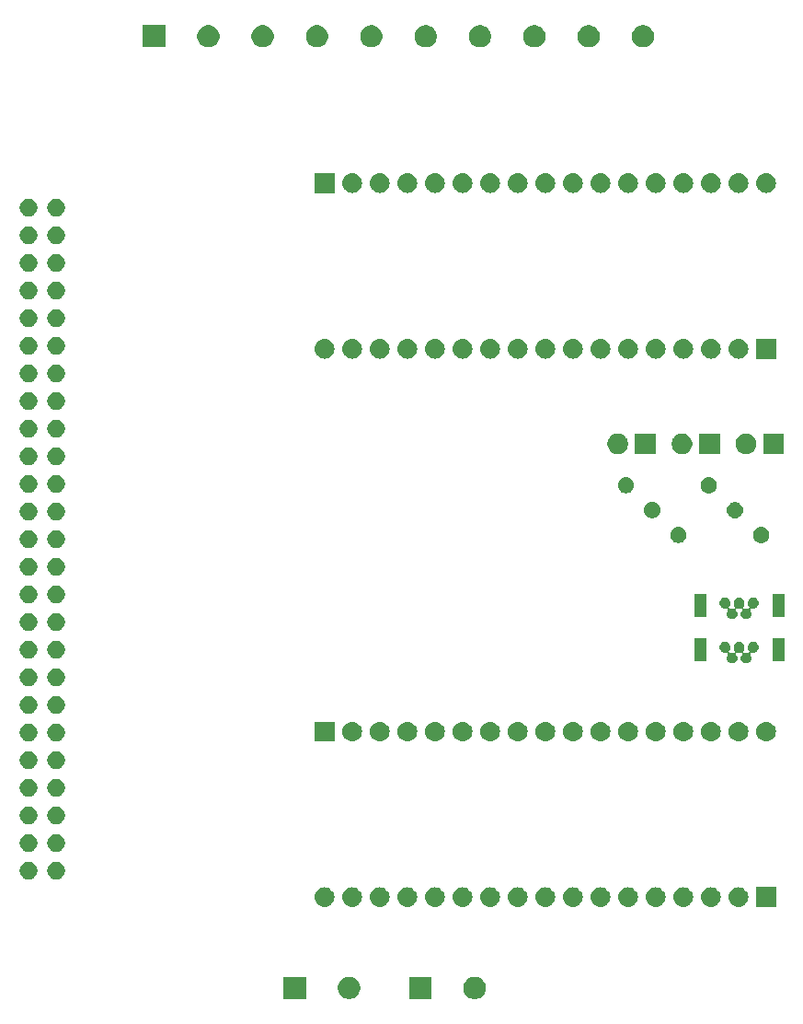
<source format=gbr>
G04 #@! TF.GenerationSoftware,KiCad,Pcbnew,(5.1.2-1)-1*
G04 #@! TF.CreationDate,2020-07-15T14:49:12-04:00*
G04 #@! TF.ProjectId,ArcadeMain,41726361-6465-44d6-9169-6e2e6b696361,rev?*
G04 #@! TF.SameCoordinates,Original*
G04 #@! TF.FileFunction,Soldermask,Top*
G04 #@! TF.FilePolarity,Negative*
%FSLAX46Y46*%
G04 Gerber Fmt 4.6, Leading zero omitted, Abs format (unit mm)*
G04 Created by KiCad (PCBNEW (5.1.2-1)-1) date 2020-07-15 14:49:12*
%MOMM*%
%LPD*%
G04 APERTURE LIST*
%ADD10C,0.010000*%
%ADD11C,0.100000*%
G04 APERTURE END LIST*
D10*
G36*
X123529130Y-95749000D02*
G01*
X124585000Y-95749000D01*
X124585000Y-97800470D01*
X123529130Y-97800470D01*
X123529130Y-95749000D01*
G37*
X123529130Y-95749000D02*
X124585000Y-95749000D01*
X124585000Y-97800470D01*
X123529130Y-97800470D01*
X123529130Y-95749000D01*
G36*
X130686530Y-95749000D02*
G01*
X131735000Y-95749000D01*
X131735000Y-97799510D01*
X130686530Y-97799510D01*
X130686530Y-95749000D01*
G37*
X130686530Y-95749000D02*
X131735000Y-95749000D01*
X131735000Y-97799510D01*
X130686530Y-97799510D01*
X130686530Y-95749000D01*
G36*
X123529130Y-91685000D02*
G01*
X124585000Y-91685000D01*
X124585000Y-93736470D01*
X123529130Y-93736470D01*
X123529130Y-91685000D01*
G37*
X123529130Y-91685000D02*
X124585000Y-91685000D01*
X124585000Y-93736470D01*
X123529130Y-93736470D01*
X123529130Y-91685000D01*
G36*
X130686530Y-91685000D02*
G01*
X131735000Y-91685000D01*
X131735000Y-93735510D01*
X130686530Y-93735510D01*
X130686530Y-91685000D01*
G37*
X130686530Y-91685000D02*
X131735000Y-91685000D01*
X131735000Y-93735510D01*
X130686530Y-93735510D01*
X130686530Y-91685000D01*
D11*
G36*
X103590272Y-126902428D02*
G01*
X103776991Y-126979770D01*
X103776993Y-126979771D01*
X103945037Y-127092054D01*
X104087946Y-127234963D01*
X104200229Y-127403007D01*
X104200230Y-127403009D01*
X104277572Y-127589728D01*
X104317000Y-127787947D01*
X104317000Y-127990053D01*
X104277572Y-128188272D01*
X104200230Y-128374991D01*
X104200229Y-128374993D01*
X104087946Y-128543037D01*
X103945037Y-128685946D01*
X103776993Y-128798229D01*
X103776992Y-128798230D01*
X103776991Y-128798230D01*
X103590272Y-128875572D01*
X103392053Y-128915000D01*
X103189947Y-128915000D01*
X102991728Y-128875572D01*
X102805009Y-128798230D01*
X102805008Y-128798230D01*
X102805007Y-128798229D01*
X102636963Y-128685946D01*
X102494054Y-128543037D01*
X102381771Y-128374993D01*
X102381770Y-128374991D01*
X102304428Y-128188272D01*
X102265000Y-127990053D01*
X102265000Y-127787947D01*
X102304428Y-127589728D01*
X102381770Y-127403009D01*
X102381771Y-127403007D01*
X102494054Y-127234963D01*
X102636963Y-127092054D01*
X102805007Y-126979771D01*
X102805009Y-126979770D01*
X102991728Y-126902428D01*
X103189947Y-126863000D01*
X103392053Y-126863000D01*
X103590272Y-126902428D01*
X103590272Y-126902428D01*
G37*
G36*
X99317000Y-128915000D02*
G01*
X97265000Y-128915000D01*
X97265000Y-126863000D01*
X99317000Y-126863000D01*
X99317000Y-128915000D01*
X99317000Y-128915000D01*
G37*
G36*
X92040272Y-126902428D02*
G01*
X92226991Y-126979770D01*
X92226993Y-126979771D01*
X92395037Y-127092054D01*
X92537946Y-127234963D01*
X92650229Y-127403007D01*
X92650230Y-127403009D01*
X92727572Y-127589728D01*
X92767000Y-127787947D01*
X92767000Y-127990053D01*
X92727572Y-128188272D01*
X92650230Y-128374991D01*
X92650229Y-128374993D01*
X92537946Y-128543037D01*
X92395037Y-128685946D01*
X92226993Y-128798229D01*
X92226992Y-128798230D01*
X92226991Y-128798230D01*
X92040272Y-128875572D01*
X91842053Y-128915000D01*
X91639947Y-128915000D01*
X91441728Y-128875572D01*
X91255009Y-128798230D01*
X91255008Y-128798230D01*
X91255007Y-128798229D01*
X91086963Y-128685946D01*
X90944054Y-128543037D01*
X90831771Y-128374993D01*
X90831770Y-128374991D01*
X90754428Y-128188272D01*
X90715000Y-127990053D01*
X90715000Y-127787947D01*
X90754428Y-127589728D01*
X90831770Y-127403009D01*
X90831771Y-127403007D01*
X90944054Y-127234963D01*
X91086963Y-127092054D01*
X91255007Y-126979771D01*
X91255009Y-126979770D01*
X91441728Y-126902428D01*
X91639947Y-126863000D01*
X91842053Y-126863000D01*
X92040272Y-126902428D01*
X92040272Y-126902428D01*
G37*
G36*
X87767000Y-128915000D02*
G01*
X85715000Y-128915000D01*
X85715000Y-126863000D01*
X87767000Y-126863000D01*
X87767000Y-128915000D01*
X87767000Y-128915000D01*
G37*
G36*
X120074643Y-118637919D02*
G01*
X120140827Y-118644437D01*
X120310666Y-118695957D01*
X120467191Y-118779622D01*
X120502929Y-118808952D01*
X120604386Y-118892214D01*
X120687648Y-118993671D01*
X120716978Y-119029409D01*
X120800643Y-119185934D01*
X120852163Y-119355773D01*
X120869559Y-119532400D01*
X120852163Y-119709027D01*
X120800643Y-119878866D01*
X120716978Y-120035391D01*
X120687648Y-120071129D01*
X120604386Y-120172586D01*
X120502929Y-120255848D01*
X120467191Y-120285178D01*
X120310666Y-120368843D01*
X120140827Y-120420363D01*
X120074643Y-120426881D01*
X120008460Y-120433400D01*
X119919940Y-120433400D01*
X119853757Y-120426881D01*
X119787573Y-120420363D01*
X119617734Y-120368843D01*
X119461209Y-120285178D01*
X119425471Y-120255848D01*
X119324014Y-120172586D01*
X119240752Y-120071129D01*
X119211422Y-120035391D01*
X119127757Y-119878866D01*
X119076237Y-119709027D01*
X119058841Y-119532400D01*
X119076237Y-119355773D01*
X119127757Y-119185934D01*
X119211422Y-119029409D01*
X119240752Y-118993671D01*
X119324014Y-118892214D01*
X119425471Y-118808952D01*
X119461209Y-118779622D01*
X119617734Y-118695957D01*
X119787573Y-118644437D01*
X119853757Y-118637919D01*
X119919940Y-118631400D01*
X120008460Y-118631400D01*
X120074643Y-118637919D01*
X120074643Y-118637919D01*
G37*
G36*
X117534643Y-118637919D02*
G01*
X117600827Y-118644437D01*
X117770666Y-118695957D01*
X117927191Y-118779622D01*
X117962929Y-118808952D01*
X118064386Y-118892214D01*
X118147648Y-118993671D01*
X118176978Y-119029409D01*
X118260643Y-119185934D01*
X118312163Y-119355773D01*
X118329559Y-119532400D01*
X118312163Y-119709027D01*
X118260643Y-119878866D01*
X118176978Y-120035391D01*
X118147648Y-120071129D01*
X118064386Y-120172586D01*
X117962929Y-120255848D01*
X117927191Y-120285178D01*
X117770666Y-120368843D01*
X117600827Y-120420363D01*
X117534643Y-120426881D01*
X117468460Y-120433400D01*
X117379940Y-120433400D01*
X117313757Y-120426881D01*
X117247573Y-120420363D01*
X117077734Y-120368843D01*
X116921209Y-120285178D01*
X116885471Y-120255848D01*
X116784014Y-120172586D01*
X116700752Y-120071129D01*
X116671422Y-120035391D01*
X116587757Y-119878866D01*
X116536237Y-119709027D01*
X116518841Y-119532400D01*
X116536237Y-119355773D01*
X116587757Y-119185934D01*
X116671422Y-119029409D01*
X116700752Y-118993671D01*
X116784014Y-118892214D01*
X116885471Y-118808952D01*
X116921209Y-118779622D01*
X117077734Y-118695957D01*
X117247573Y-118644437D01*
X117313757Y-118637919D01*
X117379940Y-118631400D01*
X117468460Y-118631400D01*
X117534643Y-118637919D01*
X117534643Y-118637919D01*
G37*
G36*
X114994643Y-118637919D02*
G01*
X115060827Y-118644437D01*
X115230666Y-118695957D01*
X115387191Y-118779622D01*
X115422929Y-118808952D01*
X115524386Y-118892214D01*
X115607648Y-118993671D01*
X115636978Y-119029409D01*
X115720643Y-119185934D01*
X115772163Y-119355773D01*
X115789559Y-119532400D01*
X115772163Y-119709027D01*
X115720643Y-119878866D01*
X115636978Y-120035391D01*
X115607648Y-120071129D01*
X115524386Y-120172586D01*
X115422929Y-120255848D01*
X115387191Y-120285178D01*
X115230666Y-120368843D01*
X115060827Y-120420363D01*
X114994643Y-120426881D01*
X114928460Y-120433400D01*
X114839940Y-120433400D01*
X114773757Y-120426881D01*
X114707573Y-120420363D01*
X114537734Y-120368843D01*
X114381209Y-120285178D01*
X114345471Y-120255848D01*
X114244014Y-120172586D01*
X114160752Y-120071129D01*
X114131422Y-120035391D01*
X114047757Y-119878866D01*
X113996237Y-119709027D01*
X113978841Y-119532400D01*
X113996237Y-119355773D01*
X114047757Y-119185934D01*
X114131422Y-119029409D01*
X114160752Y-118993671D01*
X114244014Y-118892214D01*
X114345471Y-118808952D01*
X114381209Y-118779622D01*
X114537734Y-118695957D01*
X114707573Y-118644437D01*
X114773757Y-118637919D01*
X114839940Y-118631400D01*
X114928460Y-118631400D01*
X114994643Y-118637919D01*
X114994643Y-118637919D01*
G37*
G36*
X112454643Y-118637919D02*
G01*
X112520827Y-118644437D01*
X112690666Y-118695957D01*
X112847191Y-118779622D01*
X112882929Y-118808952D01*
X112984386Y-118892214D01*
X113067648Y-118993671D01*
X113096978Y-119029409D01*
X113180643Y-119185934D01*
X113232163Y-119355773D01*
X113249559Y-119532400D01*
X113232163Y-119709027D01*
X113180643Y-119878866D01*
X113096978Y-120035391D01*
X113067648Y-120071129D01*
X112984386Y-120172586D01*
X112882929Y-120255848D01*
X112847191Y-120285178D01*
X112690666Y-120368843D01*
X112520827Y-120420363D01*
X112454643Y-120426881D01*
X112388460Y-120433400D01*
X112299940Y-120433400D01*
X112233757Y-120426881D01*
X112167573Y-120420363D01*
X111997734Y-120368843D01*
X111841209Y-120285178D01*
X111805471Y-120255848D01*
X111704014Y-120172586D01*
X111620752Y-120071129D01*
X111591422Y-120035391D01*
X111507757Y-119878866D01*
X111456237Y-119709027D01*
X111438841Y-119532400D01*
X111456237Y-119355773D01*
X111507757Y-119185934D01*
X111591422Y-119029409D01*
X111620752Y-118993671D01*
X111704014Y-118892214D01*
X111805471Y-118808952D01*
X111841209Y-118779622D01*
X111997734Y-118695957D01*
X112167573Y-118644437D01*
X112233757Y-118637919D01*
X112299940Y-118631400D01*
X112388460Y-118631400D01*
X112454643Y-118637919D01*
X112454643Y-118637919D01*
G37*
G36*
X109914643Y-118637919D02*
G01*
X109980827Y-118644437D01*
X110150666Y-118695957D01*
X110307191Y-118779622D01*
X110342929Y-118808952D01*
X110444386Y-118892214D01*
X110527648Y-118993671D01*
X110556978Y-119029409D01*
X110640643Y-119185934D01*
X110692163Y-119355773D01*
X110709559Y-119532400D01*
X110692163Y-119709027D01*
X110640643Y-119878866D01*
X110556978Y-120035391D01*
X110527648Y-120071129D01*
X110444386Y-120172586D01*
X110342929Y-120255848D01*
X110307191Y-120285178D01*
X110150666Y-120368843D01*
X109980827Y-120420363D01*
X109914643Y-120426881D01*
X109848460Y-120433400D01*
X109759940Y-120433400D01*
X109693757Y-120426881D01*
X109627573Y-120420363D01*
X109457734Y-120368843D01*
X109301209Y-120285178D01*
X109265471Y-120255848D01*
X109164014Y-120172586D01*
X109080752Y-120071129D01*
X109051422Y-120035391D01*
X108967757Y-119878866D01*
X108916237Y-119709027D01*
X108898841Y-119532400D01*
X108916237Y-119355773D01*
X108967757Y-119185934D01*
X109051422Y-119029409D01*
X109080752Y-118993671D01*
X109164014Y-118892214D01*
X109265471Y-118808952D01*
X109301209Y-118779622D01*
X109457734Y-118695957D01*
X109627573Y-118644437D01*
X109693757Y-118637919D01*
X109759940Y-118631400D01*
X109848460Y-118631400D01*
X109914643Y-118637919D01*
X109914643Y-118637919D01*
G37*
G36*
X107374643Y-118637919D02*
G01*
X107440827Y-118644437D01*
X107610666Y-118695957D01*
X107767191Y-118779622D01*
X107802929Y-118808952D01*
X107904386Y-118892214D01*
X107987648Y-118993671D01*
X108016978Y-119029409D01*
X108100643Y-119185934D01*
X108152163Y-119355773D01*
X108169559Y-119532400D01*
X108152163Y-119709027D01*
X108100643Y-119878866D01*
X108016978Y-120035391D01*
X107987648Y-120071129D01*
X107904386Y-120172586D01*
X107802929Y-120255848D01*
X107767191Y-120285178D01*
X107610666Y-120368843D01*
X107440827Y-120420363D01*
X107374643Y-120426881D01*
X107308460Y-120433400D01*
X107219940Y-120433400D01*
X107153757Y-120426881D01*
X107087573Y-120420363D01*
X106917734Y-120368843D01*
X106761209Y-120285178D01*
X106725471Y-120255848D01*
X106624014Y-120172586D01*
X106540752Y-120071129D01*
X106511422Y-120035391D01*
X106427757Y-119878866D01*
X106376237Y-119709027D01*
X106358841Y-119532400D01*
X106376237Y-119355773D01*
X106427757Y-119185934D01*
X106511422Y-119029409D01*
X106540752Y-118993671D01*
X106624014Y-118892214D01*
X106725471Y-118808952D01*
X106761209Y-118779622D01*
X106917734Y-118695957D01*
X107087573Y-118644437D01*
X107153757Y-118637919D01*
X107219940Y-118631400D01*
X107308460Y-118631400D01*
X107374643Y-118637919D01*
X107374643Y-118637919D01*
G37*
G36*
X104834643Y-118637919D02*
G01*
X104900827Y-118644437D01*
X105070666Y-118695957D01*
X105227191Y-118779622D01*
X105262929Y-118808952D01*
X105364386Y-118892214D01*
X105447648Y-118993671D01*
X105476978Y-119029409D01*
X105560643Y-119185934D01*
X105612163Y-119355773D01*
X105629559Y-119532400D01*
X105612163Y-119709027D01*
X105560643Y-119878866D01*
X105476978Y-120035391D01*
X105447648Y-120071129D01*
X105364386Y-120172586D01*
X105262929Y-120255848D01*
X105227191Y-120285178D01*
X105070666Y-120368843D01*
X104900827Y-120420363D01*
X104834643Y-120426881D01*
X104768460Y-120433400D01*
X104679940Y-120433400D01*
X104613757Y-120426881D01*
X104547573Y-120420363D01*
X104377734Y-120368843D01*
X104221209Y-120285178D01*
X104185471Y-120255848D01*
X104084014Y-120172586D01*
X104000752Y-120071129D01*
X103971422Y-120035391D01*
X103887757Y-119878866D01*
X103836237Y-119709027D01*
X103818841Y-119532400D01*
X103836237Y-119355773D01*
X103887757Y-119185934D01*
X103971422Y-119029409D01*
X104000752Y-118993671D01*
X104084014Y-118892214D01*
X104185471Y-118808952D01*
X104221209Y-118779622D01*
X104377734Y-118695957D01*
X104547573Y-118644437D01*
X104613757Y-118637919D01*
X104679940Y-118631400D01*
X104768460Y-118631400D01*
X104834643Y-118637919D01*
X104834643Y-118637919D01*
G37*
G36*
X102294643Y-118637919D02*
G01*
X102360827Y-118644437D01*
X102530666Y-118695957D01*
X102687191Y-118779622D01*
X102722929Y-118808952D01*
X102824386Y-118892214D01*
X102907648Y-118993671D01*
X102936978Y-119029409D01*
X103020643Y-119185934D01*
X103072163Y-119355773D01*
X103089559Y-119532400D01*
X103072163Y-119709027D01*
X103020643Y-119878866D01*
X102936978Y-120035391D01*
X102907648Y-120071129D01*
X102824386Y-120172586D01*
X102722929Y-120255848D01*
X102687191Y-120285178D01*
X102530666Y-120368843D01*
X102360827Y-120420363D01*
X102294643Y-120426881D01*
X102228460Y-120433400D01*
X102139940Y-120433400D01*
X102073757Y-120426881D01*
X102007573Y-120420363D01*
X101837734Y-120368843D01*
X101681209Y-120285178D01*
X101645471Y-120255848D01*
X101544014Y-120172586D01*
X101460752Y-120071129D01*
X101431422Y-120035391D01*
X101347757Y-119878866D01*
X101296237Y-119709027D01*
X101278841Y-119532400D01*
X101296237Y-119355773D01*
X101347757Y-119185934D01*
X101431422Y-119029409D01*
X101460752Y-118993671D01*
X101544014Y-118892214D01*
X101645471Y-118808952D01*
X101681209Y-118779622D01*
X101837734Y-118695957D01*
X102007573Y-118644437D01*
X102073757Y-118637919D01*
X102139940Y-118631400D01*
X102228460Y-118631400D01*
X102294643Y-118637919D01*
X102294643Y-118637919D01*
G37*
G36*
X99754643Y-118637919D02*
G01*
X99820827Y-118644437D01*
X99990666Y-118695957D01*
X100147191Y-118779622D01*
X100182929Y-118808952D01*
X100284386Y-118892214D01*
X100367648Y-118993671D01*
X100396978Y-119029409D01*
X100480643Y-119185934D01*
X100532163Y-119355773D01*
X100549559Y-119532400D01*
X100532163Y-119709027D01*
X100480643Y-119878866D01*
X100396978Y-120035391D01*
X100367648Y-120071129D01*
X100284386Y-120172586D01*
X100182929Y-120255848D01*
X100147191Y-120285178D01*
X99990666Y-120368843D01*
X99820827Y-120420363D01*
X99754643Y-120426881D01*
X99688460Y-120433400D01*
X99599940Y-120433400D01*
X99533757Y-120426881D01*
X99467573Y-120420363D01*
X99297734Y-120368843D01*
X99141209Y-120285178D01*
X99105471Y-120255848D01*
X99004014Y-120172586D01*
X98920752Y-120071129D01*
X98891422Y-120035391D01*
X98807757Y-119878866D01*
X98756237Y-119709027D01*
X98738841Y-119532400D01*
X98756237Y-119355773D01*
X98807757Y-119185934D01*
X98891422Y-119029409D01*
X98920752Y-118993671D01*
X99004014Y-118892214D01*
X99105471Y-118808952D01*
X99141209Y-118779622D01*
X99297734Y-118695957D01*
X99467573Y-118644437D01*
X99533757Y-118637919D01*
X99599940Y-118631400D01*
X99688460Y-118631400D01*
X99754643Y-118637919D01*
X99754643Y-118637919D01*
G37*
G36*
X97214643Y-118637919D02*
G01*
X97280827Y-118644437D01*
X97450666Y-118695957D01*
X97607191Y-118779622D01*
X97642929Y-118808952D01*
X97744386Y-118892214D01*
X97827648Y-118993671D01*
X97856978Y-119029409D01*
X97940643Y-119185934D01*
X97992163Y-119355773D01*
X98009559Y-119532400D01*
X97992163Y-119709027D01*
X97940643Y-119878866D01*
X97856978Y-120035391D01*
X97827648Y-120071129D01*
X97744386Y-120172586D01*
X97642929Y-120255848D01*
X97607191Y-120285178D01*
X97450666Y-120368843D01*
X97280827Y-120420363D01*
X97214643Y-120426881D01*
X97148460Y-120433400D01*
X97059940Y-120433400D01*
X96993757Y-120426881D01*
X96927573Y-120420363D01*
X96757734Y-120368843D01*
X96601209Y-120285178D01*
X96565471Y-120255848D01*
X96464014Y-120172586D01*
X96380752Y-120071129D01*
X96351422Y-120035391D01*
X96267757Y-119878866D01*
X96216237Y-119709027D01*
X96198841Y-119532400D01*
X96216237Y-119355773D01*
X96267757Y-119185934D01*
X96351422Y-119029409D01*
X96380752Y-118993671D01*
X96464014Y-118892214D01*
X96565471Y-118808952D01*
X96601209Y-118779622D01*
X96757734Y-118695957D01*
X96927573Y-118644437D01*
X96993757Y-118637919D01*
X97059940Y-118631400D01*
X97148460Y-118631400D01*
X97214643Y-118637919D01*
X97214643Y-118637919D01*
G37*
G36*
X94674643Y-118637919D02*
G01*
X94740827Y-118644437D01*
X94910666Y-118695957D01*
X95067191Y-118779622D01*
X95102929Y-118808952D01*
X95204386Y-118892214D01*
X95287648Y-118993671D01*
X95316978Y-119029409D01*
X95400643Y-119185934D01*
X95452163Y-119355773D01*
X95469559Y-119532400D01*
X95452163Y-119709027D01*
X95400643Y-119878866D01*
X95316978Y-120035391D01*
X95287648Y-120071129D01*
X95204386Y-120172586D01*
X95102929Y-120255848D01*
X95067191Y-120285178D01*
X94910666Y-120368843D01*
X94740827Y-120420363D01*
X94674643Y-120426881D01*
X94608460Y-120433400D01*
X94519940Y-120433400D01*
X94453757Y-120426881D01*
X94387573Y-120420363D01*
X94217734Y-120368843D01*
X94061209Y-120285178D01*
X94025471Y-120255848D01*
X93924014Y-120172586D01*
X93840752Y-120071129D01*
X93811422Y-120035391D01*
X93727757Y-119878866D01*
X93676237Y-119709027D01*
X93658841Y-119532400D01*
X93676237Y-119355773D01*
X93727757Y-119185934D01*
X93811422Y-119029409D01*
X93840752Y-118993671D01*
X93924014Y-118892214D01*
X94025471Y-118808952D01*
X94061209Y-118779622D01*
X94217734Y-118695957D01*
X94387573Y-118644437D01*
X94453757Y-118637919D01*
X94519940Y-118631400D01*
X94608460Y-118631400D01*
X94674643Y-118637919D01*
X94674643Y-118637919D01*
G37*
G36*
X92134643Y-118637919D02*
G01*
X92200827Y-118644437D01*
X92370666Y-118695957D01*
X92527191Y-118779622D01*
X92562929Y-118808952D01*
X92664386Y-118892214D01*
X92747648Y-118993671D01*
X92776978Y-119029409D01*
X92860643Y-119185934D01*
X92912163Y-119355773D01*
X92929559Y-119532400D01*
X92912163Y-119709027D01*
X92860643Y-119878866D01*
X92776978Y-120035391D01*
X92747648Y-120071129D01*
X92664386Y-120172586D01*
X92562929Y-120255848D01*
X92527191Y-120285178D01*
X92370666Y-120368843D01*
X92200827Y-120420363D01*
X92134643Y-120426881D01*
X92068460Y-120433400D01*
X91979940Y-120433400D01*
X91913757Y-120426881D01*
X91847573Y-120420363D01*
X91677734Y-120368843D01*
X91521209Y-120285178D01*
X91485471Y-120255848D01*
X91384014Y-120172586D01*
X91300752Y-120071129D01*
X91271422Y-120035391D01*
X91187757Y-119878866D01*
X91136237Y-119709027D01*
X91118841Y-119532400D01*
X91136237Y-119355773D01*
X91187757Y-119185934D01*
X91271422Y-119029409D01*
X91300752Y-118993671D01*
X91384014Y-118892214D01*
X91485471Y-118808952D01*
X91521209Y-118779622D01*
X91677734Y-118695957D01*
X91847573Y-118644437D01*
X91913757Y-118637919D01*
X91979940Y-118631400D01*
X92068460Y-118631400D01*
X92134643Y-118637919D01*
X92134643Y-118637919D01*
G37*
G36*
X89594643Y-118637919D02*
G01*
X89660827Y-118644437D01*
X89830666Y-118695957D01*
X89987191Y-118779622D01*
X90022929Y-118808952D01*
X90124386Y-118892214D01*
X90207648Y-118993671D01*
X90236978Y-119029409D01*
X90320643Y-119185934D01*
X90372163Y-119355773D01*
X90389559Y-119532400D01*
X90372163Y-119709027D01*
X90320643Y-119878866D01*
X90236978Y-120035391D01*
X90207648Y-120071129D01*
X90124386Y-120172586D01*
X90022929Y-120255848D01*
X89987191Y-120285178D01*
X89830666Y-120368843D01*
X89660827Y-120420363D01*
X89594643Y-120426881D01*
X89528460Y-120433400D01*
X89439940Y-120433400D01*
X89373757Y-120426881D01*
X89307573Y-120420363D01*
X89137734Y-120368843D01*
X88981209Y-120285178D01*
X88945471Y-120255848D01*
X88844014Y-120172586D01*
X88760752Y-120071129D01*
X88731422Y-120035391D01*
X88647757Y-119878866D01*
X88596237Y-119709027D01*
X88578841Y-119532400D01*
X88596237Y-119355773D01*
X88647757Y-119185934D01*
X88731422Y-119029409D01*
X88760752Y-118993671D01*
X88844014Y-118892214D01*
X88945471Y-118808952D01*
X88981209Y-118779622D01*
X89137734Y-118695957D01*
X89307573Y-118644437D01*
X89373757Y-118637919D01*
X89439940Y-118631400D01*
X89528460Y-118631400D01*
X89594643Y-118637919D01*
X89594643Y-118637919D01*
G37*
G36*
X131025200Y-120433400D02*
G01*
X129223200Y-120433400D01*
X129223200Y-118631400D01*
X131025200Y-118631400D01*
X131025200Y-120433400D01*
X131025200Y-120433400D01*
G37*
G36*
X127694643Y-118637919D02*
G01*
X127760827Y-118644437D01*
X127930666Y-118695957D01*
X128087191Y-118779622D01*
X128122929Y-118808952D01*
X128224386Y-118892214D01*
X128307648Y-118993671D01*
X128336978Y-119029409D01*
X128420643Y-119185934D01*
X128472163Y-119355773D01*
X128489559Y-119532400D01*
X128472163Y-119709027D01*
X128420643Y-119878866D01*
X128336978Y-120035391D01*
X128307648Y-120071129D01*
X128224386Y-120172586D01*
X128122929Y-120255848D01*
X128087191Y-120285178D01*
X127930666Y-120368843D01*
X127760827Y-120420363D01*
X127694643Y-120426881D01*
X127628460Y-120433400D01*
X127539940Y-120433400D01*
X127473757Y-120426881D01*
X127407573Y-120420363D01*
X127237734Y-120368843D01*
X127081209Y-120285178D01*
X127045471Y-120255848D01*
X126944014Y-120172586D01*
X126860752Y-120071129D01*
X126831422Y-120035391D01*
X126747757Y-119878866D01*
X126696237Y-119709027D01*
X126678841Y-119532400D01*
X126696237Y-119355773D01*
X126747757Y-119185934D01*
X126831422Y-119029409D01*
X126860752Y-118993671D01*
X126944014Y-118892214D01*
X127045471Y-118808952D01*
X127081209Y-118779622D01*
X127237734Y-118695957D01*
X127407573Y-118644437D01*
X127473757Y-118637919D01*
X127539940Y-118631400D01*
X127628460Y-118631400D01*
X127694643Y-118637919D01*
X127694643Y-118637919D01*
G37*
G36*
X125154643Y-118637919D02*
G01*
X125220827Y-118644437D01*
X125390666Y-118695957D01*
X125547191Y-118779622D01*
X125582929Y-118808952D01*
X125684386Y-118892214D01*
X125767648Y-118993671D01*
X125796978Y-119029409D01*
X125880643Y-119185934D01*
X125932163Y-119355773D01*
X125949559Y-119532400D01*
X125932163Y-119709027D01*
X125880643Y-119878866D01*
X125796978Y-120035391D01*
X125767648Y-120071129D01*
X125684386Y-120172586D01*
X125582929Y-120255848D01*
X125547191Y-120285178D01*
X125390666Y-120368843D01*
X125220827Y-120420363D01*
X125154643Y-120426881D01*
X125088460Y-120433400D01*
X124999940Y-120433400D01*
X124933757Y-120426881D01*
X124867573Y-120420363D01*
X124697734Y-120368843D01*
X124541209Y-120285178D01*
X124505471Y-120255848D01*
X124404014Y-120172586D01*
X124320752Y-120071129D01*
X124291422Y-120035391D01*
X124207757Y-119878866D01*
X124156237Y-119709027D01*
X124138841Y-119532400D01*
X124156237Y-119355773D01*
X124207757Y-119185934D01*
X124291422Y-119029409D01*
X124320752Y-118993671D01*
X124404014Y-118892214D01*
X124505471Y-118808952D01*
X124541209Y-118779622D01*
X124697734Y-118695957D01*
X124867573Y-118644437D01*
X124933757Y-118637919D01*
X124999940Y-118631400D01*
X125088460Y-118631400D01*
X125154643Y-118637919D01*
X125154643Y-118637919D01*
G37*
G36*
X122614643Y-118637919D02*
G01*
X122680827Y-118644437D01*
X122850666Y-118695957D01*
X123007191Y-118779622D01*
X123042929Y-118808952D01*
X123144386Y-118892214D01*
X123227648Y-118993671D01*
X123256978Y-119029409D01*
X123340643Y-119185934D01*
X123392163Y-119355773D01*
X123409559Y-119532400D01*
X123392163Y-119709027D01*
X123340643Y-119878866D01*
X123256978Y-120035391D01*
X123227648Y-120071129D01*
X123144386Y-120172586D01*
X123042929Y-120255848D01*
X123007191Y-120285178D01*
X122850666Y-120368843D01*
X122680827Y-120420363D01*
X122614643Y-120426881D01*
X122548460Y-120433400D01*
X122459940Y-120433400D01*
X122393757Y-120426881D01*
X122327573Y-120420363D01*
X122157734Y-120368843D01*
X122001209Y-120285178D01*
X121965471Y-120255848D01*
X121864014Y-120172586D01*
X121780752Y-120071129D01*
X121751422Y-120035391D01*
X121667757Y-119878866D01*
X121616237Y-119709027D01*
X121598841Y-119532400D01*
X121616237Y-119355773D01*
X121667757Y-119185934D01*
X121751422Y-119029409D01*
X121780752Y-118993671D01*
X121864014Y-118892214D01*
X121965471Y-118808952D01*
X122001209Y-118779622D01*
X122157734Y-118695957D01*
X122327573Y-118644437D01*
X122393757Y-118637919D01*
X122459940Y-118631400D01*
X122548460Y-118631400D01*
X122614643Y-118637919D01*
X122614643Y-118637919D01*
G37*
G36*
X65007142Y-116312242D02*
G01*
X65155101Y-116373529D01*
X65288255Y-116462499D01*
X65401501Y-116575745D01*
X65490471Y-116708899D01*
X65551758Y-116856858D01*
X65583000Y-117013925D01*
X65583000Y-117174075D01*
X65551758Y-117331142D01*
X65490471Y-117479101D01*
X65401501Y-117612255D01*
X65288255Y-117725501D01*
X65155101Y-117814471D01*
X65007142Y-117875758D01*
X64850075Y-117907000D01*
X64689925Y-117907000D01*
X64532858Y-117875758D01*
X64384899Y-117814471D01*
X64251745Y-117725501D01*
X64138499Y-117612255D01*
X64049529Y-117479101D01*
X63988242Y-117331142D01*
X63957000Y-117174075D01*
X63957000Y-117013925D01*
X63988242Y-116856858D01*
X64049529Y-116708899D01*
X64138499Y-116575745D01*
X64251745Y-116462499D01*
X64384899Y-116373529D01*
X64532858Y-116312242D01*
X64689925Y-116281000D01*
X64850075Y-116281000D01*
X65007142Y-116312242D01*
X65007142Y-116312242D01*
G37*
G36*
X62467142Y-116312242D02*
G01*
X62615101Y-116373529D01*
X62748255Y-116462499D01*
X62861501Y-116575745D01*
X62950471Y-116708899D01*
X63011758Y-116856858D01*
X63043000Y-117013925D01*
X63043000Y-117174075D01*
X63011758Y-117331142D01*
X62950471Y-117479101D01*
X62861501Y-117612255D01*
X62748255Y-117725501D01*
X62615101Y-117814471D01*
X62467142Y-117875758D01*
X62310075Y-117907000D01*
X62149925Y-117907000D01*
X61992858Y-117875758D01*
X61844899Y-117814471D01*
X61711745Y-117725501D01*
X61598499Y-117612255D01*
X61509529Y-117479101D01*
X61448242Y-117331142D01*
X61417000Y-117174075D01*
X61417000Y-117013925D01*
X61448242Y-116856858D01*
X61509529Y-116708899D01*
X61598499Y-116575745D01*
X61711745Y-116462499D01*
X61844899Y-116373529D01*
X61992858Y-116312242D01*
X62149925Y-116281000D01*
X62310075Y-116281000D01*
X62467142Y-116312242D01*
X62467142Y-116312242D01*
G37*
G36*
X65007142Y-113772242D02*
G01*
X65155101Y-113833529D01*
X65288255Y-113922499D01*
X65401501Y-114035745D01*
X65490471Y-114168899D01*
X65551758Y-114316858D01*
X65583000Y-114473925D01*
X65583000Y-114634075D01*
X65551758Y-114791142D01*
X65490471Y-114939101D01*
X65401501Y-115072255D01*
X65288255Y-115185501D01*
X65155101Y-115274471D01*
X65007142Y-115335758D01*
X64850075Y-115367000D01*
X64689925Y-115367000D01*
X64532858Y-115335758D01*
X64384899Y-115274471D01*
X64251745Y-115185501D01*
X64138499Y-115072255D01*
X64049529Y-114939101D01*
X63988242Y-114791142D01*
X63957000Y-114634075D01*
X63957000Y-114473925D01*
X63988242Y-114316858D01*
X64049529Y-114168899D01*
X64138499Y-114035745D01*
X64251745Y-113922499D01*
X64384899Y-113833529D01*
X64532858Y-113772242D01*
X64689925Y-113741000D01*
X64850075Y-113741000D01*
X65007142Y-113772242D01*
X65007142Y-113772242D01*
G37*
G36*
X62467142Y-113772242D02*
G01*
X62615101Y-113833529D01*
X62748255Y-113922499D01*
X62861501Y-114035745D01*
X62950471Y-114168899D01*
X63011758Y-114316858D01*
X63043000Y-114473925D01*
X63043000Y-114634075D01*
X63011758Y-114791142D01*
X62950471Y-114939101D01*
X62861501Y-115072255D01*
X62748255Y-115185501D01*
X62615101Y-115274471D01*
X62467142Y-115335758D01*
X62310075Y-115367000D01*
X62149925Y-115367000D01*
X61992858Y-115335758D01*
X61844899Y-115274471D01*
X61711745Y-115185501D01*
X61598499Y-115072255D01*
X61509529Y-114939101D01*
X61448242Y-114791142D01*
X61417000Y-114634075D01*
X61417000Y-114473925D01*
X61448242Y-114316858D01*
X61509529Y-114168899D01*
X61598499Y-114035745D01*
X61711745Y-113922499D01*
X61844899Y-113833529D01*
X61992858Y-113772242D01*
X62149925Y-113741000D01*
X62310075Y-113741000D01*
X62467142Y-113772242D01*
X62467142Y-113772242D01*
G37*
G36*
X62467142Y-111232242D02*
G01*
X62615101Y-111293529D01*
X62748255Y-111382499D01*
X62861501Y-111495745D01*
X62950471Y-111628899D01*
X63011758Y-111776858D01*
X63043000Y-111933925D01*
X63043000Y-112094075D01*
X63011758Y-112251142D01*
X62950471Y-112399101D01*
X62861501Y-112532255D01*
X62748255Y-112645501D01*
X62615101Y-112734471D01*
X62467142Y-112795758D01*
X62310075Y-112827000D01*
X62149925Y-112827000D01*
X61992858Y-112795758D01*
X61844899Y-112734471D01*
X61711745Y-112645501D01*
X61598499Y-112532255D01*
X61509529Y-112399101D01*
X61448242Y-112251142D01*
X61417000Y-112094075D01*
X61417000Y-111933925D01*
X61448242Y-111776858D01*
X61509529Y-111628899D01*
X61598499Y-111495745D01*
X61711745Y-111382499D01*
X61844899Y-111293529D01*
X61992858Y-111232242D01*
X62149925Y-111201000D01*
X62310075Y-111201000D01*
X62467142Y-111232242D01*
X62467142Y-111232242D01*
G37*
G36*
X65007142Y-111232242D02*
G01*
X65155101Y-111293529D01*
X65288255Y-111382499D01*
X65401501Y-111495745D01*
X65490471Y-111628899D01*
X65551758Y-111776858D01*
X65583000Y-111933925D01*
X65583000Y-112094075D01*
X65551758Y-112251142D01*
X65490471Y-112399101D01*
X65401501Y-112532255D01*
X65288255Y-112645501D01*
X65155101Y-112734471D01*
X65007142Y-112795758D01*
X64850075Y-112827000D01*
X64689925Y-112827000D01*
X64532858Y-112795758D01*
X64384899Y-112734471D01*
X64251745Y-112645501D01*
X64138499Y-112532255D01*
X64049529Y-112399101D01*
X63988242Y-112251142D01*
X63957000Y-112094075D01*
X63957000Y-111933925D01*
X63988242Y-111776858D01*
X64049529Y-111628899D01*
X64138499Y-111495745D01*
X64251745Y-111382499D01*
X64384899Y-111293529D01*
X64532858Y-111232242D01*
X64689925Y-111201000D01*
X64850075Y-111201000D01*
X65007142Y-111232242D01*
X65007142Y-111232242D01*
G37*
G36*
X62467142Y-108692242D02*
G01*
X62615101Y-108753529D01*
X62748255Y-108842499D01*
X62861501Y-108955745D01*
X62950471Y-109088899D01*
X63011758Y-109236858D01*
X63043000Y-109393925D01*
X63043000Y-109554075D01*
X63011758Y-109711142D01*
X62950471Y-109859101D01*
X62861501Y-109992255D01*
X62748255Y-110105501D01*
X62615101Y-110194471D01*
X62467142Y-110255758D01*
X62310075Y-110287000D01*
X62149925Y-110287000D01*
X61992858Y-110255758D01*
X61844899Y-110194471D01*
X61711745Y-110105501D01*
X61598499Y-109992255D01*
X61509529Y-109859101D01*
X61448242Y-109711142D01*
X61417000Y-109554075D01*
X61417000Y-109393925D01*
X61448242Y-109236858D01*
X61509529Y-109088899D01*
X61598499Y-108955745D01*
X61711745Y-108842499D01*
X61844899Y-108753529D01*
X61992858Y-108692242D01*
X62149925Y-108661000D01*
X62310075Y-108661000D01*
X62467142Y-108692242D01*
X62467142Y-108692242D01*
G37*
G36*
X65007142Y-108692242D02*
G01*
X65155101Y-108753529D01*
X65288255Y-108842499D01*
X65401501Y-108955745D01*
X65490471Y-109088899D01*
X65551758Y-109236858D01*
X65583000Y-109393925D01*
X65583000Y-109554075D01*
X65551758Y-109711142D01*
X65490471Y-109859101D01*
X65401501Y-109992255D01*
X65288255Y-110105501D01*
X65155101Y-110194471D01*
X65007142Y-110255758D01*
X64850075Y-110287000D01*
X64689925Y-110287000D01*
X64532858Y-110255758D01*
X64384899Y-110194471D01*
X64251745Y-110105501D01*
X64138499Y-109992255D01*
X64049529Y-109859101D01*
X63988242Y-109711142D01*
X63957000Y-109554075D01*
X63957000Y-109393925D01*
X63988242Y-109236858D01*
X64049529Y-109088899D01*
X64138499Y-108955745D01*
X64251745Y-108842499D01*
X64384899Y-108753529D01*
X64532858Y-108692242D01*
X64689925Y-108661000D01*
X64850075Y-108661000D01*
X65007142Y-108692242D01*
X65007142Y-108692242D01*
G37*
G36*
X62467142Y-106152242D02*
G01*
X62615101Y-106213529D01*
X62748255Y-106302499D01*
X62861501Y-106415745D01*
X62950471Y-106548899D01*
X63011758Y-106696858D01*
X63043000Y-106853925D01*
X63043000Y-107014075D01*
X63011758Y-107171142D01*
X62950471Y-107319101D01*
X62861501Y-107452255D01*
X62748255Y-107565501D01*
X62615101Y-107654471D01*
X62467142Y-107715758D01*
X62310075Y-107747000D01*
X62149925Y-107747000D01*
X61992858Y-107715758D01*
X61844899Y-107654471D01*
X61711745Y-107565501D01*
X61598499Y-107452255D01*
X61509529Y-107319101D01*
X61448242Y-107171142D01*
X61417000Y-107014075D01*
X61417000Y-106853925D01*
X61448242Y-106696858D01*
X61509529Y-106548899D01*
X61598499Y-106415745D01*
X61711745Y-106302499D01*
X61844899Y-106213529D01*
X61992858Y-106152242D01*
X62149925Y-106121000D01*
X62310075Y-106121000D01*
X62467142Y-106152242D01*
X62467142Y-106152242D01*
G37*
G36*
X65007142Y-106152242D02*
G01*
X65155101Y-106213529D01*
X65288255Y-106302499D01*
X65401501Y-106415745D01*
X65490471Y-106548899D01*
X65551758Y-106696858D01*
X65583000Y-106853925D01*
X65583000Y-107014075D01*
X65551758Y-107171142D01*
X65490471Y-107319101D01*
X65401501Y-107452255D01*
X65288255Y-107565501D01*
X65155101Y-107654471D01*
X65007142Y-107715758D01*
X64850075Y-107747000D01*
X64689925Y-107747000D01*
X64532858Y-107715758D01*
X64384899Y-107654471D01*
X64251745Y-107565501D01*
X64138499Y-107452255D01*
X64049529Y-107319101D01*
X63988242Y-107171142D01*
X63957000Y-107014075D01*
X63957000Y-106853925D01*
X63988242Y-106696858D01*
X64049529Y-106548899D01*
X64138499Y-106415745D01*
X64251745Y-106302499D01*
X64384899Y-106213529D01*
X64532858Y-106152242D01*
X64689925Y-106121000D01*
X64850075Y-106121000D01*
X65007142Y-106152242D01*
X65007142Y-106152242D01*
G37*
G36*
X107374643Y-103423319D02*
G01*
X107440827Y-103429837D01*
X107610666Y-103481357D01*
X107767191Y-103565022D01*
X107786660Y-103581000D01*
X107904386Y-103677614D01*
X107974048Y-103762499D01*
X108016978Y-103814809D01*
X108100643Y-103971334D01*
X108152163Y-104141173D01*
X108169559Y-104317800D01*
X108152163Y-104494427D01*
X108100643Y-104664266D01*
X108016978Y-104820791D01*
X107987648Y-104856529D01*
X107904386Y-104957986D01*
X107802929Y-105041248D01*
X107767191Y-105070578D01*
X107610666Y-105154243D01*
X107440827Y-105205763D01*
X107374642Y-105212282D01*
X107308460Y-105218800D01*
X107219940Y-105218800D01*
X107153757Y-105212281D01*
X107087573Y-105205763D01*
X106917734Y-105154243D01*
X106761209Y-105070578D01*
X106725471Y-105041248D01*
X106624014Y-104957986D01*
X106540752Y-104856529D01*
X106511422Y-104820791D01*
X106427757Y-104664266D01*
X106376237Y-104494427D01*
X106358841Y-104317800D01*
X106376237Y-104141173D01*
X106427757Y-103971334D01*
X106511422Y-103814809D01*
X106554352Y-103762499D01*
X106624014Y-103677614D01*
X106741740Y-103581000D01*
X106761209Y-103565022D01*
X106917734Y-103481357D01*
X107087573Y-103429837D01*
X107153757Y-103423319D01*
X107219940Y-103416800D01*
X107308460Y-103416800D01*
X107374643Y-103423319D01*
X107374643Y-103423319D01*
G37*
G36*
X102294643Y-103423319D02*
G01*
X102360827Y-103429837D01*
X102530666Y-103481357D01*
X102687191Y-103565022D01*
X102706660Y-103581000D01*
X102824386Y-103677614D01*
X102894048Y-103762499D01*
X102936978Y-103814809D01*
X103020643Y-103971334D01*
X103072163Y-104141173D01*
X103089559Y-104317800D01*
X103072163Y-104494427D01*
X103020643Y-104664266D01*
X102936978Y-104820791D01*
X102907648Y-104856529D01*
X102824386Y-104957986D01*
X102722929Y-105041248D01*
X102687191Y-105070578D01*
X102530666Y-105154243D01*
X102360827Y-105205763D01*
X102294642Y-105212282D01*
X102228460Y-105218800D01*
X102139940Y-105218800D01*
X102073757Y-105212281D01*
X102007573Y-105205763D01*
X101837734Y-105154243D01*
X101681209Y-105070578D01*
X101645471Y-105041248D01*
X101544014Y-104957986D01*
X101460752Y-104856529D01*
X101431422Y-104820791D01*
X101347757Y-104664266D01*
X101296237Y-104494427D01*
X101278841Y-104317800D01*
X101296237Y-104141173D01*
X101347757Y-103971334D01*
X101431422Y-103814809D01*
X101474352Y-103762499D01*
X101544014Y-103677614D01*
X101661740Y-103581000D01*
X101681209Y-103565022D01*
X101837734Y-103481357D01*
X102007573Y-103429837D01*
X102073757Y-103423319D01*
X102139940Y-103416800D01*
X102228460Y-103416800D01*
X102294643Y-103423319D01*
X102294643Y-103423319D01*
G37*
G36*
X99754643Y-103423319D02*
G01*
X99820827Y-103429837D01*
X99990666Y-103481357D01*
X100147191Y-103565022D01*
X100166660Y-103581000D01*
X100284386Y-103677614D01*
X100354048Y-103762499D01*
X100396978Y-103814809D01*
X100480643Y-103971334D01*
X100532163Y-104141173D01*
X100549559Y-104317800D01*
X100532163Y-104494427D01*
X100480643Y-104664266D01*
X100396978Y-104820791D01*
X100367648Y-104856529D01*
X100284386Y-104957986D01*
X100182929Y-105041248D01*
X100147191Y-105070578D01*
X99990666Y-105154243D01*
X99820827Y-105205763D01*
X99754642Y-105212282D01*
X99688460Y-105218800D01*
X99599940Y-105218800D01*
X99533757Y-105212281D01*
X99467573Y-105205763D01*
X99297734Y-105154243D01*
X99141209Y-105070578D01*
X99105471Y-105041248D01*
X99004014Y-104957986D01*
X98920752Y-104856529D01*
X98891422Y-104820791D01*
X98807757Y-104664266D01*
X98756237Y-104494427D01*
X98738841Y-104317800D01*
X98756237Y-104141173D01*
X98807757Y-103971334D01*
X98891422Y-103814809D01*
X98934352Y-103762499D01*
X99004014Y-103677614D01*
X99121740Y-103581000D01*
X99141209Y-103565022D01*
X99297734Y-103481357D01*
X99467573Y-103429837D01*
X99533757Y-103423319D01*
X99599940Y-103416800D01*
X99688460Y-103416800D01*
X99754643Y-103423319D01*
X99754643Y-103423319D01*
G37*
G36*
X97214643Y-103423319D02*
G01*
X97280827Y-103429837D01*
X97450666Y-103481357D01*
X97607191Y-103565022D01*
X97626660Y-103581000D01*
X97744386Y-103677614D01*
X97814048Y-103762499D01*
X97856978Y-103814809D01*
X97940643Y-103971334D01*
X97992163Y-104141173D01*
X98009559Y-104317800D01*
X97992163Y-104494427D01*
X97940643Y-104664266D01*
X97856978Y-104820791D01*
X97827648Y-104856529D01*
X97744386Y-104957986D01*
X97642929Y-105041248D01*
X97607191Y-105070578D01*
X97450666Y-105154243D01*
X97280827Y-105205763D01*
X97214642Y-105212282D01*
X97148460Y-105218800D01*
X97059940Y-105218800D01*
X96993757Y-105212281D01*
X96927573Y-105205763D01*
X96757734Y-105154243D01*
X96601209Y-105070578D01*
X96565471Y-105041248D01*
X96464014Y-104957986D01*
X96380752Y-104856529D01*
X96351422Y-104820791D01*
X96267757Y-104664266D01*
X96216237Y-104494427D01*
X96198841Y-104317800D01*
X96216237Y-104141173D01*
X96267757Y-103971334D01*
X96351422Y-103814809D01*
X96394352Y-103762499D01*
X96464014Y-103677614D01*
X96581740Y-103581000D01*
X96601209Y-103565022D01*
X96757734Y-103481357D01*
X96927573Y-103429837D01*
X96993757Y-103423319D01*
X97059940Y-103416800D01*
X97148460Y-103416800D01*
X97214643Y-103423319D01*
X97214643Y-103423319D01*
G37*
G36*
X94674643Y-103423319D02*
G01*
X94740827Y-103429837D01*
X94910666Y-103481357D01*
X95067191Y-103565022D01*
X95086660Y-103581000D01*
X95204386Y-103677614D01*
X95274048Y-103762499D01*
X95316978Y-103814809D01*
X95400643Y-103971334D01*
X95452163Y-104141173D01*
X95469559Y-104317800D01*
X95452163Y-104494427D01*
X95400643Y-104664266D01*
X95316978Y-104820791D01*
X95287648Y-104856529D01*
X95204386Y-104957986D01*
X95102929Y-105041248D01*
X95067191Y-105070578D01*
X94910666Y-105154243D01*
X94740827Y-105205763D01*
X94674642Y-105212282D01*
X94608460Y-105218800D01*
X94519940Y-105218800D01*
X94453757Y-105212281D01*
X94387573Y-105205763D01*
X94217734Y-105154243D01*
X94061209Y-105070578D01*
X94025471Y-105041248D01*
X93924014Y-104957986D01*
X93840752Y-104856529D01*
X93811422Y-104820791D01*
X93727757Y-104664266D01*
X93676237Y-104494427D01*
X93658841Y-104317800D01*
X93676237Y-104141173D01*
X93727757Y-103971334D01*
X93811422Y-103814809D01*
X93854352Y-103762499D01*
X93924014Y-103677614D01*
X94041740Y-103581000D01*
X94061209Y-103565022D01*
X94217734Y-103481357D01*
X94387573Y-103429837D01*
X94453757Y-103423319D01*
X94519940Y-103416800D01*
X94608460Y-103416800D01*
X94674643Y-103423319D01*
X94674643Y-103423319D01*
G37*
G36*
X112454643Y-103423319D02*
G01*
X112520827Y-103429837D01*
X112690666Y-103481357D01*
X112847191Y-103565022D01*
X112866660Y-103581000D01*
X112984386Y-103677614D01*
X113054048Y-103762499D01*
X113096978Y-103814809D01*
X113180643Y-103971334D01*
X113232163Y-104141173D01*
X113249559Y-104317800D01*
X113232163Y-104494427D01*
X113180643Y-104664266D01*
X113096978Y-104820791D01*
X113067648Y-104856529D01*
X112984386Y-104957986D01*
X112882929Y-105041248D01*
X112847191Y-105070578D01*
X112690666Y-105154243D01*
X112520827Y-105205763D01*
X112454642Y-105212282D01*
X112388460Y-105218800D01*
X112299940Y-105218800D01*
X112233757Y-105212281D01*
X112167573Y-105205763D01*
X111997734Y-105154243D01*
X111841209Y-105070578D01*
X111805471Y-105041248D01*
X111704014Y-104957986D01*
X111620752Y-104856529D01*
X111591422Y-104820791D01*
X111507757Y-104664266D01*
X111456237Y-104494427D01*
X111438841Y-104317800D01*
X111456237Y-104141173D01*
X111507757Y-103971334D01*
X111591422Y-103814809D01*
X111634352Y-103762499D01*
X111704014Y-103677614D01*
X111821740Y-103581000D01*
X111841209Y-103565022D01*
X111997734Y-103481357D01*
X112167573Y-103429837D01*
X112233757Y-103423319D01*
X112299940Y-103416800D01*
X112388460Y-103416800D01*
X112454643Y-103423319D01*
X112454643Y-103423319D01*
G37*
G36*
X109914643Y-103423319D02*
G01*
X109980827Y-103429837D01*
X110150666Y-103481357D01*
X110307191Y-103565022D01*
X110326660Y-103581000D01*
X110444386Y-103677614D01*
X110514048Y-103762499D01*
X110556978Y-103814809D01*
X110640643Y-103971334D01*
X110692163Y-104141173D01*
X110709559Y-104317800D01*
X110692163Y-104494427D01*
X110640643Y-104664266D01*
X110556978Y-104820791D01*
X110527648Y-104856529D01*
X110444386Y-104957986D01*
X110342929Y-105041248D01*
X110307191Y-105070578D01*
X110150666Y-105154243D01*
X109980827Y-105205763D01*
X109914642Y-105212282D01*
X109848460Y-105218800D01*
X109759940Y-105218800D01*
X109693757Y-105212281D01*
X109627573Y-105205763D01*
X109457734Y-105154243D01*
X109301209Y-105070578D01*
X109265471Y-105041248D01*
X109164014Y-104957986D01*
X109080752Y-104856529D01*
X109051422Y-104820791D01*
X108967757Y-104664266D01*
X108916237Y-104494427D01*
X108898841Y-104317800D01*
X108916237Y-104141173D01*
X108967757Y-103971334D01*
X109051422Y-103814809D01*
X109094352Y-103762499D01*
X109164014Y-103677614D01*
X109281740Y-103581000D01*
X109301209Y-103565022D01*
X109457734Y-103481357D01*
X109627573Y-103429837D01*
X109693757Y-103423319D01*
X109759940Y-103416800D01*
X109848460Y-103416800D01*
X109914643Y-103423319D01*
X109914643Y-103423319D01*
G37*
G36*
X104834643Y-103423319D02*
G01*
X104900827Y-103429837D01*
X105070666Y-103481357D01*
X105227191Y-103565022D01*
X105246660Y-103581000D01*
X105364386Y-103677614D01*
X105434048Y-103762499D01*
X105476978Y-103814809D01*
X105560643Y-103971334D01*
X105612163Y-104141173D01*
X105629559Y-104317800D01*
X105612163Y-104494427D01*
X105560643Y-104664266D01*
X105476978Y-104820791D01*
X105447648Y-104856529D01*
X105364386Y-104957986D01*
X105262929Y-105041248D01*
X105227191Y-105070578D01*
X105070666Y-105154243D01*
X104900827Y-105205763D01*
X104834642Y-105212282D01*
X104768460Y-105218800D01*
X104679940Y-105218800D01*
X104613757Y-105212281D01*
X104547573Y-105205763D01*
X104377734Y-105154243D01*
X104221209Y-105070578D01*
X104185471Y-105041248D01*
X104084014Y-104957986D01*
X104000752Y-104856529D01*
X103971422Y-104820791D01*
X103887757Y-104664266D01*
X103836237Y-104494427D01*
X103818841Y-104317800D01*
X103836237Y-104141173D01*
X103887757Y-103971334D01*
X103971422Y-103814809D01*
X104014352Y-103762499D01*
X104084014Y-103677614D01*
X104201740Y-103581000D01*
X104221209Y-103565022D01*
X104377734Y-103481357D01*
X104547573Y-103429837D01*
X104613757Y-103423319D01*
X104679940Y-103416800D01*
X104768460Y-103416800D01*
X104834643Y-103423319D01*
X104834643Y-103423319D01*
G37*
G36*
X92134643Y-103423319D02*
G01*
X92200827Y-103429837D01*
X92370666Y-103481357D01*
X92527191Y-103565022D01*
X92546660Y-103581000D01*
X92664386Y-103677614D01*
X92734048Y-103762499D01*
X92776978Y-103814809D01*
X92860643Y-103971334D01*
X92912163Y-104141173D01*
X92929559Y-104317800D01*
X92912163Y-104494427D01*
X92860643Y-104664266D01*
X92776978Y-104820791D01*
X92747648Y-104856529D01*
X92664386Y-104957986D01*
X92562929Y-105041248D01*
X92527191Y-105070578D01*
X92370666Y-105154243D01*
X92200827Y-105205763D01*
X92134642Y-105212282D01*
X92068460Y-105218800D01*
X91979940Y-105218800D01*
X91913757Y-105212281D01*
X91847573Y-105205763D01*
X91677734Y-105154243D01*
X91521209Y-105070578D01*
X91485471Y-105041248D01*
X91384014Y-104957986D01*
X91300752Y-104856529D01*
X91271422Y-104820791D01*
X91187757Y-104664266D01*
X91136237Y-104494427D01*
X91118841Y-104317800D01*
X91136237Y-104141173D01*
X91187757Y-103971334D01*
X91271422Y-103814809D01*
X91314352Y-103762499D01*
X91384014Y-103677614D01*
X91501740Y-103581000D01*
X91521209Y-103565022D01*
X91677734Y-103481357D01*
X91847573Y-103429837D01*
X91913757Y-103423319D01*
X91979940Y-103416800D01*
X92068460Y-103416800D01*
X92134643Y-103423319D01*
X92134643Y-103423319D01*
G37*
G36*
X90385200Y-105218800D02*
G01*
X88583200Y-105218800D01*
X88583200Y-103416800D01*
X90385200Y-103416800D01*
X90385200Y-105218800D01*
X90385200Y-105218800D01*
G37*
G36*
X114994643Y-103423319D02*
G01*
X115060827Y-103429837D01*
X115230666Y-103481357D01*
X115387191Y-103565022D01*
X115406660Y-103581000D01*
X115524386Y-103677614D01*
X115594048Y-103762499D01*
X115636978Y-103814809D01*
X115720643Y-103971334D01*
X115772163Y-104141173D01*
X115789559Y-104317800D01*
X115772163Y-104494427D01*
X115720643Y-104664266D01*
X115636978Y-104820791D01*
X115607648Y-104856529D01*
X115524386Y-104957986D01*
X115422929Y-105041248D01*
X115387191Y-105070578D01*
X115230666Y-105154243D01*
X115060827Y-105205763D01*
X114994642Y-105212282D01*
X114928460Y-105218800D01*
X114839940Y-105218800D01*
X114773757Y-105212281D01*
X114707573Y-105205763D01*
X114537734Y-105154243D01*
X114381209Y-105070578D01*
X114345471Y-105041248D01*
X114244014Y-104957986D01*
X114160752Y-104856529D01*
X114131422Y-104820791D01*
X114047757Y-104664266D01*
X113996237Y-104494427D01*
X113978841Y-104317800D01*
X113996237Y-104141173D01*
X114047757Y-103971334D01*
X114131422Y-103814809D01*
X114174352Y-103762499D01*
X114244014Y-103677614D01*
X114361740Y-103581000D01*
X114381209Y-103565022D01*
X114537734Y-103481357D01*
X114707573Y-103429837D01*
X114773757Y-103423319D01*
X114839940Y-103416800D01*
X114928460Y-103416800D01*
X114994643Y-103423319D01*
X114994643Y-103423319D01*
G37*
G36*
X117534643Y-103423319D02*
G01*
X117600827Y-103429837D01*
X117770666Y-103481357D01*
X117927191Y-103565022D01*
X117946660Y-103581000D01*
X118064386Y-103677614D01*
X118134048Y-103762499D01*
X118176978Y-103814809D01*
X118260643Y-103971334D01*
X118312163Y-104141173D01*
X118329559Y-104317800D01*
X118312163Y-104494427D01*
X118260643Y-104664266D01*
X118176978Y-104820791D01*
X118147648Y-104856529D01*
X118064386Y-104957986D01*
X117962929Y-105041248D01*
X117927191Y-105070578D01*
X117770666Y-105154243D01*
X117600827Y-105205763D01*
X117534642Y-105212282D01*
X117468460Y-105218800D01*
X117379940Y-105218800D01*
X117313757Y-105212281D01*
X117247573Y-105205763D01*
X117077734Y-105154243D01*
X116921209Y-105070578D01*
X116885471Y-105041248D01*
X116784014Y-104957986D01*
X116700752Y-104856529D01*
X116671422Y-104820791D01*
X116587757Y-104664266D01*
X116536237Y-104494427D01*
X116518841Y-104317800D01*
X116536237Y-104141173D01*
X116587757Y-103971334D01*
X116671422Y-103814809D01*
X116714352Y-103762499D01*
X116784014Y-103677614D01*
X116901740Y-103581000D01*
X116921209Y-103565022D01*
X117077734Y-103481357D01*
X117247573Y-103429837D01*
X117313757Y-103423319D01*
X117379940Y-103416800D01*
X117468460Y-103416800D01*
X117534643Y-103423319D01*
X117534643Y-103423319D01*
G37*
G36*
X120074643Y-103423319D02*
G01*
X120140827Y-103429837D01*
X120310666Y-103481357D01*
X120467191Y-103565022D01*
X120486660Y-103581000D01*
X120604386Y-103677614D01*
X120674048Y-103762499D01*
X120716978Y-103814809D01*
X120800643Y-103971334D01*
X120852163Y-104141173D01*
X120869559Y-104317800D01*
X120852163Y-104494427D01*
X120800643Y-104664266D01*
X120716978Y-104820791D01*
X120687648Y-104856529D01*
X120604386Y-104957986D01*
X120502929Y-105041248D01*
X120467191Y-105070578D01*
X120310666Y-105154243D01*
X120140827Y-105205763D01*
X120074642Y-105212282D01*
X120008460Y-105218800D01*
X119919940Y-105218800D01*
X119853757Y-105212281D01*
X119787573Y-105205763D01*
X119617734Y-105154243D01*
X119461209Y-105070578D01*
X119425471Y-105041248D01*
X119324014Y-104957986D01*
X119240752Y-104856529D01*
X119211422Y-104820791D01*
X119127757Y-104664266D01*
X119076237Y-104494427D01*
X119058841Y-104317800D01*
X119076237Y-104141173D01*
X119127757Y-103971334D01*
X119211422Y-103814809D01*
X119254352Y-103762499D01*
X119324014Y-103677614D01*
X119441740Y-103581000D01*
X119461209Y-103565022D01*
X119617734Y-103481357D01*
X119787573Y-103429837D01*
X119853757Y-103423319D01*
X119919940Y-103416800D01*
X120008460Y-103416800D01*
X120074643Y-103423319D01*
X120074643Y-103423319D01*
G37*
G36*
X122614643Y-103423319D02*
G01*
X122680827Y-103429837D01*
X122850666Y-103481357D01*
X123007191Y-103565022D01*
X123026660Y-103581000D01*
X123144386Y-103677614D01*
X123214048Y-103762499D01*
X123256978Y-103814809D01*
X123340643Y-103971334D01*
X123392163Y-104141173D01*
X123409559Y-104317800D01*
X123392163Y-104494427D01*
X123340643Y-104664266D01*
X123256978Y-104820791D01*
X123227648Y-104856529D01*
X123144386Y-104957986D01*
X123042929Y-105041248D01*
X123007191Y-105070578D01*
X122850666Y-105154243D01*
X122680827Y-105205763D01*
X122614642Y-105212282D01*
X122548460Y-105218800D01*
X122459940Y-105218800D01*
X122393757Y-105212281D01*
X122327573Y-105205763D01*
X122157734Y-105154243D01*
X122001209Y-105070578D01*
X121965471Y-105041248D01*
X121864014Y-104957986D01*
X121780752Y-104856529D01*
X121751422Y-104820791D01*
X121667757Y-104664266D01*
X121616237Y-104494427D01*
X121598841Y-104317800D01*
X121616237Y-104141173D01*
X121667757Y-103971334D01*
X121751422Y-103814809D01*
X121794352Y-103762499D01*
X121864014Y-103677614D01*
X121981740Y-103581000D01*
X122001209Y-103565022D01*
X122157734Y-103481357D01*
X122327573Y-103429837D01*
X122393757Y-103423319D01*
X122459940Y-103416800D01*
X122548460Y-103416800D01*
X122614643Y-103423319D01*
X122614643Y-103423319D01*
G37*
G36*
X125154643Y-103423319D02*
G01*
X125220827Y-103429837D01*
X125390666Y-103481357D01*
X125547191Y-103565022D01*
X125566660Y-103581000D01*
X125684386Y-103677614D01*
X125754048Y-103762499D01*
X125796978Y-103814809D01*
X125880643Y-103971334D01*
X125932163Y-104141173D01*
X125949559Y-104317800D01*
X125932163Y-104494427D01*
X125880643Y-104664266D01*
X125796978Y-104820791D01*
X125767648Y-104856529D01*
X125684386Y-104957986D01*
X125582929Y-105041248D01*
X125547191Y-105070578D01*
X125390666Y-105154243D01*
X125220827Y-105205763D01*
X125154642Y-105212282D01*
X125088460Y-105218800D01*
X124999940Y-105218800D01*
X124933757Y-105212281D01*
X124867573Y-105205763D01*
X124697734Y-105154243D01*
X124541209Y-105070578D01*
X124505471Y-105041248D01*
X124404014Y-104957986D01*
X124320752Y-104856529D01*
X124291422Y-104820791D01*
X124207757Y-104664266D01*
X124156237Y-104494427D01*
X124138841Y-104317800D01*
X124156237Y-104141173D01*
X124207757Y-103971334D01*
X124291422Y-103814809D01*
X124334352Y-103762499D01*
X124404014Y-103677614D01*
X124521740Y-103581000D01*
X124541209Y-103565022D01*
X124697734Y-103481357D01*
X124867573Y-103429837D01*
X124933757Y-103423319D01*
X124999940Y-103416800D01*
X125088460Y-103416800D01*
X125154643Y-103423319D01*
X125154643Y-103423319D01*
G37*
G36*
X127694643Y-103423319D02*
G01*
X127760827Y-103429837D01*
X127930666Y-103481357D01*
X128087191Y-103565022D01*
X128106660Y-103581000D01*
X128224386Y-103677614D01*
X128294048Y-103762499D01*
X128336978Y-103814809D01*
X128420643Y-103971334D01*
X128472163Y-104141173D01*
X128489559Y-104317800D01*
X128472163Y-104494427D01*
X128420643Y-104664266D01*
X128336978Y-104820791D01*
X128307648Y-104856529D01*
X128224386Y-104957986D01*
X128122929Y-105041248D01*
X128087191Y-105070578D01*
X127930666Y-105154243D01*
X127760827Y-105205763D01*
X127694642Y-105212282D01*
X127628460Y-105218800D01*
X127539940Y-105218800D01*
X127473757Y-105212281D01*
X127407573Y-105205763D01*
X127237734Y-105154243D01*
X127081209Y-105070578D01*
X127045471Y-105041248D01*
X126944014Y-104957986D01*
X126860752Y-104856529D01*
X126831422Y-104820791D01*
X126747757Y-104664266D01*
X126696237Y-104494427D01*
X126678841Y-104317800D01*
X126696237Y-104141173D01*
X126747757Y-103971334D01*
X126831422Y-103814809D01*
X126874352Y-103762499D01*
X126944014Y-103677614D01*
X127061740Y-103581000D01*
X127081209Y-103565022D01*
X127237734Y-103481357D01*
X127407573Y-103429837D01*
X127473757Y-103423319D01*
X127539940Y-103416800D01*
X127628460Y-103416800D01*
X127694643Y-103423319D01*
X127694643Y-103423319D01*
G37*
G36*
X130234643Y-103423319D02*
G01*
X130300827Y-103429837D01*
X130470666Y-103481357D01*
X130627191Y-103565022D01*
X130646660Y-103581000D01*
X130764386Y-103677614D01*
X130834048Y-103762499D01*
X130876978Y-103814809D01*
X130960643Y-103971334D01*
X131012163Y-104141173D01*
X131029559Y-104317800D01*
X131012163Y-104494427D01*
X130960643Y-104664266D01*
X130876978Y-104820791D01*
X130847648Y-104856529D01*
X130764386Y-104957986D01*
X130662929Y-105041248D01*
X130627191Y-105070578D01*
X130470666Y-105154243D01*
X130300827Y-105205763D01*
X130234642Y-105212282D01*
X130168460Y-105218800D01*
X130079940Y-105218800D01*
X130013757Y-105212281D01*
X129947573Y-105205763D01*
X129777734Y-105154243D01*
X129621209Y-105070578D01*
X129585471Y-105041248D01*
X129484014Y-104957986D01*
X129400752Y-104856529D01*
X129371422Y-104820791D01*
X129287757Y-104664266D01*
X129236237Y-104494427D01*
X129218841Y-104317800D01*
X129236237Y-104141173D01*
X129287757Y-103971334D01*
X129371422Y-103814809D01*
X129414352Y-103762499D01*
X129484014Y-103677614D01*
X129601740Y-103581000D01*
X129621209Y-103565022D01*
X129777734Y-103481357D01*
X129947573Y-103429837D01*
X130013757Y-103423319D01*
X130079940Y-103416800D01*
X130168460Y-103416800D01*
X130234643Y-103423319D01*
X130234643Y-103423319D01*
G37*
G36*
X62467142Y-103612242D02*
G01*
X62615101Y-103673529D01*
X62748255Y-103762499D01*
X62861501Y-103875745D01*
X62950471Y-104008899D01*
X63011758Y-104156858D01*
X63043000Y-104313925D01*
X63043000Y-104474075D01*
X63011758Y-104631142D01*
X62950471Y-104779101D01*
X62861501Y-104912255D01*
X62748255Y-105025501D01*
X62615101Y-105114471D01*
X62467142Y-105175758D01*
X62310075Y-105207000D01*
X62149925Y-105207000D01*
X61992858Y-105175758D01*
X61844899Y-105114471D01*
X61711745Y-105025501D01*
X61598499Y-104912255D01*
X61509529Y-104779101D01*
X61448242Y-104631142D01*
X61417000Y-104474075D01*
X61417000Y-104313925D01*
X61448242Y-104156858D01*
X61509529Y-104008899D01*
X61598499Y-103875745D01*
X61711745Y-103762499D01*
X61844899Y-103673529D01*
X61992858Y-103612242D01*
X62149925Y-103581000D01*
X62310075Y-103581000D01*
X62467142Y-103612242D01*
X62467142Y-103612242D01*
G37*
G36*
X65007142Y-103612242D02*
G01*
X65155101Y-103673529D01*
X65288255Y-103762499D01*
X65401501Y-103875745D01*
X65490471Y-104008899D01*
X65551758Y-104156858D01*
X65583000Y-104313925D01*
X65583000Y-104474075D01*
X65551758Y-104631142D01*
X65490471Y-104779101D01*
X65401501Y-104912255D01*
X65288255Y-105025501D01*
X65155101Y-105114471D01*
X65007142Y-105175758D01*
X64850075Y-105207000D01*
X64689925Y-105207000D01*
X64532858Y-105175758D01*
X64384899Y-105114471D01*
X64251745Y-105025501D01*
X64138499Y-104912255D01*
X64049529Y-104779101D01*
X63988242Y-104631142D01*
X63957000Y-104474075D01*
X63957000Y-104313925D01*
X63988242Y-104156858D01*
X64049529Y-104008899D01*
X64138499Y-103875745D01*
X64251745Y-103762499D01*
X64384899Y-103673529D01*
X64532858Y-103612242D01*
X64689925Y-103581000D01*
X64850075Y-103581000D01*
X65007142Y-103612242D01*
X65007142Y-103612242D01*
G37*
G36*
X62467142Y-101072242D02*
G01*
X62615101Y-101133529D01*
X62748255Y-101222499D01*
X62861501Y-101335745D01*
X62950471Y-101468899D01*
X63011758Y-101616858D01*
X63043000Y-101773925D01*
X63043000Y-101934075D01*
X63011758Y-102091142D01*
X62950471Y-102239101D01*
X62861501Y-102372255D01*
X62748255Y-102485501D01*
X62615101Y-102574471D01*
X62467142Y-102635758D01*
X62310075Y-102667000D01*
X62149925Y-102667000D01*
X61992858Y-102635758D01*
X61844899Y-102574471D01*
X61711745Y-102485501D01*
X61598499Y-102372255D01*
X61509529Y-102239101D01*
X61448242Y-102091142D01*
X61417000Y-101934075D01*
X61417000Y-101773925D01*
X61448242Y-101616858D01*
X61509529Y-101468899D01*
X61598499Y-101335745D01*
X61711745Y-101222499D01*
X61844899Y-101133529D01*
X61992858Y-101072242D01*
X62149925Y-101041000D01*
X62310075Y-101041000D01*
X62467142Y-101072242D01*
X62467142Y-101072242D01*
G37*
G36*
X65007142Y-101072242D02*
G01*
X65155101Y-101133529D01*
X65288255Y-101222499D01*
X65401501Y-101335745D01*
X65490471Y-101468899D01*
X65551758Y-101616858D01*
X65583000Y-101773925D01*
X65583000Y-101934075D01*
X65551758Y-102091142D01*
X65490471Y-102239101D01*
X65401501Y-102372255D01*
X65288255Y-102485501D01*
X65155101Y-102574471D01*
X65007142Y-102635758D01*
X64850075Y-102667000D01*
X64689925Y-102667000D01*
X64532858Y-102635758D01*
X64384899Y-102574471D01*
X64251745Y-102485501D01*
X64138499Y-102372255D01*
X64049529Y-102239101D01*
X63988242Y-102091142D01*
X63957000Y-101934075D01*
X63957000Y-101773925D01*
X63988242Y-101616858D01*
X64049529Y-101468899D01*
X64138499Y-101335745D01*
X64251745Y-101222499D01*
X64384899Y-101133529D01*
X64532858Y-101072242D01*
X64689925Y-101041000D01*
X64850075Y-101041000D01*
X65007142Y-101072242D01*
X65007142Y-101072242D01*
G37*
G36*
X62467142Y-98532242D02*
G01*
X62615101Y-98593529D01*
X62748255Y-98682499D01*
X62861501Y-98795745D01*
X62950471Y-98928899D01*
X63011758Y-99076858D01*
X63043000Y-99233925D01*
X63043000Y-99394075D01*
X63011758Y-99551142D01*
X62950471Y-99699101D01*
X62861501Y-99832255D01*
X62748255Y-99945501D01*
X62615101Y-100034471D01*
X62467142Y-100095758D01*
X62310075Y-100127000D01*
X62149925Y-100127000D01*
X61992858Y-100095758D01*
X61844899Y-100034471D01*
X61711745Y-99945501D01*
X61598499Y-99832255D01*
X61509529Y-99699101D01*
X61448242Y-99551142D01*
X61417000Y-99394075D01*
X61417000Y-99233925D01*
X61448242Y-99076858D01*
X61509529Y-98928899D01*
X61598499Y-98795745D01*
X61711745Y-98682499D01*
X61844899Y-98593529D01*
X61992858Y-98532242D01*
X62149925Y-98501000D01*
X62310075Y-98501000D01*
X62467142Y-98532242D01*
X62467142Y-98532242D01*
G37*
G36*
X65007142Y-98532242D02*
G01*
X65155101Y-98593529D01*
X65288255Y-98682499D01*
X65401501Y-98795745D01*
X65490471Y-98928899D01*
X65551758Y-99076858D01*
X65583000Y-99233925D01*
X65583000Y-99394075D01*
X65551758Y-99551142D01*
X65490471Y-99699101D01*
X65401501Y-99832255D01*
X65288255Y-99945501D01*
X65155101Y-100034471D01*
X65007142Y-100095758D01*
X64850075Y-100127000D01*
X64689925Y-100127000D01*
X64532858Y-100095758D01*
X64384899Y-100034471D01*
X64251745Y-99945501D01*
X64138499Y-99832255D01*
X64049529Y-99699101D01*
X63988242Y-99551142D01*
X63957000Y-99394075D01*
X63957000Y-99233925D01*
X63988242Y-99076858D01*
X64049529Y-98928899D01*
X64138499Y-98795745D01*
X64251745Y-98682499D01*
X64384899Y-98593529D01*
X64532858Y-98532242D01*
X64689925Y-98501000D01*
X64850075Y-98501000D01*
X65007142Y-98532242D01*
X65007142Y-98532242D01*
G37*
G36*
X126432740Y-96062626D02*
G01*
X126481136Y-96072253D01*
X126518902Y-96087896D01*
X126572311Y-96110019D01*
X126572312Y-96110020D01*
X126654369Y-96164848D01*
X126724152Y-96234631D01*
X126724153Y-96234633D01*
X126778981Y-96316689D01*
X126801104Y-96370098D01*
X126816747Y-96407864D01*
X126836000Y-96504656D01*
X126836000Y-96603344D01*
X126816747Y-96700136D01*
X126795372Y-96751740D01*
X126778979Y-96791315D01*
X126720966Y-96878137D01*
X126709414Y-96899747D01*
X126702301Y-96923196D01*
X126699899Y-96947582D01*
X126702301Y-96971968D01*
X126709414Y-96995417D01*
X126720965Y-97017028D01*
X126736510Y-97035970D01*
X126755452Y-97051515D01*
X126777062Y-97063067D01*
X126800511Y-97070180D01*
X126824897Y-97072582D01*
X126849284Y-97070180D01*
X126935654Y-97053000D01*
X127034346Y-97053000D01*
X127120716Y-97070180D01*
X127145102Y-97072582D01*
X127169488Y-97070180D01*
X127192937Y-97063067D01*
X127214548Y-97051516D01*
X127233490Y-97035971D01*
X127249035Y-97017029D01*
X127260586Y-96995418D01*
X127267699Y-96971969D01*
X127270101Y-96947583D01*
X127267699Y-96923197D01*
X127260586Y-96899748D01*
X127249034Y-96878137D01*
X127191021Y-96791315D01*
X127174628Y-96751740D01*
X127153253Y-96700136D01*
X127134000Y-96603344D01*
X127134000Y-96504656D01*
X127153253Y-96407864D01*
X127168896Y-96370098D01*
X127191019Y-96316689D01*
X127245847Y-96234633D01*
X127245848Y-96234631D01*
X127315631Y-96164848D01*
X127397688Y-96110020D01*
X127397689Y-96110019D01*
X127451098Y-96087896D01*
X127488864Y-96072253D01*
X127537260Y-96062626D01*
X127585655Y-96053000D01*
X127684345Y-96053000D01*
X127732740Y-96062626D01*
X127781136Y-96072253D01*
X127818902Y-96087896D01*
X127872311Y-96110019D01*
X127872312Y-96110020D01*
X127954369Y-96164848D01*
X128024152Y-96234631D01*
X128024153Y-96234633D01*
X128078981Y-96316689D01*
X128101104Y-96370098D01*
X128116747Y-96407864D01*
X128136000Y-96504656D01*
X128136000Y-96603344D01*
X128116747Y-96700136D01*
X128095372Y-96751740D01*
X128078979Y-96791315D01*
X128020966Y-96878137D01*
X128009414Y-96899747D01*
X128002301Y-96923196D01*
X127999899Y-96947582D01*
X128002301Y-96971968D01*
X128009414Y-96995417D01*
X128020965Y-97017028D01*
X128036510Y-97035970D01*
X128055452Y-97051515D01*
X128077062Y-97063067D01*
X128100511Y-97070180D01*
X128124897Y-97072582D01*
X128149284Y-97070180D01*
X128235654Y-97053000D01*
X128334346Y-97053000D01*
X128420716Y-97070180D01*
X128445102Y-97072582D01*
X128469488Y-97070180D01*
X128492937Y-97063067D01*
X128514548Y-97051516D01*
X128533490Y-97035971D01*
X128549035Y-97017029D01*
X128560586Y-96995418D01*
X128567699Y-96971969D01*
X128570101Y-96947583D01*
X128567699Y-96923197D01*
X128560586Y-96899748D01*
X128549034Y-96878137D01*
X128491021Y-96791315D01*
X128474628Y-96751740D01*
X128453253Y-96700136D01*
X128434000Y-96603344D01*
X128434000Y-96504656D01*
X128453253Y-96407864D01*
X128468896Y-96370098D01*
X128491019Y-96316689D01*
X128545847Y-96234633D01*
X128545848Y-96234631D01*
X128615631Y-96164848D01*
X128697688Y-96110020D01*
X128697689Y-96110019D01*
X128751098Y-96087896D01*
X128788864Y-96072253D01*
X128837260Y-96062626D01*
X128885655Y-96053000D01*
X128984345Y-96053000D01*
X129032740Y-96062626D01*
X129081136Y-96072253D01*
X129118902Y-96087896D01*
X129172311Y-96110019D01*
X129172312Y-96110020D01*
X129254369Y-96164848D01*
X129324152Y-96234631D01*
X129324153Y-96234633D01*
X129378981Y-96316689D01*
X129416747Y-96407865D01*
X129436000Y-96504655D01*
X129436000Y-96603345D01*
X129416747Y-96700135D01*
X129378981Y-96791311D01*
X129378980Y-96791312D01*
X129324152Y-96873369D01*
X129254369Y-96943152D01*
X129213062Y-96970752D01*
X129172311Y-96997981D01*
X129118902Y-97020104D01*
X129081136Y-97035747D01*
X129034955Y-97044933D01*
X128984345Y-97055000D01*
X128885654Y-97055000D01*
X128799284Y-97037820D01*
X128774898Y-97035418D01*
X128750512Y-97037820D01*
X128727063Y-97044933D01*
X128705452Y-97056484D01*
X128686510Y-97072029D01*
X128670965Y-97090971D01*
X128659414Y-97112582D01*
X128652301Y-97136031D01*
X128649899Y-97160417D01*
X128652301Y-97184803D01*
X128659414Y-97208252D01*
X128670966Y-97229863D01*
X128728979Y-97316685D01*
X128766747Y-97407865D01*
X128786000Y-97504655D01*
X128786000Y-97603345D01*
X128766747Y-97700135D01*
X128728981Y-97791311D01*
X128728980Y-97791312D01*
X128674152Y-97873369D01*
X128604369Y-97943152D01*
X128563062Y-97970752D01*
X128522311Y-97997981D01*
X128468902Y-98020104D01*
X128431136Y-98035747D01*
X128382740Y-98045374D01*
X128334345Y-98055000D01*
X128235655Y-98055000D01*
X128187260Y-98045373D01*
X128138864Y-98035747D01*
X128101098Y-98020104D01*
X128047689Y-97997981D01*
X128006938Y-97970752D01*
X127965631Y-97943152D01*
X127895848Y-97873369D01*
X127841020Y-97791312D01*
X127841019Y-97791311D01*
X127803253Y-97700135D01*
X127784000Y-97603345D01*
X127784000Y-97504655D01*
X127803253Y-97407865D01*
X127841021Y-97316685D01*
X127899034Y-97229863D01*
X127910586Y-97208253D01*
X127917699Y-97184804D01*
X127920101Y-97160418D01*
X127917699Y-97136032D01*
X127910586Y-97112583D01*
X127899035Y-97090972D01*
X127883490Y-97072030D01*
X127864548Y-97056485D01*
X127842938Y-97044933D01*
X127819489Y-97037820D01*
X127795103Y-97035418D01*
X127770716Y-97037820D01*
X127684346Y-97055000D01*
X127585654Y-97055000D01*
X127499284Y-97037820D01*
X127474898Y-97035418D01*
X127450512Y-97037820D01*
X127427063Y-97044933D01*
X127405452Y-97056484D01*
X127386510Y-97072029D01*
X127370965Y-97090971D01*
X127359414Y-97112582D01*
X127352301Y-97136031D01*
X127349899Y-97160417D01*
X127352301Y-97184803D01*
X127359414Y-97208252D01*
X127370966Y-97229863D01*
X127428979Y-97316685D01*
X127466747Y-97407865D01*
X127486000Y-97504655D01*
X127486000Y-97603345D01*
X127466747Y-97700135D01*
X127428981Y-97791311D01*
X127428980Y-97791312D01*
X127374152Y-97873369D01*
X127304369Y-97943152D01*
X127263062Y-97970752D01*
X127222311Y-97997981D01*
X127168902Y-98020104D01*
X127131136Y-98035747D01*
X127082740Y-98045374D01*
X127034345Y-98055000D01*
X126935655Y-98055000D01*
X126887260Y-98045373D01*
X126838864Y-98035747D01*
X126801098Y-98020104D01*
X126747689Y-97997981D01*
X126706938Y-97970752D01*
X126665631Y-97943152D01*
X126595848Y-97873369D01*
X126541020Y-97791312D01*
X126541019Y-97791311D01*
X126503253Y-97700135D01*
X126484000Y-97603345D01*
X126484000Y-97504655D01*
X126503253Y-97407865D01*
X126541021Y-97316685D01*
X126599034Y-97229863D01*
X126610586Y-97208253D01*
X126617699Y-97184804D01*
X126620101Y-97160418D01*
X126617699Y-97136032D01*
X126610586Y-97112583D01*
X126599035Y-97090972D01*
X126583490Y-97072030D01*
X126564548Y-97056485D01*
X126542938Y-97044933D01*
X126519489Y-97037820D01*
X126495103Y-97035418D01*
X126470716Y-97037820D01*
X126384346Y-97055000D01*
X126285655Y-97055000D01*
X126235045Y-97044933D01*
X126188864Y-97035747D01*
X126151098Y-97020104D01*
X126097689Y-96997981D01*
X126056938Y-96970752D01*
X126015631Y-96943152D01*
X125945848Y-96873369D01*
X125891020Y-96791312D01*
X125891019Y-96791311D01*
X125853253Y-96700135D01*
X125834000Y-96603345D01*
X125834000Y-96504655D01*
X125853253Y-96407865D01*
X125891019Y-96316689D01*
X125945847Y-96234633D01*
X125945848Y-96234631D01*
X126015631Y-96164848D01*
X126097688Y-96110020D01*
X126097689Y-96110019D01*
X126151098Y-96087896D01*
X126188864Y-96072253D01*
X126237260Y-96062626D01*
X126285655Y-96053000D01*
X126384345Y-96053000D01*
X126432740Y-96062626D01*
X126432740Y-96062626D01*
G37*
G36*
X65007142Y-95992242D02*
G01*
X65155101Y-96053529D01*
X65288255Y-96142499D01*
X65401501Y-96255745D01*
X65490471Y-96388899D01*
X65551758Y-96536858D01*
X65583000Y-96693925D01*
X65583000Y-96854075D01*
X65551758Y-97011142D01*
X65490471Y-97159101D01*
X65401501Y-97292255D01*
X65288255Y-97405501D01*
X65155101Y-97494471D01*
X65007142Y-97555758D01*
X64850075Y-97587000D01*
X64689925Y-97587000D01*
X64532858Y-97555758D01*
X64384899Y-97494471D01*
X64251745Y-97405501D01*
X64138499Y-97292255D01*
X64049529Y-97159101D01*
X63988242Y-97011142D01*
X63957000Y-96854075D01*
X63957000Y-96693925D01*
X63988242Y-96536858D01*
X64049529Y-96388899D01*
X64138499Y-96255745D01*
X64251745Y-96142499D01*
X64384899Y-96053529D01*
X64532858Y-95992242D01*
X64689925Y-95961000D01*
X64850075Y-95961000D01*
X65007142Y-95992242D01*
X65007142Y-95992242D01*
G37*
G36*
X62467142Y-95992242D02*
G01*
X62615101Y-96053529D01*
X62748255Y-96142499D01*
X62861501Y-96255745D01*
X62950471Y-96388899D01*
X63011758Y-96536858D01*
X63043000Y-96693925D01*
X63043000Y-96854075D01*
X63011758Y-97011142D01*
X62950471Y-97159101D01*
X62861501Y-97292255D01*
X62748255Y-97405501D01*
X62615101Y-97494471D01*
X62467142Y-97555758D01*
X62310075Y-97587000D01*
X62149925Y-97587000D01*
X61992858Y-97555758D01*
X61844899Y-97494471D01*
X61711745Y-97405501D01*
X61598499Y-97292255D01*
X61509529Y-97159101D01*
X61448242Y-97011142D01*
X61417000Y-96854075D01*
X61417000Y-96693925D01*
X61448242Y-96536858D01*
X61509529Y-96388899D01*
X61598499Y-96255745D01*
X61711745Y-96142499D01*
X61844899Y-96053529D01*
X61992858Y-95992242D01*
X62149925Y-95961000D01*
X62310075Y-95961000D01*
X62467142Y-95992242D01*
X62467142Y-95992242D01*
G37*
G36*
X131254091Y-96552343D02*
G01*
X131275922Y-96556685D01*
X131317051Y-96573721D01*
X131354067Y-96598454D01*
X131385546Y-96629933D01*
X131410279Y-96666949D01*
X131427315Y-96708078D01*
X131436000Y-96751741D01*
X131436000Y-96796259D01*
X131427315Y-96839922D01*
X131410279Y-96881051D01*
X131385546Y-96918067D01*
X131354067Y-96949546D01*
X131317051Y-96974279D01*
X131275922Y-96991315D01*
X131255300Y-96995417D01*
X131232260Y-97000000D01*
X131187740Y-97000000D01*
X131164700Y-96995417D01*
X131144078Y-96991315D01*
X131102949Y-96974279D01*
X131065933Y-96949546D01*
X131034454Y-96918067D01*
X131009721Y-96881051D01*
X130992685Y-96839922D01*
X130984000Y-96796259D01*
X130984000Y-96751741D01*
X130992685Y-96708078D01*
X131009721Y-96666949D01*
X131034454Y-96629933D01*
X131065933Y-96598454D01*
X131102949Y-96573721D01*
X131144078Y-96556685D01*
X131165909Y-96552343D01*
X131187740Y-96548000D01*
X131232260Y-96548000D01*
X131254091Y-96552343D01*
X131254091Y-96552343D01*
G37*
G36*
X124104091Y-96552343D02*
G01*
X124125922Y-96556685D01*
X124167051Y-96573721D01*
X124204067Y-96598454D01*
X124235546Y-96629933D01*
X124260279Y-96666949D01*
X124277315Y-96708078D01*
X124286000Y-96751741D01*
X124286000Y-96796259D01*
X124277315Y-96839922D01*
X124260279Y-96881051D01*
X124235546Y-96918067D01*
X124204067Y-96949546D01*
X124167051Y-96974279D01*
X124125922Y-96991315D01*
X124105300Y-96995417D01*
X124082260Y-97000000D01*
X124037740Y-97000000D01*
X124014700Y-96995417D01*
X123994078Y-96991315D01*
X123952949Y-96974279D01*
X123915933Y-96949546D01*
X123884454Y-96918067D01*
X123859721Y-96881051D01*
X123842685Y-96839922D01*
X123834000Y-96796259D01*
X123834000Y-96751741D01*
X123842685Y-96708078D01*
X123859721Y-96666949D01*
X123884454Y-96629933D01*
X123915933Y-96598454D01*
X123952949Y-96573721D01*
X123994078Y-96556685D01*
X124015909Y-96552343D01*
X124037740Y-96548000D01*
X124082260Y-96548000D01*
X124104091Y-96552343D01*
X124104091Y-96552343D01*
G37*
G36*
X65007142Y-93452242D02*
G01*
X65155101Y-93513529D01*
X65288255Y-93602499D01*
X65401501Y-93715745D01*
X65490471Y-93848899D01*
X65551758Y-93996858D01*
X65583000Y-94153925D01*
X65583000Y-94314075D01*
X65551758Y-94471142D01*
X65490471Y-94619101D01*
X65401501Y-94752255D01*
X65288255Y-94865501D01*
X65155101Y-94954471D01*
X65007142Y-95015758D01*
X64850075Y-95047000D01*
X64689925Y-95047000D01*
X64532858Y-95015758D01*
X64384899Y-94954471D01*
X64251745Y-94865501D01*
X64138499Y-94752255D01*
X64049529Y-94619101D01*
X63988242Y-94471142D01*
X63957000Y-94314075D01*
X63957000Y-94153925D01*
X63988242Y-93996858D01*
X64049529Y-93848899D01*
X64138499Y-93715745D01*
X64251745Y-93602499D01*
X64384899Y-93513529D01*
X64532858Y-93452242D01*
X64689925Y-93421000D01*
X64850075Y-93421000D01*
X65007142Y-93452242D01*
X65007142Y-93452242D01*
G37*
G36*
X62467142Y-93452242D02*
G01*
X62615101Y-93513529D01*
X62748255Y-93602499D01*
X62861501Y-93715745D01*
X62950471Y-93848899D01*
X63011758Y-93996858D01*
X63043000Y-94153925D01*
X63043000Y-94314075D01*
X63011758Y-94471142D01*
X62950471Y-94619101D01*
X62861501Y-94752255D01*
X62748255Y-94865501D01*
X62615101Y-94954471D01*
X62467142Y-95015758D01*
X62310075Y-95047000D01*
X62149925Y-95047000D01*
X61992858Y-95015758D01*
X61844899Y-94954471D01*
X61711745Y-94865501D01*
X61598499Y-94752255D01*
X61509529Y-94619101D01*
X61448242Y-94471142D01*
X61417000Y-94314075D01*
X61417000Y-94153925D01*
X61448242Y-93996858D01*
X61509529Y-93848899D01*
X61598499Y-93715745D01*
X61711745Y-93602499D01*
X61844899Y-93513529D01*
X61992858Y-93452242D01*
X62149925Y-93421000D01*
X62310075Y-93421000D01*
X62467142Y-93452242D01*
X62467142Y-93452242D01*
G37*
G36*
X126432740Y-91998627D02*
G01*
X126481136Y-92008253D01*
X126518902Y-92023896D01*
X126572311Y-92046019D01*
X126572312Y-92046020D01*
X126654369Y-92100848D01*
X126724152Y-92170631D01*
X126724153Y-92170633D01*
X126778981Y-92252689D01*
X126801104Y-92306098D01*
X126816747Y-92343864D01*
X126836000Y-92440656D01*
X126836000Y-92539344D01*
X126816747Y-92636136D01*
X126795372Y-92687740D01*
X126778979Y-92727315D01*
X126720966Y-92814137D01*
X126709414Y-92835747D01*
X126702301Y-92859196D01*
X126699899Y-92883582D01*
X126702301Y-92907968D01*
X126709414Y-92931417D01*
X126720965Y-92953028D01*
X126736510Y-92971970D01*
X126755452Y-92987515D01*
X126777062Y-92999067D01*
X126800511Y-93006180D01*
X126824897Y-93008582D01*
X126849284Y-93006180D01*
X126935654Y-92989000D01*
X127034346Y-92989000D01*
X127120716Y-93006180D01*
X127145102Y-93008582D01*
X127169488Y-93006180D01*
X127192937Y-92999067D01*
X127214548Y-92987516D01*
X127233490Y-92971971D01*
X127249035Y-92953029D01*
X127260586Y-92931418D01*
X127267699Y-92907969D01*
X127270101Y-92883583D01*
X127267699Y-92859197D01*
X127260586Y-92835748D01*
X127249034Y-92814137D01*
X127191021Y-92727315D01*
X127174628Y-92687740D01*
X127153253Y-92636136D01*
X127134000Y-92539344D01*
X127134000Y-92440656D01*
X127153253Y-92343864D01*
X127168896Y-92306098D01*
X127191019Y-92252689D01*
X127245847Y-92170633D01*
X127245848Y-92170631D01*
X127315631Y-92100848D01*
X127397688Y-92046020D01*
X127397689Y-92046019D01*
X127451098Y-92023896D01*
X127488864Y-92008253D01*
X127537260Y-91998627D01*
X127585655Y-91989000D01*
X127684345Y-91989000D01*
X127732740Y-91998627D01*
X127781136Y-92008253D01*
X127818902Y-92023896D01*
X127872311Y-92046019D01*
X127872312Y-92046020D01*
X127954369Y-92100848D01*
X128024152Y-92170631D01*
X128024153Y-92170633D01*
X128078981Y-92252689D01*
X128101104Y-92306098D01*
X128116747Y-92343864D01*
X128136000Y-92440656D01*
X128136000Y-92539344D01*
X128116747Y-92636136D01*
X128095372Y-92687740D01*
X128078979Y-92727315D01*
X128020966Y-92814137D01*
X128009414Y-92835747D01*
X128002301Y-92859196D01*
X127999899Y-92883582D01*
X128002301Y-92907968D01*
X128009414Y-92931417D01*
X128020965Y-92953028D01*
X128036510Y-92971970D01*
X128055452Y-92987515D01*
X128077062Y-92999067D01*
X128100511Y-93006180D01*
X128124897Y-93008582D01*
X128149284Y-93006180D01*
X128235654Y-92989000D01*
X128334346Y-92989000D01*
X128420716Y-93006180D01*
X128445102Y-93008582D01*
X128469488Y-93006180D01*
X128492937Y-92999067D01*
X128514548Y-92987516D01*
X128533490Y-92971971D01*
X128549035Y-92953029D01*
X128560586Y-92931418D01*
X128567699Y-92907969D01*
X128570101Y-92883583D01*
X128567699Y-92859197D01*
X128560586Y-92835748D01*
X128549034Y-92814137D01*
X128491021Y-92727315D01*
X128474628Y-92687740D01*
X128453253Y-92636136D01*
X128434000Y-92539344D01*
X128434000Y-92440656D01*
X128453253Y-92343864D01*
X128468896Y-92306098D01*
X128491019Y-92252689D01*
X128545847Y-92170633D01*
X128545848Y-92170631D01*
X128615631Y-92100848D01*
X128697688Y-92046020D01*
X128697689Y-92046019D01*
X128751098Y-92023896D01*
X128788864Y-92008253D01*
X128837260Y-91998627D01*
X128885655Y-91989000D01*
X128984345Y-91989000D01*
X129032740Y-91998627D01*
X129081136Y-92008253D01*
X129118902Y-92023896D01*
X129172311Y-92046019D01*
X129172312Y-92046020D01*
X129254369Y-92100848D01*
X129324152Y-92170631D01*
X129324153Y-92170633D01*
X129378981Y-92252689D01*
X129401104Y-92306098D01*
X129409141Y-92325501D01*
X129416747Y-92343865D01*
X129436000Y-92440655D01*
X129436000Y-92539345D01*
X129416747Y-92636135D01*
X129378981Y-92727311D01*
X129378980Y-92727312D01*
X129324152Y-92809369D01*
X129254369Y-92879152D01*
X129213062Y-92906752D01*
X129172311Y-92933981D01*
X129118902Y-92956104D01*
X129081136Y-92971747D01*
X129034955Y-92980933D01*
X128984345Y-92991000D01*
X128885654Y-92991000D01*
X128799284Y-92973820D01*
X128774898Y-92971418D01*
X128750512Y-92973820D01*
X128727063Y-92980933D01*
X128705452Y-92992484D01*
X128686510Y-93008029D01*
X128670965Y-93026971D01*
X128659414Y-93048582D01*
X128652301Y-93072031D01*
X128649899Y-93096417D01*
X128652301Y-93120803D01*
X128659414Y-93144252D01*
X128670966Y-93165863D01*
X128728979Y-93252685D01*
X128766747Y-93343865D01*
X128786000Y-93440655D01*
X128786000Y-93539345D01*
X128766747Y-93636135D01*
X128728981Y-93727311D01*
X128728980Y-93727312D01*
X128674152Y-93809369D01*
X128604369Y-93879152D01*
X128563062Y-93906752D01*
X128522311Y-93933981D01*
X128468902Y-93956104D01*
X128431136Y-93971747D01*
X128382740Y-93981374D01*
X128334345Y-93991000D01*
X128235655Y-93991000D01*
X128187260Y-93981374D01*
X128138864Y-93971747D01*
X128101098Y-93956104D01*
X128047689Y-93933981D01*
X128006938Y-93906752D01*
X127965631Y-93879152D01*
X127895848Y-93809369D01*
X127841020Y-93727312D01*
X127841019Y-93727311D01*
X127803253Y-93636135D01*
X127784000Y-93539345D01*
X127784000Y-93440655D01*
X127803253Y-93343865D01*
X127841021Y-93252685D01*
X127899034Y-93165863D01*
X127910586Y-93144253D01*
X127917699Y-93120804D01*
X127920101Y-93096418D01*
X127917699Y-93072032D01*
X127910586Y-93048583D01*
X127899035Y-93026972D01*
X127883490Y-93008030D01*
X127864548Y-92992485D01*
X127842938Y-92980933D01*
X127819489Y-92973820D01*
X127795103Y-92971418D01*
X127770716Y-92973820D01*
X127684346Y-92991000D01*
X127585654Y-92991000D01*
X127499284Y-92973820D01*
X127474898Y-92971418D01*
X127450512Y-92973820D01*
X127427063Y-92980933D01*
X127405452Y-92992484D01*
X127386510Y-93008029D01*
X127370965Y-93026971D01*
X127359414Y-93048582D01*
X127352301Y-93072031D01*
X127349899Y-93096417D01*
X127352301Y-93120803D01*
X127359414Y-93144252D01*
X127370966Y-93165863D01*
X127428979Y-93252685D01*
X127466747Y-93343865D01*
X127486000Y-93440655D01*
X127486000Y-93539345D01*
X127466747Y-93636135D01*
X127428981Y-93727311D01*
X127428980Y-93727312D01*
X127374152Y-93809369D01*
X127304369Y-93879152D01*
X127263062Y-93906752D01*
X127222311Y-93933981D01*
X127168902Y-93956104D01*
X127131136Y-93971747D01*
X127082740Y-93981374D01*
X127034345Y-93991000D01*
X126935655Y-93991000D01*
X126887260Y-93981374D01*
X126838864Y-93971747D01*
X126801098Y-93956104D01*
X126747689Y-93933981D01*
X126706938Y-93906752D01*
X126665631Y-93879152D01*
X126595848Y-93809369D01*
X126541020Y-93727312D01*
X126541019Y-93727311D01*
X126503253Y-93636135D01*
X126484000Y-93539345D01*
X126484000Y-93440655D01*
X126503253Y-93343865D01*
X126541021Y-93252685D01*
X126599034Y-93165863D01*
X126610586Y-93144253D01*
X126617699Y-93120804D01*
X126620101Y-93096418D01*
X126617699Y-93072032D01*
X126610586Y-93048583D01*
X126599035Y-93026972D01*
X126583490Y-93008030D01*
X126564548Y-92992485D01*
X126542938Y-92980933D01*
X126519489Y-92973820D01*
X126495103Y-92971418D01*
X126470716Y-92973820D01*
X126384346Y-92991000D01*
X126285655Y-92991000D01*
X126235045Y-92980933D01*
X126188864Y-92971747D01*
X126151098Y-92956104D01*
X126097689Y-92933981D01*
X126056938Y-92906752D01*
X126015631Y-92879152D01*
X125945848Y-92809369D01*
X125891020Y-92727312D01*
X125891019Y-92727311D01*
X125853253Y-92636135D01*
X125834000Y-92539345D01*
X125834000Y-92440655D01*
X125853253Y-92343865D01*
X125860860Y-92325501D01*
X125868896Y-92306098D01*
X125891019Y-92252689D01*
X125945847Y-92170633D01*
X125945848Y-92170631D01*
X126015631Y-92100848D01*
X126097688Y-92046020D01*
X126097689Y-92046019D01*
X126151098Y-92023896D01*
X126188864Y-92008253D01*
X126237260Y-91998627D01*
X126285655Y-91989000D01*
X126384345Y-91989000D01*
X126432740Y-91998627D01*
X126432740Y-91998627D01*
G37*
G36*
X124104090Y-92488342D02*
G01*
X124125922Y-92492685D01*
X124167051Y-92509721D01*
X124204067Y-92534454D01*
X124235546Y-92565933D01*
X124260279Y-92602949D01*
X124277315Y-92644078D01*
X124286000Y-92687741D01*
X124286000Y-92732259D01*
X124277315Y-92775922D01*
X124260279Y-92817051D01*
X124235546Y-92854067D01*
X124204067Y-92885546D01*
X124167051Y-92910279D01*
X124125922Y-92927315D01*
X124105300Y-92931417D01*
X124082260Y-92936000D01*
X124037740Y-92936000D01*
X124014700Y-92931417D01*
X123994078Y-92927315D01*
X123952949Y-92910279D01*
X123915933Y-92885546D01*
X123884454Y-92854067D01*
X123859721Y-92817051D01*
X123842685Y-92775922D01*
X123834000Y-92732259D01*
X123834000Y-92687741D01*
X123842685Y-92644078D01*
X123859721Y-92602949D01*
X123884454Y-92565933D01*
X123915933Y-92534454D01*
X123952949Y-92509721D01*
X123994078Y-92492685D01*
X124015909Y-92488343D01*
X124037740Y-92484000D01*
X124082260Y-92484000D01*
X124104090Y-92488342D01*
X124104090Y-92488342D01*
G37*
G36*
X131254090Y-92488342D02*
G01*
X131275922Y-92492685D01*
X131317051Y-92509721D01*
X131354067Y-92534454D01*
X131385546Y-92565933D01*
X131410279Y-92602949D01*
X131427315Y-92644078D01*
X131436000Y-92687741D01*
X131436000Y-92732259D01*
X131427315Y-92775922D01*
X131410279Y-92817051D01*
X131385546Y-92854067D01*
X131354067Y-92885546D01*
X131317051Y-92910279D01*
X131275922Y-92927315D01*
X131255300Y-92931417D01*
X131232260Y-92936000D01*
X131187740Y-92936000D01*
X131164700Y-92931417D01*
X131144078Y-92927315D01*
X131102949Y-92910279D01*
X131065933Y-92885546D01*
X131034454Y-92854067D01*
X131009721Y-92817051D01*
X130992685Y-92775922D01*
X130984000Y-92732259D01*
X130984000Y-92687741D01*
X130992685Y-92644078D01*
X131009721Y-92602949D01*
X131034454Y-92565933D01*
X131065933Y-92534454D01*
X131102949Y-92509721D01*
X131144078Y-92492685D01*
X131165909Y-92488343D01*
X131187740Y-92484000D01*
X131232260Y-92484000D01*
X131254090Y-92488342D01*
X131254090Y-92488342D01*
G37*
G36*
X65007142Y-90912242D02*
G01*
X65155101Y-90973529D01*
X65288255Y-91062499D01*
X65401501Y-91175745D01*
X65490471Y-91308899D01*
X65551758Y-91456858D01*
X65583000Y-91613925D01*
X65583000Y-91774075D01*
X65551758Y-91931142D01*
X65490471Y-92079101D01*
X65401501Y-92212255D01*
X65288255Y-92325501D01*
X65155101Y-92414471D01*
X65007142Y-92475758D01*
X64850075Y-92507000D01*
X64689925Y-92507000D01*
X64532858Y-92475758D01*
X64384899Y-92414471D01*
X64251745Y-92325501D01*
X64138499Y-92212255D01*
X64049529Y-92079101D01*
X63988242Y-91931142D01*
X63957000Y-91774075D01*
X63957000Y-91613925D01*
X63988242Y-91456858D01*
X64049529Y-91308899D01*
X64138499Y-91175745D01*
X64251745Y-91062499D01*
X64384899Y-90973529D01*
X64532858Y-90912242D01*
X64689925Y-90881000D01*
X64850075Y-90881000D01*
X65007142Y-90912242D01*
X65007142Y-90912242D01*
G37*
G36*
X62467142Y-90912242D02*
G01*
X62615101Y-90973529D01*
X62748255Y-91062499D01*
X62861501Y-91175745D01*
X62950471Y-91308899D01*
X63011758Y-91456858D01*
X63043000Y-91613925D01*
X63043000Y-91774075D01*
X63011758Y-91931142D01*
X62950471Y-92079101D01*
X62861501Y-92212255D01*
X62748255Y-92325501D01*
X62615101Y-92414471D01*
X62467142Y-92475758D01*
X62310075Y-92507000D01*
X62149925Y-92507000D01*
X61992858Y-92475758D01*
X61844899Y-92414471D01*
X61711745Y-92325501D01*
X61598499Y-92212255D01*
X61509529Y-92079101D01*
X61448242Y-91931142D01*
X61417000Y-91774075D01*
X61417000Y-91613925D01*
X61448242Y-91456858D01*
X61509529Y-91308899D01*
X61598499Y-91175745D01*
X61711745Y-91062499D01*
X61844899Y-90973529D01*
X61992858Y-90912242D01*
X62149925Y-90881000D01*
X62310075Y-90881000D01*
X62467142Y-90912242D01*
X62467142Y-90912242D01*
G37*
G36*
X65007142Y-88372242D02*
G01*
X65155101Y-88433529D01*
X65288255Y-88522499D01*
X65401501Y-88635745D01*
X65490471Y-88768899D01*
X65551758Y-88916858D01*
X65583000Y-89073925D01*
X65583000Y-89234075D01*
X65551758Y-89391142D01*
X65490471Y-89539101D01*
X65401501Y-89672255D01*
X65288255Y-89785501D01*
X65155101Y-89874471D01*
X65007142Y-89935758D01*
X64850075Y-89967000D01*
X64689925Y-89967000D01*
X64532858Y-89935758D01*
X64384899Y-89874471D01*
X64251745Y-89785501D01*
X64138499Y-89672255D01*
X64049529Y-89539101D01*
X63988242Y-89391142D01*
X63957000Y-89234075D01*
X63957000Y-89073925D01*
X63988242Y-88916858D01*
X64049529Y-88768899D01*
X64138499Y-88635745D01*
X64251745Y-88522499D01*
X64384899Y-88433529D01*
X64532858Y-88372242D01*
X64689925Y-88341000D01*
X64850075Y-88341000D01*
X65007142Y-88372242D01*
X65007142Y-88372242D01*
G37*
G36*
X62467142Y-88372242D02*
G01*
X62615101Y-88433529D01*
X62748255Y-88522499D01*
X62861501Y-88635745D01*
X62950471Y-88768899D01*
X63011758Y-88916858D01*
X63043000Y-89073925D01*
X63043000Y-89234075D01*
X63011758Y-89391142D01*
X62950471Y-89539101D01*
X62861501Y-89672255D01*
X62748255Y-89785501D01*
X62615101Y-89874471D01*
X62467142Y-89935758D01*
X62310075Y-89967000D01*
X62149925Y-89967000D01*
X61992858Y-89935758D01*
X61844899Y-89874471D01*
X61711745Y-89785501D01*
X61598499Y-89672255D01*
X61509529Y-89539101D01*
X61448242Y-89391142D01*
X61417000Y-89234075D01*
X61417000Y-89073925D01*
X61448242Y-88916858D01*
X61509529Y-88768899D01*
X61598499Y-88635745D01*
X61711745Y-88522499D01*
X61844899Y-88433529D01*
X61992858Y-88372242D01*
X62149925Y-88341000D01*
X62310075Y-88341000D01*
X62467142Y-88372242D01*
X62467142Y-88372242D01*
G37*
G36*
X62467142Y-85832242D02*
G01*
X62615101Y-85893529D01*
X62748255Y-85982499D01*
X62861501Y-86095745D01*
X62950471Y-86228899D01*
X63011758Y-86376858D01*
X63043000Y-86533925D01*
X63043000Y-86694075D01*
X63011758Y-86851142D01*
X62950471Y-86999101D01*
X62861501Y-87132255D01*
X62748255Y-87245501D01*
X62615101Y-87334471D01*
X62467142Y-87395758D01*
X62310075Y-87427000D01*
X62149925Y-87427000D01*
X61992858Y-87395758D01*
X61844899Y-87334471D01*
X61711745Y-87245501D01*
X61598499Y-87132255D01*
X61509529Y-86999101D01*
X61448242Y-86851142D01*
X61417000Y-86694075D01*
X61417000Y-86533925D01*
X61448242Y-86376858D01*
X61509529Y-86228899D01*
X61598499Y-86095745D01*
X61711745Y-85982499D01*
X61844899Y-85893529D01*
X61992858Y-85832242D01*
X62149925Y-85801000D01*
X62310075Y-85801000D01*
X62467142Y-85832242D01*
X62467142Y-85832242D01*
G37*
G36*
X65007142Y-85832242D02*
G01*
X65155101Y-85893529D01*
X65288255Y-85982499D01*
X65401501Y-86095745D01*
X65490471Y-86228899D01*
X65551758Y-86376858D01*
X65583000Y-86533925D01*
X65583000Y-86694075D01*
X65551758Y-86851142D01*
X65490471Y-86999101D01*
X65401501Y-87132255D01*
X65288255Y-87245501D01*
X65155101Y-87334471D01*
X65007142Y-87395758D01*
X64850075Y-87427000D01*
X64689925Y-87427000D01*
X64532858Y-87395758D01*
X64384899Y-87334471D01*
X64251745Y-87245501D01*
X64138499Y-87132255D01*
X64049529Y-86999101D01*
X63988242Y-86851142D01*
X63957000Y-86694075D01*
X63957000Y-86533925D01*
X63988242Y-86376858D01*
X64049529Y-86228899D01*
X64138499Y-86095745D01*
X64251745Y-85982499D01*
X64384899Y-85893529D01*
X64532858Y-85832242D01*
X64689925Y-85801000D01*
X64850075Y-85801000D01*
X65007142Y-85832242D01*
X65007142Y-85832242D01*
G37*
G36*
X129740665Y-85485622D02*
G01*
X129814222Y-85492867D01*
X129955786Y-85535810D01*
X130086252Y-85605546D01*
X130116040Y-85629992D01*
X130200607Y-85699393D01*
X130270008Y-85783960D01*
X130294454Y-85813748D01*
X130364190Y-85944214D01*
X130407133Y-86085778D01*
X130421633Y-86233000D01*
X130407133Y-86380222D01*
X130364190Y-86521786D01*
X130294454Y-86652252D01*
X130270008Y-86682040D01*
X130200607Y-86766607D01*
X130140004Y-86816341D01*
X130086252Y-86860454D01*
X129955786Y-86930190D01*
X129814222Y-86973133D01*
X129740665Y-86980378D01*
X129703888Y-86984000D01*
X129630112Y-86984000D01*
X129593335Y-86980378D01*
X129519778Y-86973133D01*
X129378214Y-86930190D01*
X129247748Y-86860454D01*
X129193996Y-86816341D01*
X129133393Y-86766607D01*
X129063992Y-86682040D01*
X129039546Y-86652252D01*
X128969810Y-86521786D01*
X128926867Y-86380222D01*
X128912367Y-86233000D01*
X128926867Y-86085778D01*
X128969810Y-85944214D01*
X129039546Y-85813748D01*
X129063992Y-85783960D01*
X129133393Y-85699393D01*
X129217960Y-85629992D01*
X129247748Y-85605546D01*
X129378214Y-85535810D01*
X129519778Y-85492867D01*
X129593335Y-85485622D01*
X129630112Y-85482000D01*
X129703888Y-85482000D01*
X129740665Y-85485622D01*
X129740665Y-85485622D01*
G37*
G36*
X122266059Y-85510860D02*
G01*
X122326294Y-85535810D01*
X122402732Y-85567472D01*
X122525735Y-85649660D01*
X122630340Y-85754265D01*
X122682443Y-85832243D01*
X122712529Y-85877270D01*
X122769140Y-86013941D01*
X122798000Y-86159032D01*
X122798000Y-86306968D01*
X122769140Y-86452059D01*
X122735230Y-86533926D01*
X122712528Y-86588732D01*
X122630340Y-86711735D01*
X122525735Y-86816340D01*
X122402732Y-86898528D01*
X122402731Y-86898529D01*
X122402730Y-86898529D01*
X122266059Y-86955140D01*
X122120968Y-86984000D01*
X121973032Y-86984000D01*
X121827941Y-86955140D01*
X121691270Y-86898529D01*
X121691269Y-86898529D01*
X121691268Y-86898528D01*
X121568265Y-86816340D01*
X121463660Y-86711735D01*
X121381472Y-86588732D01*
X121358771Y-86533926D01*
X121324860Y-86452059D01*
X121296000Y-86306968D01*
X121296000Y-86159032D01*
X121324860Y-86013941D01*
X121381471Y-85877270D01*
X121411557Y-85832243D01*
X121463660Y-85754265D01*
X121568265Y-85649660D01*
X121691268Y-85567472D01*
X121767707Y-85535810D01*
X121827941Y-85510860D01*
X121973032Y-85482000D01*
X122120968Y-85482000D01*
X122266059Y-85510860D01*
X122266059Y-85510860D01*
G37*
G36*
X65007142Y-83292242D02*
G01*
X65155101Y-83353529D01*
X65288255Y-83442499D01*
X65401501Y-83555745D01*
X65490471Y-83688899D01*
X65551758Y-83836858D01*
X65583000Y-83993925D01*
X65583000Y-84154075D01*
X65551758Y-84311142D01*
X65490471Y-84459101D01*
X65401501Y-84592255D01*
X65288255Y-84705501D01*
X65155101Y-84794471D01*
X65007142Y-84855758D01*
X64850075Y-84887000D01*
X64689925Y-84887000D01*
X64532858Y-84855758D01*
X64384899Y-84794471D01*
X64251745Y-84705501D01*
X64138499Y-84592255D01*
X64049529Y-84459101D01*
X63988242Y-84311142D01*
X63957000Y-84154075D01*
X63957000Y-83993925D01*
X63988242Y-83836858D01*
X64049529Y-83688899D01*
X64138499Y-83555745D01*
X64251745Y-83442499D01*
X64384899Y-83353529D01*
X64532858Y-83292242D01*
X64689925Y-83261000D01*
X64850075Y-83261000D01*
X65007142Y-83292242D01*
X65007142Y-83292242D01*
G37*
G36*
X62467142Y-83292242D02*
G01*
X62615101Y-83353529D01*
X62748255Y-83442499D01*
X62861501Y-83555745D01*
X62950471Y-83688899D01*
X63011758Y-83836858D01*
X63043000Y-83993925D01*
X63043000Y-84154075D01*
X63011758Y-84311142D01*
X62950471Y-84459101D01*
X62861501Y-84592255D01*
X62748255Y-84705501D01*
X62615101Y-84794471D01*
X62467142Y-84855758D01*
X62310075Y-84887000D01*
X62149925Y-84887000D01*
X61992858Y-84855758D01*
X61844899Y-84794471D01*
X61711745Y-84705501D01*
X61598499Y-84592255D01*
X61509529Y-84459101D01*
X61448242Y-84311142D01*
X61417000Y-84154075D01*
X61417000Y-83993925D01*
X61448242Y-83836858D01*
X61509529Y-83688899D01*
X61598499Y-83555745D01*
X61711745Y-83442499D01*
X61844899Y-83353529D01*
X61992858Y-83292242D01*
X62149925Y-83261000D01*
X62310075Y-83261000D01*
X62467142Y-83292242D01*
X62467142Y-83292242D01*
G37*
G36*
X127327665Y-83199622D02*
G01*
X127401222Y-83206867D01*
X127542786Y-83249810D01*
X127673252Y-83319546D01*
X127703040Y-83343992D01*
X127787607Y-83413393D01*
X127857008Y-83497960D01*
X127881454Y-83527748D01*
X127951190Y-83658214D01*
X127994133Y-83799778D01*
X128008633Y-83947000D01*
X127994133Y-84094222D01*
X127951190Y-84235786D01*
X127881454Y-84366252D01*
X127857008Y-84396040D01*
X127787607Y-84480607D01*
X127727004Y-84530341D01*
X127673252Y-84574454D01*
X127542786Y-84644190D01*
X127401222Y-84687133D01*
X127327665Y-84694378D01*
X127290888Y-84698000D01*
X127217112Y-84698000D01*
X127180335Y-84694378D01*
X127106778Y-84687133D01*
X126965214Y-84644190D01*
X126834748Y-84574454D01*
X126780996Y-84530341D01*
X126720393Y-84480607D01*
X126650992Y-84396040D01*
X126626546Y-84366252D01*
X126556810Y-84235786D01*
X126513867Y-84094222D01*
X126499367Y-83947000D01*
X126513867Y-83799778D01*
X126556810Y-83658214D01*
X126626546Y-83527748D01*
X126650992Y-83497960D01*
X126720393Y-83413393D01*
X126804960Y-83343992D01*
X126834748Y-83319546D01*
X126965214Y-83249810D01*
X127106778Y-83206867D01*
X127180335Y-83199622D01*
X127217112Y-83196000D01*
X127290888Y-83196000D01*
X127327665Y-83199622D01*
X127327665Y-83199622D01*
G37*
G36*
X119853059Y-83224860D02*
G01*
X119940309Y-83261000D01*
X119989732Y-83281472D01*
X120112735Y-83363660D01*
X120217340Y-83468265D01*
X120275791Y-83555743D01*
X120299529Y-83591270D01*
X120356140Y-83727941D01*
X120377805Y-83836858D01*
X120385000Y-83873033D01*
X120385000Y-84020967D01*
X120356140Y-84166059D01*
X120299528Y-84302732D01*
X120217340Y-84425735D01*
X120112735Y-84530340D01*
X119989732Y-84612528D01*
X119989731Y-84612529D01*
X119989730Y-84612529D01*
X119853059Y-84669140D01*
X119707968Y-84698000D01*
X119560032Y-84698000D01*
X119414941Y-84669140D01*
X119278270Y-84612529D01*
X119278269Y-84612529D01*
X119278268Y-84612528D01*
X119155265Y-84530340D01*
X119050660Y-84425735D01*
X118968472Y-84302732D01*
X118911860Y-84166059D01*
X118883000Y-84020967D01*
X118883000Y-83873033D01*
X118890196Y-83836858D01*
X118911860Y-83727941D01*
X118968471Y-83591270D01*
X118992209Y-83555743D01*
X119050660Y-83468265D01*
X119155265Y-83363660D01*
X119278268Y-83281472D01*
X119327692Y-83261000D01*
X119414941Y-83224860D01*
X119560032Y-83196000D01*
X119707968Y-83196000D01*
X119853059Y-83224860D01*
X119853059Y-83224860D01*
G37*
G36*
X124914665Y-80913622D02*
G01*
X124988222Y-80920867D01*
X125129786Y-80963810D01*
X125260252Y-81033546D01*
X125290040Y-81057992D01*
X125374607Y-81127393D01*
X125444008Y-81211960D01*
X125468454Y-81241748D01*
X125538190Y-81372214D01*
X125581133Y-81513778D01*
X125595633Y-81661000D01*
X125581133Y-81808222D01*
X125538190Y-81949786D01*
X125468454Y-82080252D01*
X125444008Y-82110040D01*
X125374607Y-82194607D01*
X125290040Y-82264008D01*
X125260252Y-82288454D01*
X125129786Y-82358190D01*
X124988222Y-82401133D01*
X124914665Y-82408378D01*
X124877888Y-82412000D01*
X124804112Y-82412000D01*
X124767335Y-82408378D01*
X124693778Y-82401133D01*
X124552214Y-82358190D01*
X124421748Y-82288454D01*
X124391960Y-82264008D01*
X124307393Y-82194607D01*
X124237992Y-82110040D01*
X124213546Y-82080252D01*
X124143810Y-81949786D01*
X124100867Y-81808222D01*
X124086367Y-81661000D01*
X124100867Y-81513778D01*
X124143810Y-81372214D01*
X124213546Y-81241748D01*
X124237992Y-81211960D01*
X124307393Y-81127393D01*
X124391960Y-81057992D01*
X124421748Y-81033546D01*
X124552214Y-80963810D01*
X124693778Y-80920867D01*
X124767335Y-80913622D01*
X124804112Y-80910000D01*
X124877888Y-80910000D01*
X124914665Y-80913622D01*
X124914665Y-80913622D01*
G37*
G36*
X117440059Y-80938860D02*
G01*
X117500294Y-80963810D01*
X117576732Y-80995472D01*
X117699735Y-81077660D01*
X117804340Y-81182265D01*
X117886528Y-81305268D01*
X117886529Y-81305270D01*
X117943140Y-81441941D01*
X117972000Y-81587032D01*
X117972000Y-81734968D01*
X117964804Y-81771143D01*
X117943140Y-81880059D01*
X117886528Y-82016732D01*
X117804340Y-82139735D01*
X117699735Y-82244340D01*
X117576732Y-82326528D01*
X117576731Y-82326529D01*
X117576730Y-82326529D01*
X117440059Y-82383140D01*
X117294968Y-82412000D01*
X117147032Y-82412000D01*
X117001941Y-82383140D01*
X116865270Y-82326529D01*
X116865269Y-82326529D01*
X116865268Y-82326528D01*
X116742265Y-82244340D01*
X116637660Y-82139735D01*
X116555472Y-82016732D01*
X116498860Y-81880059D01*
X116477196Y-81771143D01*
X116470000Y-81734968D01*
X116470000Y-81587032D01*
X116498860Y-81441941D01*
X116555471Y-81305270D01*
X116555472Y-81305268D01*
X116637660Y-81182265D01*
X116742265Y-81077660D01*
X116865268Y-80995472D01*
X116941707Y-80963810D01*
X117001941Y-80938860D01*
X117147032Y-80910000D01*
X117294968Y-80910000D01*
X117440059Y-80938860D01*
X117440059Y-80938860D01*
G37*
G36*
X65007142Y-80752242D02*
G01*
X65155101Y-80813529D01*
X65288255Y-80902499D01*
X65401501Y-81015745D01*
X65490471Y-81148899D01*
X65551758Y-81296858D01*
X65583000Y-81453925D01*
X65583000Y-81614075D01*
X65551758Y-81771142D01*
X65490471Y-81919101D01*
X65401501Y-82052255D01*
X65288255Y-82165501D01*
X65155101Y-82254471D01*
X65007142Y-82315758D01*
X64850075Y-82347000D01*
X64689925Y-82347000D01*
X64532858Y-82315758D01*
X64384899Y-82254471D01*
X64251745Y-82165501D01*
X64138499Y-82052255D01*
X64049529Y-81919101D01*
X63988242Y-81771142D01*
X63957000Y-81614075D01*
X63957000Y-81453925D01*
X63988242Y-81296858D01*
X64049529Y-81148899D01*
X64138499Y-81015745D01*
X64251745Y-80902499D01*
X64384899Y-80813529D01*
X64532858Y-80752242D01*
X64689925Y-80721000D01*
X64850075Y-80721000D01*
X65007142Y-80752242D01*
X65007142Y-80752242D01*
G37*
G36*
X62467142Y-80752242D02*
G01*
X62615101Y-80813529D01*
X62748255Y-80902499D01*
X62861501Y-81015745D01*
X62950471Y-81148899D01*
X63011758Y-81296858D01*
X63043000Y-81453925D01*
X63043000Y-81614075D01*
X63011758Y-81771142D01*
X62950471Y-81919101D01*
X62861501Y-82052255D01*
X62748255Y-82165501D01*
X62615101Y-82254471D01*
X62467142Y-82315758D01*
X62310075Y-82347000D01*
X62149925Y-82347000D01*
X61992858Y-82315758D01*
X61844899Y-82254471D01*
X61711745Y-82165501D01*
X61598499Y-82052255D01*
X61509529Y-81919101D01*
X61448242Y-81771142D01*
X61417000Y-81614075D01*
X61417000Y-81453925D01*
X61448242Y-81296858D01*
X61509529Y-81148899D01*
X61598499Y-81015745D01*
X61711745Y-80902499D01*
X61844899Y-80813529D01*
X61992858Y-80752242D01*
X62149925Y-80721000D01*
X62310075Y-80721000D01*
X62467142Y-80752242D01*
X62467142Y-80752242D01*
G37*
G36*
X65007142Y-78212242D02*
G01*
X65155101Y-78273529D01*
X65288255Y-78362499D01*
X65401501Y-78475745D01*
X65490471Y-78608899D01*
X65551758Y-78756858D01*
X65583000Y-78913925D01*
X65583000Y-79074075D01*
X65551758Y-79231142D01*
X65490471Y-79379101D01*
X65401501Y-79512255D01*
X65288255Y-79625501D01*
X65155101Y-79714471D01*
X65007142Y-79775758D01*
X64850075Y-79807000D01*
X64689925Y-79807000D01*
X64532858Y-79775758D01*
X64384899Y-79714471D01*
X64251745Y-79625501D01*
X64138499Y-79512255D01*
X64049529Y-79379101D01*
X63988242Y-79231142D01*
X63957000Y-79074075D01*
X63957000Y-78913925D01*
X63988242Y-78756858D01*
X64049529Y-78608899D01*
X64138499Y-78475745D01*
X64251745Y-78362499D01*
X64384899Y-78273529D01*
X64532858Y-78212242D01*
X64689925Y-78181000D01*
X64850075Y-78181000D01*
X65007142Y-78212242D01*
X65007142Y-78212242D01*
G37*
G36*
X62467142Y-78212242D02*
G01*
X62615101Y-78273529D01*
X62748255Y-78362499D01*
X62861501Y-78475745D01*
X62950471Y-78608899D01*
X63011758Y-78756858D01*
X63043000Y-78913925D01*
X63043000Y-79074075D01*
X63011758Y-79231142D01*
X62950471Y-79379101D01*
X62861501Y-79512255D01*
X62748255Y-79625501D01*
X62615101Y-79714471D01*
X62467142Y-79775758D01*
X62310075Y-79807000D01*
X62149925Y-79807000D01*
X61992858Y-79775758D01*
X61844899Y-79714471D01*
X61711745Y-79625501D01*
X61598499Y-79512255D01*
X61509529Y-79379101D01*
X61448242Y-79231142D01*
X61417000Y-79074075D01*
X61417000Y-78913925D01*
X61448242Y-78756858D01*
X61509529Y-78608899D01*
X61598499Y-78475745D01*
X61711745Y-78362499D01*
X61844899Y-78273529D01*
X61992858Y-78212242D01*
X62149925Y-78181000D01*
X62310075Y-78181000D01*
X62467142Y-78212242D01*
X62467142Y-78212242D01*
G37*
G36*
X128547395Y-76936546D02*
G01*
X128720466Y-77008234D01*
X128720467Y-77008235D01*
X128876227Y-77112310D01*
X129008690Y-77244773D01*
X129061081Y-77323182D01*
X129112766Y-77400534D01*
X129184454Y-77573605D01*
X129221000Y-77757333D01*
X129221000Y-77944667D01*
X129184454Y-78128395D01*
X129112766Y-78301466D01*
X129112765Y-78301467D01*
X129008690Y-78457227D01*
X128876227Y-78589690D01*
X128847477Y-78608900D01*
X128720466Y-78693766D01*
X128547395Y-78765454D01*
X128363667Y-78802000D01*
X128176333Y-78802000D01*
X127992605Y-78765454D01*
X127819534Y-78693766D01*
X127692523Y-78608900D01*
X127663773Y-78589690D01*
X127531310Y-78457227D01*
X127427235Y-78301467D01*
X127427234Y-78301466D01*
X127355546Y-78128395D01*
X127319000Y-77944667D01*
X127319000Y-77757333D01*
X127355546Y-77573605D01*
X127427234Y-77400534D01*
X127478919Y-77323182D01*
X127531310Y-77244773D01*
X127663773Y-77112310D01*
X127819533Y-77008235D01*
X127819534Y-77008234D01*
X127992605Y-76936546D01*
X128176333Y-76900000D01*
X128363667Y-76900000D01*
X128547395Y-76936546D01*
X128547395Y-76936546D01*
G37*
G36*
X116747395Y-76936546D02*
G01*
X116920466Y-77008234D01*
X116920467Y-77008235D01*
X117076227Y-77112310D01*
X117208690Y-77244773D01*
X117261081Y-77323182D01*
X117312766Y-77400534D01*
X117384454Y-77573605D01*
X117421000Y-77757333D01*
X117421000Y-77944667D01*
X117384454Y-78128395D01*
X117312766Y-78301466D01*
X117312765Y-78301467D01*
X117208690Y-78457227D01*
X117076227Y-78589690D01*
X117047477Y-78608900D01*
X116920466Y-78693766D01*
X116747395Y-78765454D01*
X116563667Y-78802000D01*
X116376333Y-78802000D01*
X116192605Y-78765454D01*
X116019534Y-78693766D01*
X115892523Y-78608900D01*
X115863773Y-78589690D01*
X115731310Y-78457227D01*
X115627235Y-78301467D01*
X115627234Y-78301466D01*
X115555546Y-78128395D01*
X115519000Y-77944667D01*
X115519000Y-77757333D01*
X115555546Y-77573605D01*
X115627234Y-77400534D01*
X115678919Y-77323182D01*
X115731310Y-77244773D01*
X115863773Y-77112310D01*
X116019533Y-77008235D01*
X116019534Y-77008234D01*
X116192605Y-76936546D01*
X116376333Y-76900000D01*
X116563667Y-76900000D01*
X116747395Y-76936546D01*
X116747395Y-76936546D01*
G37*
G36*
X119961000Y-78802000D02*
G01*
X118059000Y-78802000D01*
X118059000Y-76900000D01*
X119961000Y-76900000D01*
X119961000Y-78802000D01*
X119961000Y-78802000D01*
G37*
G36*
X122647395Y-76936546D02*
G01*
X122820466Y-77008234D01*
X122820467Y-77008235D01*
X122976227Y-77112310D01*
X123108690Y-77244773D01*
X123161081Y-77323182D01*
X123212766Y-77400534D01*
X123284454Y-77573605D01*
X123321000Y-77757333D01*
X123321000Y-77944667D01*
X123284454Y-78128395D01*
X123212766Y-78301466D01*
X123212765Y-78301467D01*
X123108690Y-78457227D01*
X122976227Y-78589690D01*
X122947477Y-78608900D01*
X122820466Y-78693766D01*
X122647395Y-78765454D01*
X122463667Y-78802000D01*
X122276333Y-78802000D01*
X122092605Y-78765454D01*
X121919534Y-78693766D01*
X121792523Y-78608900D01*
X121763773Y-78589690D01*
X121631310Y-78457227D01*
X121527235Y-78301467D01*
X121527234Y-78301466D01*
X121455546Y-78128395D01*
X121419000Y-77944667D01*
X121419000Y-77757333D01*
X121455546Y-77573605D01*
X121527234Y-77400534D01*
X121578919Y-77323182D01*
X121631310Y-77244773D01*
X121763773Y-77112310D01*
X121919533Y-77008235D01*
X121919534Y-77008234D01*
X122092605Y-76936546D01*
X122276333Y-76900000D01*
X122463667Y-76900000D01*
X122647395Y-76936546D01*
X122647395Y-76936546D01*
G37*
G36*
X125861000Y-78802000D02*
G01*
X123959000Y-78802000D01*
X123959000Y-76900000D01*
X125861000Y-76900000D01*
X125861000Y-78802000D01*
X125861000Y-78802000D01*
G37*
G36*
X131761000Y-78802000D02*
G01*
X129859000Y-78802000D01*
X129859000Y-76900000D01*
X131761000Y-76900000D01*
X131761000Y-78802000D01*
X131761000Y-78802000D01*
G37*
G36*
X62467142Y-75672242D02*
G01*
X62615101Y-75733529D01*
X62748255Y-75822499D01*
X62861501Y-75935745D01*
X62950471Y-76068899D01*
X63011758Y-76216858D01*
X63043000Y-76373925D01*
X63043000Y-76534075D01*
X63011758Y-76691142D01*
X62950471Y-76839101D01*
X62861501Y-76972255D01*
X62748255Y-77085501D01*
X62615101Y-77174471D01*
X62467142Y-77235758D01*
X62310075Y-77267000D01*
X62149925Y-77267000D01*
X61992858Y-77235758D01*
X61844899Y-77174471D01*
X61711745Y-77085501D01*
X61598499Y-76972255D01*
X61509529Y-76839101D01*
X61448242Y-76691142D01*
X61417000Y-76534075D01*
X61417000Y-76373925D01*
X61448242Y-76216858D01*
X61509529Y-76068899D01*
X61598499Y-75935745D01*
X61711745Y-75822499D01*
X61844899Y-75733529D01*
X61992858Y-75672242D01*
X62149925Y-75641000D01*
X62310075Y-75641000D01*
X62467142Y-75672242D01*
X62467142Y-75672242D01*
G37*
G36*
X65007142Y-75672242D02*
G01*
X65155101Y-75733529D01*
X65288255Y-75822499D01*
X65401501Y-75935745D01*
X65490471Y-76068899D01*
X65551758Y-76216858D01*
X65583000Y-76373925D01*
X65583000Y-76534075D01*
X65551758Y-76691142D01*
X65490471Y-76839101D01*
X65401501Y-76972255D01*
X65288255Y-77085501D01*
X65155101Y-77174471D01*
X65007142Y-77235758D01*
X64850075Y-77267000D01*
X64689925Y-77267000D01*
X64532858Y-77235758D01*
X64384899Y-77174471D01*
X64251745Y-77085501D01*
X64138499Y-76972255D01*
X64049529Y-76839101D01*
X63988242Y-76691142D01*
X63957000Y-76534075D01*
X63957000Y-76373925D01*
X63988242Y-76216858D01*
X64049529Y-76068899D01*
X64138499Y-75935745D01*
X64251745Y-75822499D01*
X64384899Y-75733529D01*
X64532858Y-75672242D01*
X64689925Y-75641000D01*
X64850075Y-75641000D01*
X65007142Y-75672242D01*
X65007142Y-75672242D01*
G37*
G36*
X65007142Y-73132242D02*
G01*
X65155101Y-73193529D01*
X65288255Y-73282499D01*
X65401501Y-73395745D01*
X65490471Y-73528899D01*
X65551758Y-73676858D01*
X65583000Y-73833925D01*
X65583000Y-73994075D01*
X65551758Y-74151142D01*
X65490471Y-74299101D01*
X65401501Y-74432255D01*
X65288255Y-74545501D01*
X65155101Y-74634471D01*
X65007142Y-74695758D01*
X64850075Y-74727000D01*
X64689925Y-74727000D01*
X64532858Y-74695758D01*
X64384899Y-74634471D01*
X64251745Y-74545501D01*
X64138499Y-74432255D01*
X64049529Y-74299101D01*
X63988242Y-74151142D01*
X63957000Y-73994075D01*
X63957000Y-73833925D01*
X63988242Y-73676858D01*
X64049529Y-73528899D01*
X64138499Y-73395745D01*
X64251745Y-73282499D01*
X64384899Y-73193529D01*
X64532858Y-73132242D01*
X64689925Y-73101000D01*
X64850075Y-73101000D01*
X65007142Y-73132242D01*
X65007142Y-73132242D01*
G37*
G36*
X62467142Y-73132242D02*
G01*
X62615101Y-73193529D01*
X62748255Y-73282499D01*
X62861501Y-73395745D01*
X62950471Y-73528899D01*
X63011758Y-73676858D01*
X63043000Y-73833925D01*
X63043000Y-73994075D01*
X63011758Y-74151142D01*
X62950471Y-74299101D01*
X62861501Y-74432255D01*
X62748255Y-74545501D01*
X62615101Y-74634471D01*
X62467142Y-74695758D01*
X62310075Y-74727000D01*
X62149925Y-74727000D01*
X61992858Y-74695758D01*
X61844899Y-74634471D01*
X61711745Y-74545501D01*
X61598499Y-74432255D01*
X61509529Y-74299101D01*
X61448242Y-74151142D01*
X61417000Y-73994075D01*
X61417000Y-73833925D01*
X61448242Y-73676858D01*
X61509529Y-73528899D01*
X61598499Y-73395745D01*
X61711745Y-73282499D01*
X61844899Y-73193529D01*
X61992858Y-73132242D01*
X62149925Y-73101000D01*
X62310075Y-73101000D01*
X62467142Y-73132242D01*
X62467142Y-73132242D01*
G37*
G36*
X65007142Y-70592242D02*
G01*
X65155101Y-70653529D01*
X65288255Y-70742499D01*
X65401501Y-70855745D01*
X65490471Y-70988899D01*
X65551758Y-71136858D01*
X65583000Y-71293925D01*
X65583000Y-71454075D01*
X65551758Y-71611142D01*
X65490471Y-71759101D01*
X65401501Y-71892255D01*
X65288255Y-72005501D01*
X65155101Y-72094471D01*
X65007142Y-72155758D01*
X64850075Y-72187000D01*
X64689925Y-72187000D01*
X64532858Y-72155758D01*
X64384899Y-72094471D01*
X64251745Y-72005501D01*
X64138499Y-71892255D01*
X64049529Y-71759101D01*
X63988242Y-71611142D01*
X63957000Y-71454075D01*
X63957000Y-71293925D01*
X63988242Y-71136858D01*
X64049529Y-70988899D01*
X64138499Y-70855745D01*
X64251745Y-70742499D01*
X64384899Y-70653529D01*
X64532858Y-70592242D01*
X64689925Y-70561000D01*
X64850075Y-70561000D01*
X65007142Y-70592242D01*
X65007142Y-70592242D01*
G37*
G36*
X62467142Y-70592242D02*
G01*
X62615101Y-70653529D01*
X62748255Y-70742499D01*
X62861501Y-70855745D01*
X62950471Y-70988899D01*
X63011758Y-71136858D01*
X63043000Y-71293925D01*
X63043000Y-71454075D01*
X63011758Y-71611142D01*
X62950471Y-71759101D01*
X62861501Y-71892255D01*
X62748255Y-72005501D01*
X62615101Y-72094471D01*
X62467142Y-72155758D01*
X62310075Y-72187000D01*
X62149925Y-72187000D01*
X61992858Y-72155758D01*
X61844899Y-72094471D01*
X61711745Y-72005501D01*
X61598499Y-71892255D01*
X61509529Y-71759101D01*
X61448242Y-71611142D01*
X61417000Y-71454075D01*
X61417000Y-71293925D01*
X61448242Y-71136858D01*
X61509529Y-70988899D01*
X61598499Y-70855745D01*
X61711745Y-70742499D01*
X61844899Y-70653529D01*
X61992858Y-70592242D01*
X62149925Y-70561000D01*
X62310075Y-70561000D01*
X62467142Y-70592242D01*
X62467142Y-70592242D01*
G37*
G36*
X131025200Y-70039800D02*
G01*
X129223200Y-70039800D01*
X129223200Y-68237800D01*
X131025200Y-68237800D01*
X131025200Y-70039800D01*
X131025200Y-70039800D01*
G37*
G36*
X122614642Y-68244318D02*
G01*
X122680827Y-68250837D01*
X122850666Y-68302357D01*
X123007191Y-68386022D01*
X123042929Y-68415352D01*
X123144386Y-68498614D01*
X123225011Y-68596857D01*
X123256978Y-68635809D01*
X123340643Y-68792334D01*
X123392163Y-68962173D01*
X123409559Y-69138800D01*
X123392163Y-69315427D01*
X123340643Y-69485266D01*
X123256978Y-69641791D01*
X123252703Y-69647000D01*
X123144386Y-69778986D01*
X123042929Y-69862248D01*
X123007191Y-69891578D01*
X122850666Y-69975243D01*
X122680827Y-70026763D01*
X122614643Y-70033281D01*
X122548460Y-70039800D01*
X122459940Y-70039800D01*
X122393757Y-70033281D01*
X122327573Y-70026763D01*
X122157734Y-69975243D01*
X122001209Y-69891578D01*
X121965471Y-69862248D01*
X121864014Y-69778986D01*
X121755697Y-69647000D01*
X121751422Y-69641791D01*
X121667757Y-69485266D01*
X121616237Y-69315427D01*
X121598841Y-69138800D01*
X121616237Y-68962173D01*
X121667757Y-68792334D01*
X121751422Y-68635809D01*
X121783389Y-68596857D01*
X121864014Y-68498614D01*
X121965471Y-68415352D01*
X122001209Y-68386022D01*
X122157734Y-68302357D01*
X122327573Y-68250837D01*
X122393758Y-68244318D01*
X122459940Y-68237800D01*
X122548460Y-68237800D01*
X122614642Y-68244318D01*
X122614642Y-68244318D01*
G37*
G36*
X109914642Y-68244318D02*
G01*
X109980827Y-68250837D01*
X110150666Y-68302357D01*
X110307191Y-68386022D01*
X110342929Y-68415352D01*
X110444386Y-68498614D01*
X110525011Y-68596857D01*
X110556978Y-68635809D01*
X110640643Y-68792334D01*
X110692163Y-68962173D01*
X110709559Y-69138800D01*
X110692163Y-69315427D01*
X110640643Y-69485266D01*
X110556978Y-69641791D01*
X110552703Y-69647000D01*
X110444386Y-69778986D01*
X110342929Y-69862248D01*
X110307191Y-69891578D01*
X110150666Y-69975243D01*
X109980827Y-70026763D01*
X109914643Y-70033281D01*
X109848460Y-70039800D01*
X109759940Y-70039800D01*
X109693757Y-70033281D01*
X109627573Y-70026763D01*
X109457734Y-69975243D01*
X109301209Y-69891578D01*
X109265471Y-69862248D01*
X109164014Y-69778986D01*
X109055697Y-69647000D01*
X109051422Y-69641791D01*
X108967757Y-69485266D01*
X108916237Y-69315427D01*
X108898841Y-69138800D01*
X108916237Y-68962173D01*
X108967757Y-68792334D01*
X109051422Y-68635809D01*
X109083389Y-68596857D01*
X109164014Y-68498614D01*
X109265471Y-68415352D01*
X109301209Y-68386022D01*
X109457734Y-68302357D01*
X109627573Y-68250837D01*
X109693758Y-68244318D01*
X109759940Y-68237800D01*
X109848460Y-68237800D01*
X109914642Y-68244318D01*
X109914642Y-68244318D01*
G37*
G36*
X107374642Y-68244318D02*
G01*
X107440827Y-68250837D01*
X107610666Y-68302357D01*
X107767191Y-68386022D01*
X107802929Y-68415352D01*
X107904386Y-68498614D01*
X107985011Y-68596857D01*
X108016978Y-68635809D01*
X108100643Y-68792334D01*
X108152163Y-68962173D01*
X108169559Y-69138800D01*
X108152163Y-69315427D01*
X108100643Y-69485266D01*
X108016978Y-69641791D01*
X108012703Y-69647000D01*
X107904386Y-69778986D01*
X107802929Y-69862248D01*
X107767191Y-69891578D01*
X107610666Y-69975243D01*
X107440827Y-70026763D01*
X107374643Y-70033281D01*
X107308460Y-70039800D01*
X107219940Y-70039800D01*
X107153757Y-70033281D01*
X107087573Y-70026763D01*
X106917734Y-69975243D01*
X106761209Y-69891578D01*
X106725471Y-69862248D01*
X106624014Y-69778986D01*
X106515697Y-69647000D01*
X106511422Y-69641791D01*
X106427757Y-69485266D01*
X106376237Y-69315427D01*
X106358841Y-69138800D01*
X106376237Y-68962173D01*
X106427757Y-68792334D01*
X106511422Y-68635809D01*
X106543389Y-68596857D01*
X106624014Y-68498614D01*
X106725471Y-68415352D01*
X106761209Y-68386022D01*
X106917734Y-68302357D01*
X107087573Y-68250837D01*
X107153758Y-68244318D01*
X107219940Y-68237800D01*
X107308460Y-68237800D01*
X107374642Y-68244318D01*
X107374642Y-68244318D01*
G37*
G36*
X104834642Y-68244318D02*
G01*
X104900827Y-68250837D01*
X105070666Y-68302357D01*
X105227191Y-68386022D01*
X105262929Y-68415352D01*
X105364386Y-68498614D01*
X105445011Y-68596857D01*
X105476978Y-68635809D01*
X105560643Y-68792334D01*
X105612163Y-68962173D01*
X105629559Y-69138800D01*
X105612163Y-69315427D01*
X105560643Y-69485266D01*
X105476978Y-69641791D01*
X105472703Y-69647000D01*
X105364386Y-69778986D01*
X105262929Y-69862248D01*
X105227191Y-69891578D01*
X105070666Y-69975243D01*
X104900827Y-70026763D01*
X104834643Y-70033281D01*
X104768460Y-70039800D01*
X104679940Y-70039800D01*
X104613757Y-70033281D01*
X104547573Y-70026763D01*
X104377734Y-69975243D01*
X104221209Y-69891578D01*
X104185471Y-69862248D01*
X104084014Y-69778986D01*
X103975697Y-69647000D01*
X103971422Y-69641791D01*
X103887757Y-69485266D01*
X103836237Y-69315427D01*
X103818841Y-69138800D01*
X103836237Y-68962173D01*
X103887757Y-68792334D01*
X103971422Y-68635809D01*
X104003389Y-68596857D01*
X104084014Y-68498614D01*
X104185471Y-68415352D01*
X104221209Y-68386022D01*
X104377734Y-68302357D01*
X104547573Y-68250837D01*
X104613758Y-68244318D01*
X104679940Y-68237800D01*
X104768460Y-68237800D01*
X104834642Y-68244318D01*
X104834642Y-68244318D01*
G37*
G36*
X102294642Y-68244318D02*
G01*
X102360827Y-68250837D01*
X102530666Y-68302357D01*
X102687191Y-68386022D01*
X102722929Y-68415352D01*
X102824386Y-68498614D01*
X102905011Y-68596857D01*
X102936978Y-68635809D01*
X103020643Y-68792334D01*
X103072163Y-68962173D01*
X103089559Y-69138800D01*
X103072163Y-69315427D01*
X103020643Y-69485266D01*
X102936978Y-69641791D01*
X102932703Y-69647000D01*
X102824386Y-69778986D01*
X102722929Y-69862248D01*
X102687191Y-69891578D01*
X102530666Y-69975243D01*
X102360827Y-70026763D01*
X102294643Y-70033281D01*
X102228460Y-70039800D01*
X102139940Y-70039800D01*
X102073757Y-70033281D01*
X102007573Y-70026763D01*
X101837734Y-69975243D01*
X101681209Y-69891578D01*
X101645471Y-69862248D01*
X101544014Y-69778986D01*
X101435697Y-69647000D01*
X101431422Y-69641791D01*
X101347757Y-69485266D01*
X101296237Y-69315427D01*
X101278841Y-69138800D01*
X101296237Y-68962173D01*
X101347757Y-68792334D01*
X101431422Y-68635809D01*
X101463389Y-68596857D01*
X101544014Y-68498614D01*
X101645471Y-68415352D01*
X101681209Y-68386022D01*
X101837734Y-68302357D01*
X102007573Y-68250837D01*
X102073758Y-68244318D01*
X102139940Y-68237800D01*
X102228460Y-68237800D01*
X102294642Y-68244318D01*
X102294642Y-68244318D01*
G37*
G36*
X99754642Y-68244318D02*
G01*
X99820827Y-68250837D01*
X99990666Y-68302357D01*
X100147191Y-68386022D01*
X100182929Y-68415352D01*
X100284386Y-68498614D01*
X100365011Y-68596857D01*
X100396978Y-68635809D01*
X100480643Y-68792334D01*
X100532163Y-68962173D01*
X100549559Y-69138800D01*
X100532163Y-69315427D01*
X100480643Y-69485266D01*
X100396978Y-69641791D01*
X100392703Y-69647000D01*
X100284386Y-69778986D01*
X100182929Y-69862248D01*
X100147191Y-69891578D01*
X99990666Y-69975243D01*
X99820827Y-70026763D01*
X99754643Y-70033281D01*
X99688460Y-70039800D01*
X99599940Y-70039800D01*
X99533757Y-70033281D01*
X99467573Y-70026763D01*
X99297734Y-69975243D01*
X99141209Y-69891578D01*
X99105471Y-69862248D01*
X99004014Y-69778986D01*
X98895697Y-69647000D01*
X98891422Y-69641791D01*
X98807757Y-69485266D01*
X98756237Y-69315427D01*
X98738841Y-69138800D01*
X98756237Y-68962173D01*
X98807757Y-68792334D01*
X98891422Y-68635809D01*
X98923389Y-68596857D01*
X99004014Y-68498614D01*
X99105471Y-68415352D01*
X99141209Y-68386022D01*
X99297734Y-68302357D01*
X99467573Y-68250837D01*
X99533758Y-68244318D01*
X99599940Y-68237800D01*
X99688460Y-68237800D01*
X99754642Y-68244318D01*
X99754642Y-68244318D01*
G37*
G36*
X97214642Y-68244318D02*
G01*
X97280827Y-68250837D01*
X97450666Y-68302357D01*
X97607191Y-68386022D01*
X97642929Y-68415352D01*
X97744386Y-68498614D01*
X97825011Y-68596857D01*
X97856978Y-68635809D01*
X97940643Y-68792334D01*
X97992163Y-68962173D01*
X98009559Y-69138800D01*
X97992163Y-69315427D01*
X97940643Y-69485266D01*
X97856978Y-69641791D01*
X97852703Y-69647000D01*
X97744386Y-69778986D01*
X97642929Y-69862248D01*
X97607191Y-69891578D01*
X97450666Y-69975243D01*
X97280827Y-70026763D01*
X97214643Y-70033281D01*
X97148460Y-70039800D01*
X97059940Y-70039800D01*
X96993757Y-70033281D01*
X96927573Y-70026763D01*
X96757734Y-69975243D01*
X96601209Y-69891578D01*
X96565471Y-69862248D01*
X96464014Y-69778986D01*
X96355697Y-69647000D01*
X96351422Y-69641791D01*
X96267757Y-69485266D01*
X96216237Y-69315427D01*
X96198841Y-69138800D01*
X96216237Y-68962173D01*
X96267757Y-68792334D01*
X96351422Y-68635809D01*
X96383389Y-68596857D01*
X96464014Y-68498614D01*
X96565471Y-68415352D01*
X96601209Y-68386022D01*
X96757734Y-68302357D01*
X96927573Y-68250837D01*
X96993758Y-68244318D01*
X97059940Y-68237800D01*
X97148460Y-68237800D01*
X97214642Y-68244318D01*
X97214642Y-68244318D01*
G37*
G36*
X127694642Y-68244318D02*
G01*
X127760827Y-68250837D01*
X127930666Y-68302357D01*
X128087191Y-68386022D01*
X128122929Y-68415352D01*
X128224386Y-68498614D01*
X128305011Y-68596857D01*
X128336978Y-68635809D01*
X128420643Y-68792334D01*
X128472163Y-68962173D01*
X128489559Y-69138800D01*
X128472163Y-69315427D01*
X128420643Y-69485266D01*
X128336978Y-69641791D01*
X128332703Y-69647000D01*
X128224386Y-69778986D01*
X128122929Y-69862248D01*
X128087191Y-69891578D01*
X127930666Y-69975243D01*
X127760827Y-70026763D01*
X127694643Y-70033281D01*
X127628460Y-70039800D01*
X127539940Y-70039800D01*
X127473757Y-70033281D01*
X127407573Y-70026763D01*
X127237734Y-69975243D01*
X127081209Y-69891578D01*
X127045471Y-69862248D01*
X126944014Y-69778986D01*
X126835697Y-69647000D01*
X126831422Y-69641791D01*
X126747757Y-69485266D01*
X126696237Y-69315427D01*
X126678841Y-69138800D01*
X126696237Y-68962173D01*
X126747757Y-68792334D01*
X126831422Y-68635809D01*
X126863389Y-68596857D01*
X126944014Y-68498614D01*
X127045471Y-68415352D01*
X127081209Y-68386022D01*
X127237734Y-68302357D01*
X127407573Y-68250837D01*
X127473758Y-68244318D01*
X127539940Y-68237800D01*
X127628460Y-68237800D01*
X127694642Y-68244318D01*
X127694642Y-68244318D01*
G37*
G36*
X125154642Y-68244318D02*
G01*
X125220827Y-68250837D01*
X125390666Y-68302357D01*
X125547191Y-68386022D01*
X125582929Y-68415352D01*
X125684386Y-68498614D01*
X125765011Y-68596857D01*
X125796978Y-68635809D01*
X125880643Y-68792334D01*
X125932163Y-68962173D01*
X125949559Y-69138800D01*
X125932163Y-69315427D01*
X125880643Y-69485266D01*
X125796978Y-69641791D01*
X125792703Y-69647000D01*
X125684386Y-69778986D01*
X125582929Y-69862248D01*
X125547191Y-69891578D01*
X125390666Y-69975243D01*
X125220827Y-70026763D01*
X125154643Y-70033281D01*
X125088460Y-70039800D01*
X124999940Y-70039800D01*
X124933757Y-70033281D01*
X124867573Y-70026763D01*
X124697734Y-69975243D01*
X124541209Y-69891578D01*
X124505471Y-69862248D01*
X124404014Y-69778986D01*
X124295697Y-69647000D01*
X124291422Y-69641791D01*
X124207757Y-69485266D01*
X124156237Y-69315427D01*
X124138841Y-69138800D01*
X124156237Y-68962173D01*
X124207757Y-68792334D01*
X124291422Y-68635809D01*
X124323389Y-68596857D01*
X124404014Y-68498614D01*
X124505471Y-68415352D01*
X124541209Y-68386022D01*
X124697734Y-68302357D01*
X124867573Y-68250837D01*
X124933758Y-68244318D01*
X124999940Y-68237800D01*
X125088460Y-68237800D01*
X125154642Y-68244318D01*
X125154642Y-68244318D01*
G37*
G36*
X89594642Y-68244318D02*
G01*
X89660827Y-68250837D01*
X89830666Y-68302357D01*
X89987191Y-68386022D01*
X90022929Y-68415352D01*
X90124386Y-68498614D01*
X90205011Y-68596857D01*
X90236978Y-68635809D01*
X90320643Y-68792334D01*
X90372163Y-68962173D01*
X90389559Y-69138800D01*
X90372163Y-69315427D01*
X90320643Y-69485266D01*
X90236978Y-69641791D01*
X90232703Y-69647000D01*
X90124386Y-69778986D01*
X90022929Y-69862248D01*
X89987191Y-69891578D01*
X89830666Y-69975243D01*
X89660827Y-70026763D01*
X89594643Y-70033281D01*
X89528460Y-70039800D01*
X89439940Y-70039800D01*
X89373757Y-70033281D01*
X89307573Y-70026763D01*
X89137734Y-69975243D01*
X88981209Y-69891578D01*
X88945471Y-69862248D01*
X88844014Y-69778986D01*
X88735697Y-69647000D01*
X88731422Y-69641791D01*
X88647757Y-69485266D01*
X88596237Y-69315427D01*
X88578841Y-69138800D01*
X88596237Y-68962173D01*
X88647757Y-68792334D01*
X88731422Y-68635809D01*
X88763389Y-68596857D01*
X88844014Y-68498614D01*
X88945471Y-68415352D01*
X88981209Y-68386022D01*
X89137734Y-68302357D01*
X89307573Y-68250837D01*
X89373758Y-68244318D01*
X89439940Y-68237800D01*
X89528460Y-68237800D01*
X89594642Y-68244318D01*
X89594642Y-68244318D01*
G37*
G36*
X92134642Y-68244318D02*
G01*
X92200827Y-68250837D01*
X92370666Y-68302357D01*
X92527191Y-68386022D01*
X92562929Y-68415352D01*
X92664386Y-68498614D01*
X92745011Y-68596857D01*
X92776978Y-68635809D01*
X92860643Y-68792334D01*
X92912163Y-68962173D01*
X92929559Y-69138800D01*
X92912163Y-69315427D01*
X92860643Y-69485266D01*
X92776978Y-69641791D01*
X92772703Y-69647000D01*
X92664386Y-69778986D01*
X92562929Y-69862248D01*
X92527191Y-69891578D01*
X92370666Y-69975243D01*
X92200827Y-70026763D01*
X92134643Y-70033281D01*
X92068460Y-70039800D01*
X91979940Y-70039800D01*
X91913757Y-70033281D01*
X91847573Y-70026763D01*
X91677734Y-69975243D01*
X91521209Y-69891578D01*
X91485471Y-69862248D01*
X91384014Y-69778986D01*
X91275697Y-69647000D01*
X91271422Y-69641791D01*
X91187757Y-69485266D01*
X91136237Y-69315427D01*
X91118841Y-69138800D01*
X91136237Y-68962173D01*
X91187757Y-68792334D01*
X91271422Y-68635809D01*
X91303389Y-68596857D01*
X91384014Y-68498614D01*
X91485471Y-68415352D01*
X91521209Y-68386022D01*
X91677734Y-68302357D01*
X91847573Y-68250837D01*
X91913758Y-68244318D01*
X91979940Y-68237800D01*
X92068460Y-68237800D01*
X92134642Y-68244318D01*
X92134642Y-68244318D01*
G37*
G36*
X94674642Y-68244318D02*
G01*
X94740827Y-68250837D01*
X94910666Y-68302357D01*
X95067191Y-68386022D01*
X95102929Y-68415352D01*
X95204386Y-68498614D01*
X95285011Y-68596857D01*
X95316978Y-68635809D01*
X95400643Y-68792334D01*
X95452163Y-68962173D01*
X95469559Y-69138800D01*
X95452163Y-69315427D01*
X95400643Y-69485266D01*
X95316978Y-69641791D01*
X95312703Y-69647000D01*
X95204386Y-69778986D01*
X95102929Y-69862248D01*
X95067191Y-69891578D01*
X94910666Y-69975243D01*
X94740827Y-70026763D01*
X94674643Y-70033281D01*
X94608460Y-70039800D01*
X94519940Y-70039800D01*
X94453757Y-70033281D01*
X94387573Y-70026763D01*
X94217734Y-69975243D01*
X94061209Y-69891578D01*
X94025471Y-69862248D01*
X93924014Y-69778986D01*
X93815697Y-69647000D01*
X93811422Y-69641791D01*
X93727757Y-69485266D01*
X93676237Y-69315427D01*
X93658841Y-69138800D01*
X93676237Y-68962173D01*
X93727757Y-68792334D01*
X93811422Y-68635809D01*
X93843389Y-68596857D01*
X93924014Y-68498614D01*
X94025471Y-68415352D01*
X94061209Y-68386022D01*
X94217734Y-68302357D01*
X94387573Y-68250837D01*
X94453758Y-68244318D01*
X94519940Y-68237800D01*
X94608460Y-68237800D01*
X94674642Y-68244318D01*
X94674642Y-68244318D01*
G37*
G36*
X112454642Y-68244318D02*
G01*
X112520827Y-68250837D01*
X112690666Y-68302357D01*
X112847191Y-68386022D01*
X112882929Y-68415352D01*
X112984386Y-68498614D01*
X113065011Y-68596857D01*
X113096978Y-68635809D01*
X113180643Y-68792334D01*
X113232163Y-68962173D01*
X113249559Y-69138800D01*
X113232163Y-69315427D01*
X113180643Y-69485266D01*
X113096978Y-69641791D01*
X113092703Y-69647000D01*
X112984386Y-69778986D01*
X112882929Y-69862248D01*
X112847191Y-69891578D01*
X112690666Y-69975243D01*
X112520827Y-70026763D01*
X112454643Y-70033281D01*
X112388460Y-70039800D01*
X112299940Y-70039800D01*
X112233757Y-70033281D01*
X112167573Y-70026763D01*
X111997734Y-69975243D01*
X111841209Y-69891578D01*
X111805471Y-69862248D01*
X111704014Y-69778986D01*
X111595697Y-69647000D01*
X111591422Y-69641791D01*
X111507757Y-69485266D01*
X111456237Y-69315427D01*
X111438841Y-69138800D01*
X111456237Y-68962173D01*
X111507757Y-68792334D01*
X111591422Y-68635809D01*
X111623389Y-68596857D01*
X111704014Y-68498614D01*
X111805471Y-68415352D01*
X111841209Y-68386022D01*
X111997734Y-68302357D01*
X112167573Y-68250837D01*
X112233758Y-68244318D01*
X112299940Y-68237800D01*
X112388460Y-68237800D01*
X112454642Y-68244318D01*
X112454642Y-68244318D01*
G37*
G36*
X114994642Y-68244318D02*
G01*
X115060827Y-68250837D01*
X115230666Y-68302357D01*
X115387191Y-68386022D01*
X115422929Y-68415352D01*
X115524386Y-68498614D01*
X115605011Y-68596857D01*
X115636978Y-68635809D01*
X115720643Y-68792334D01*
X115772163Y-68962173D01*
X115789559Y-69138800D01*
X115772163Y-69315427D01*
X115720643Y-69485266D01*
X115636978Y-69641791D01*
X115632703Y-69647000D01*
X115524386Y-69778986D01*
X115422929Y-69862248D01*
X115387191Y-69891578D01*
X115230666Y-69975243D01*
X115060827Y-70026763D01*
X114994643Y-70033281D01*
X114928460Y-70039800D01*
X114839940Y-70039800D01*
X114773757Y-70033281D01*
X114707573Y-70026763D01*
X114537734Y-69975243D01*
X114381209Y-69891578D01*
X114345471Y-69862248D01*
X114244014Y-69778986D01*
X114135697Y-69647000D01*
X114131422Y-69641791D01*
X114047757Y-69485266D01*
X113996237Y-69315427D01*
X113978841Y-69138800D01*
X113996237Y-68962173D01*
X114047757Y-68792334D01*
X114131422Y-68635809D01*
X114163389Y-68596857D01*
X114244014Y-68498614D01*
X114345471Y-68415352D01*
X114381209Y-68386022D01*
X114537734Y-68302357D01*
X114707573Y-68250837D01*
X114773758Y-68244318D01*
X114839940Y-68237800D01*
X114928460Y-68237800D01*
X114994642Y-68244318D01*
X114994642Y-68244318D01*
G37*
G36*
X117534642Y-68244318D02*
G01*
X117600827Y-68250837D01*
X117770666Y-68302357D01*
X117927191Y-68386022D01*
X117962929Y-68415352D01*
X118064386Y-68498614D01*
X118145011Y-68596857D01*
X118176978Y-68635809D01*
X118260643Y-68792334D01*
X118312163Y-68962173D01*
X118329559Y-69138800D01*
X118312163Y-69315427D01*
X118260643Y-69485266D01*
X118176978Y-69641791D01*
X118172703Y-69647000D01*
X118064386Y-69778986D01*
X117962929Y-69862248D01*
X117927191Y-69891578D01*
X117770666Y-69975243D01*
X117600827Y-70026763D01*
X117534643Y-70033281D01*
X117468460Y-70039800D01*
X117379940Y-70039800D01*
X117313757Y-70033281D01*
X117247573Y-70026763D01*
X117077734Y-69975243D01*
X116921209Y-69891578D01*
X116885471Y-69862248D01*
X116784014Y-69778986D01*
X116675697Y-69647000D01*
X116671422Y-69641791D01*
X116587757Y-69485266D01*
X116536237Y-69315427D01*
X116518841Y-69138800D01*
X116536237Y-68962173D01*
X116587757Y-68792334D01*
X116671422Y-68635809D01*
X116703389Y-68596857D01*
X116784014Y-68498614D01*
X116885471Y-68415352D01*
X116921209Y-68386022D01*
X117077734Y-68302357D01*
X117247573Y-68250837D01*
X117313758Y-68244318D01*
X117379940Y-68237800D01*
X117468460Y-68237800D01*
X117534642Y-68244318D01*
X117534642Y-68244318D01*
G37*
G36*
X120074642Y-68244318D02*
G01*
X120140827Y-68250837D01*
X120310666Y-68302357D01*
X120467191Y-68386022D01*
X120502929Y-68415352D01*
X120604386Y-68498614D01*
X120685011Y-68596857D01*
X120716978Y-68635809D01*
X120800643Y-68792334D01*
X120852163Y-68962173D01*
X120869559Y-69138800D01*
X120852163Y-69315427D01*
X120800643Y-69485266D01*
X120716978Y-69641791D01*
X120712703Y-69647000D01*
X120604386Y-69778986D01*
X120502929Y-69862248D01*
X120467191Y-69891578D01*
X120310666Y-69975243D01*
X120140827Y-70026763D01*
X120074643Y-70033281D01*
X120008460Y-70039800D01*
X119919940Y-70039800D01*
X119853757Y-70033281D01*
X119787573Y-70026763D01*
X119617734Y-69975243D01*
X119461209Y-69891578D01*
X119425471Y-69862248D01*
X119324014Y-69778986D01*
X119215697Y-69647000D01*
X119211422Y-69641791D01*
X119127757Y-69485266D01*
X119076237Y-69315427D01*
X119058841Y-69138800D01*
X119076237Y-68962173D01*
X119127757Y-68792334D01*
X119211422Y-68635809D01*
X119243389Y-68596857D01*
X119324014Y-68498614D01*
X119425471Y-68415352D01*
X119461209Y-68386022D01*
X119617734Y-68302357D01*
X119787573Y-68250837D01*
X119853758Y-68244318D01*
X119919940Y-68237800D01*
X120008460Y-68237800D01*
X120074642Y-68244318D01*
X120074642Y-68244318D01*
G37*
G36*
X62467142Y-68052242D02*
G01*
X62615101Y-68113529D01*
X62748255Y-68202499D01*
X62861501Y-68315745D01*
X62950471Y-68448899D01*
X63011758Y-68596858D01*
X63043000Y-68753925D01*
X63043000Y-68914075D01*
X63011758Y-69071142D01*
X62950471Y-69219101D01*
X62861501Y-69352255D01*
X62748255Y-69465501D01*
X62615101Y-69554471D01*
X62467142Y-69615758D01*
X62310075Y-69647000D01*
X62149925Y-69647000D01*
X61992858Y-69615758D01*
X61844899Y-69554471D01*
X61711745Y-69465501D01*
X61598499Y-69352255D01*
X61509529Y-69219101D01*
X61448242Y-69071142D01*
X61417000Y-68914075D01*
X61417000Y-68753925D01*
X61448242Y-68596858D01*
X61509529Y-68448899D01*
X61598499Y-68315745D01*
X61711745Y-68202499D01*
X61844899Y-68113529D01*
X61992858Y-68052242D01*
X62149925Y-68021000D01*
X62310075Y-68021000D01*
X62467142Y-68052242D01*
X62467142Y-68052242D01*
G37*
G36*
X65007142Y-68052242D02*
G01*
X65155101Y-68113529D01*
X65288255Y-68202499D01*
X65401501Y-68315745D01*
X65490471Y-68448899D01*
X65551758Y-68596858D01*
X65583000Y-68753925D01*
X65583000Y-68914075D01*
X65551758Y-69071142D01*
X65490471Y-69219101D01*
X65401501Y-69352255D01*
X65288255Y-69465501D01*
X65155101Y-69554471D01*
X65007142Y-69615758D01*
X64850075Y-69647000D01*
X64689925Y-69647000D01*
X64532858Y-69615758D01*
X64384899Y-69554471D01*
X64251745Y-69465501D01*
X64138499Y-69352255D01*
X64049529Y-69219101D01*
X63988242Y-69071142D01*
X63957000Y-68914075D01*
X63957000Y-68753925D01*
X63988242Y-68596858D01*
X64049529Y-68448899D01*
X64138499Y-68315745D01*
X64251745Y-68202499D01*
X64384899Y-68113529D01*
X64532858Y-68052242D01*
X64689925Y-68021000D01*
X64850075Y-68021000D01*
X65007142Y-68052242D01*
X65007142Y-68052242D01*
G37*
G36*
X62467142Y-65512242D02*
G01*
X62615101Y-65573529D01*
X62748255Y-65662499D01*
X62861501Y-65775745D01*
X62950471Y-65908899D01*
X63011758Y-66056858D01*
X63043000Y-66213925D01*
X63043000Y-66374075D01*
X63011758Y-66531142D01*
X62950471Y-66679101D01*
X62861501Y-66812255D01*
X62748255Y-66925501D01*
X62615101Y-67014471D01*
X62467142Y-67075758D01*
X62310075Y-67107000D01*
X62149925Y-67107000D01*
X61992858Y-67075758D01*
X61844899Y-67014471D01*
X61711745Y-66925501D01*
X61598499Y-66812255D01*
X61509529Y-66679101D01*
X61448242Y-66531142D01*
X61417000Y-66374075D01*
X61417000Y-66213925D01*
X61448242Y-66056858D01*
X61509529Y-65908899D01*
X61598499Y-65775745D01*
X61711745Y-65662499D01*
X61844899Y-65573529D01*
X61992858Y-65512242D01*
X62149925Y-65481000D01*
X62310075Y-65481000D01*
X62467142Y-65512242D01*
X62467142Y-65512242D01*
G37*
G36*
X65007142Y-65512242D02*
G01*
X65155101Y-65573529D01*
X65288255Y-65662499D01*
X65401501Y-65775745D01*
X65490471Y-65908899D01*
X65551758Y-66056858D01*
X65583000Y-66213925D01*
X65583000Y-66374075D01*
X65551758Y-66531142D01*
X65490471Y-66679101D01*
X65401501Y-66812255D01*
X65288255Y-66925501D01*
X65155101Y-67014471D01*
X65007142Y-67075758D01*
X64850075Y-67107000D01*
X64689925Y-67107000D01*
X64532858Y-67075758D01*
X64384899Y-67014471D01*
X64251745Y-66925501D01*
X64138499Y-66812255D01*
X64049529Y-66679101D01*
X63988242Y-66531142D01*
X63957000Y-66374075D01*
X63957000Y-66213925D01*
X63988242Y-66056858D01*
X64049529Y-65908899D01*
X64138499Y-65775745D01*
X64251745Y-65662499D01*
X64384899Y-65573529D01*
X64532858Y-65512242D01*
X64689925Y-65481000D01*
X64850075Y-65481000D01*
X65007142Y-65512242D01*
X65007142Y-65512242D01*
G37*
G36*
X62467142Y-62972242D02*
G01*
X62615101Y-63033529D01*
X62748255Y-63122499D01*
X62861501Y-63235745D01*
X62950471Y-63368899D01*
X63011758Y-63516858D01*
X63043000Y-63673925D01*
X63043000Y-63834075D01*
X63011758Y-63991142D01*
X62950471Y-64139101D01*
X62861501Y-64272255D01*
X62748255Y-64385501D01*
X62615101Y-64474471D01*
X62467142Y-64535758D01*
X62310075Y-64567000D01*
X62149925Y-64567000D01*
X61992858Y-64535758D01*
X61844899Y-64474471D01*
X61711745Y-64385501D01*
X61598499Y-64272255D01*
X61509529Y-64139101D01*
X61448242Y-63991142D01*
X61417000Y-63834075D01*
X61417000Y-63673925D01*
X61448242Y-63516858D01*
X61509529Y-63368899D01*
X61598499Y-63235745D01*
X61711745Y-63122499D01*
X61844899Y-63033529D01*
X61992858Y-62972242D01*
X62149925Y-62941000D01*
X62310075Y-62941000D01*
X62467142Y-62972242D01*
X62467142Y-62972242D01*
G37*
G36*
X65007142Y-62972242D02*
G01*
X65155101Y-63033529D01*
X65288255Y-63122499D01*
X65401501Y-63235745D01*
X65490471Y-63368899D01*
X65551758Y-63516858D01*
X65583000Y-63673925D01*
X65583000Y-63834075D01*
X65551758Y-63991142D01*
X65490471Y-64139101D01*
X65401501Y-64272255D01*
X65288255Y-64385501D01*
X65155101Y-64474471D01*
X65007142Y-64535758D01*
X64850075Y-64567000D01*
X64689925Y-64567000D01*
X64532858Y-64535758D01*
X64384899Y-64474471D01*
X64251745Y-64385501D01*
X64138499Y-64272255D01*
X64049529Y-64139101D01*
X63988242Y-63991142D01*
X63957000Y-63834075D01*
X63957000Y-63673925D01*
X63988242Y-63516858D01*
X64049529Y-63368899D01*
X64138499Y-63235745D01*
X64251745Y-63122499D01*
X64384899Y-63033529D01*
X64532858Y-62972242D01*
X64689925Y-62941000D01*
X64850075Y-62941000D01*
X65007142Y-62972242D01*
X65007142Y-62972242D01*
G37*
G36*
X65007142Y-60432242D02*
G01*
X65155101Y-60493529D01*
X65288255Y-60582499D01*
X65401501Y-60695745D01*
X65490471Y-60828899D01*
X65551758Y-60976858D01*
X65583000Y-61133925D01*
X65583000Y-61294075D01*
X65551758Y-61451142D01*
X65490471Y-61599101D01*
X65401501Y-61732255D01*
X65288255Y-61845501D01*
X65155101Y-61934471D01*
X65007142Y-61995758D01*
X64850075Y-62027000D01*
X64689925Y-62027000D01*
X64532858Y-61995758D01*
X64384899Y-61934471D01*
X64251745Y-61845501D01*
X64138499Y-61732255D01*
X64049529Y-61599101D01*
X63988242Y-61451142D01*
X63957000Y-61294075D01*
X63957000Y-61133925D01*
X63988242Y-60976858D01*
X64049529Y-60828899D01*
X64138499Y-60695745D01*
X64251745Y-60582499D01*
X64384899Y-60493529D01*
X64532858Y-60432242D01*
X64689925Y-60401000D01*
X64850075Y-60401000D01*
X65007142Y-60432242D01*
X65007142Y-60432242D01*
G37*
G36*
X62467142Y-60432242D02*
G01*
X62615101Y-60493529D01*
X62748255Y-60582499D01*
X62861501Y-60695745D01*
X62950471Y-60828899D01*
X63011758Y-60976858D01*
X63043000Y-61133925D01*
X63043000Y-61294075D01*
X63011758Y-61451142D01*
X62950471Y-61599101D01*
X62861501Y-61732255D01*
X62748255Y-61845501D01*
X62615101Y-61934471D01*
X62467142Y-61995758D01*
X62310075Y-62027000D01*
X62149925Y-62027000D01*
X61992858Y-61995758D01*
X61844899Y-61934471D01*
X61711745Y-61845501D01*
X61598499Y-61732255D01*
X61509529Y-61599101D01*
X61448242Y-61451142D01*
X61417000Y-61294075D01*
X61417000Y-61133925D01*
X61448242Y-60976858D01*
X61509529Y-60828899D01*
X61598499Y-60695745D01*
X61711745Y-60582499D01*
X61844899Y-60493529D01*
X61992858Y-60432242D01*
X62149925Y-60401000D01*
X62310075Y-60401000D01*
X62467142Y-60432242D01*
X62467142Y-60432242D01*
G37*
G36*
X62467142Y-57892242D02*
G01*
X62615101Y-57953529D01*
X62748255Y-58042499D01*
X62861501Y-58155745D01*
X62950471Y-58288899D01*
X63011758Y-58436858D01*
X63043000Y-58593925D01*
X63043000Y-58754075D01*
X63011758Y-58911142D01*
X62950471Y-59059101D01*
X62861501Y-59192255D01*
X62748255Y-59305501D01*
X62615101Y-59394471D01*
X62467142Y-59455758D01*
X62310075Y-59487000D01*
X62149925Y-59487000D01*
X61992858Y-59455758D01*
X61844899Y-59394471D01*
X61711745Y-59305501D01*
X61598499Y-59192255D01*
X61509529Y-59059101D01*
X61448242Y-58911142D01*
X61417000Y-58754075D01*
X61417000Y-58593925D01*
X61448242Y-58436858D01*
X61509529Y-58288899D01*
X61598499Y-58155745D01*
X61711745Y-58042499D01*
X61844899Y-57953529D01*
X61992858Y-57892242D01*
X62149925Y-57861000D01*
X62310075Y-57861000D01*
X62467142Y-57892242D01*
X62467142Y-57892242D01*
G37*
G36*
X65007142Y-57892242D02*
G01*
X65155101Y-57953529D01*
X65288255Y-58042499D01*
X65401501Y-58155745D01*
X65490471Y-58288899D01*
X65551758Y-58436858D01*
X65583000Y-58593925D01*
X65583000Y-58754075D01*
X65551758Y-58911142D01*
X65490471Y-59059101D01*
X65401501Y-59192255D01*
X65288255Y-59305501D01*
X65155101Y-59394471D01*
X65007142Y-59455758D01*
X64850075Y-59487000D01*
X64689925Y-59487000D01*
X64532858Y-59455758D01*
X64384899Y-59394471D01*
X64251745Y-59305501D01*
X64138499Y-59192255D01*
X64049529Y-59059101D01*
X63988242Y-58911142D01*
X63957000Y-58754075D01*
X63957000Y-58593925D01*
X63988242Y-58436858D01*
X64049529Y-58288899D01*
X64138499Y-58155745D01*
X64251745Y-58042499D01*
X64384899Y-57953529D01*
X64532858Y-57892242D01*
X64689925Y-57861000D01*
X64850075Y-57861000D01*
X65007142Y-57892242D01*
X65007142Y-57892242D01*
G37*
G36*
X65007142Y-55352242D02*
G01*
X65155101Y-55413529D01*
X65288255Y-55502499D01*
X65401501Y-55615745D01*
X65490471Y-55748899D01*
X65551758Y-55896858D01*
X65583000Y-56053925D01*
X65583000Y-56214075D01*
X65551758Y-56371142D01*
X65490471Y-56519101D01*
X65401501Y-56652255D01*
X65288255Y-56765501D01*
X65155101Y-56854471D01*
X65007142Y-56915758D01*
X64850075Y-56947000D01*
X64689925Y-56947000D01*
X64532858Y-56915758D01*
X64384899Y-56854471D01*
X64251745Y-56765501D01*
X64138499Y-56652255D01*
X64049529Y-56519101D01*
X63988242Y-56371142D01*
X63957000Y-56214075D01*
X63957000Y-56053925D01*
X63988242Y-55896858D01*
X64049529Y-55748899D01*
X64138499Y-55615745D01*
X64251745Y-55502499D01*
X64384899Y-55413529D01*
X64532858Y-55352242D01*
X64689925Y-55321000D01*
X64850075Y-55321000D01*
X65007142Y-55352242D01*
X65007142Y-55352242D01*
G37*
G36*
X62467142Y-55352242D02*
G01*
X62615101Y-55413529D01*
X62748255Y-55502499D01*
X62861501Y-55615745D01*
X62950471Y-55748899D01*
X63011758Y-55896858D01*
X63043000Y-56053925D01*
X63043000Y-56214075D01*
X63011758Y-56371142D01*
X62950471Y-56519101D01*
X62861501Y-56652255D01*
X62748255Y-56765501D01*
X62615101Y-56854471D01*
X62467142Y-56915758D01*
X62310075Y-56947000D01*
X62149925Y-56947000D01*
X61992858Y-56915758D01*
X61844899Y-56854471D01*
X61711745Y-56765501D01*
X61598499Y-56652255D01*
X61509529Y-56519101D01*
X61448242Y-56371142D01*
X61417000Y-56214075D01*
X61417000Y-56053925D01*
X61448242Y-55896858D01*
X61509529Y-55748899D01*
X61598499Y-55615745D01*
X61711745Y-55502499D01*
X61844899Y-55413529D01*
X61992858Y-55352242D01*
X62149925Y-55321000D01*
X62310075Y-55321000D01*
X62467142Y-55352242D01*
X62467142Y-55352242D01*
G37*
G36*
X90385200Y-54799800D02*
G01*
X88583200Y-54799800D01*
X88583200Y-52997800D01*
X90385200Y-52997800D01*
X90385200Y-54799800D01*
X90385200Y-54799800D01*
G37*
G36*
X107374643Y-53004319D02*
G01*
X107440827Y-53010837D01*
X107610666Y-53062357D01*
X107767191Y-53146022D01*
X107802929Y-53175352D01*
X107904386Y-53258614D01*
X107987648Y-53360071D01*
X108016978Y-53395809D01*
X108100643Y-53552334D01*
X108152163Y-53722173D01*
X108169559Y-53898800D01*
X108152163Y-54075427D01*
X108100643Y-54245266D01*
X108016978Y-54401791D01*
X107987648Y-54437529D01*
X107904386Y-54538986D01*
X107802929Y-54622248D01*
X107767191Y-54651578D01*
X107610666Y-54735243D01*
X107440827Y-54786763D01*
X107374642Y-54793282D01*
X107308460Y-54799800D01*
X107219940Y-54799800D01*
X107153758Y-54793282D01*
X107087573Y-54786763D01*
X106917734Y-54735243D01*
X106761209Y-54651578D01*
X106725471Y-54622248D01*
X106624014Y-54538986D01*
X106540752Y-54437529D01*
X106511422Y-54401791D01*
X106427757Y-54245266D01*
X106376237Y-54075427D01*
X106358841Y-53898800D01*
X106376237Y-53722173D01*
X106427757Y-53552334D01*
X106511422Y-53395809D01*
X106540752Y-53360071D01*
X106624014Y-53258614D01*
X106725471Y-53175352D01*
X106761209Y-53146022D01*
X106917734Y-53062357D01*
X107087573Y-53010837D01*
X107153757Y-53004319D01*
X107219940Y-52997800D01*
X107308460Y-52997800D01*
X107374643Y-53004319D01*
X107374643Y-53004319D01*
G37*
G36*
X92134643Y-53004319D02*
G01*
X92200827Y-53010837D01*
X92370666Y-53062357D01*
X92527191Y-53146022D01*
X92562929Y-53175352D01*
X92664386Y-53258614D01*
X92747648Y-53360071D01*
X92776978Y-53395809D01*
X92860643Y-53552334D01*
X92912163Y-53722173D01*
X92929559Y-53898800D01*
X92912163Y-54075427D01*
X92860643Y-54245266D01*
X92776978Y-54401791D01*
X92747648Y-54437529D01*
X92664386Y-54538986D01*
X92562929Y-54622248D01*
X92527191Y-54651578D01*
X92370666Y-54735243D01*
X92200827Y-54786763D01*
X92134642Y-54793282D01*
X92068460Y-54799800D01*
X91979940Y-54799800D01*
X91913758Y-54793282D01*
X91847573Y-54786763D01*
X91677734Y-54735243D01*
X91521209Y-54651578D01*
X91485471Y-54622248D01*
X91384014Y-54538986D01*
X91300752Y-54437529D01*
X91271422Y-54401791D01*
X91187757Y-54245266D01*
X91136237Y-54075427D01*
X91118841Y-53898800D01*
X91136237Y-53722173D01*
X91187757Y-53552334D01*
X91271422Y-53395809D01*
X91300752Y-53360071D01*
X91384014Y-53258614D01*
X91485471Y-53175352D01*
X91521209Y-53146022D01*
X91677734Y-53062357D01*
X91847573Y-53010837D01*
X91913757Y-53004319D01*
X91979940Y-52997800D01*
X92068460Y-52997800D01*
X92134643Y-53004319D01*
X92134643Y-53004319D01*
G37*
G36*
X94674643Y-53004319D02*
G01*
X94740827Y-53010837D01*
X94910666Y-53062357D01*
X95067191Y-53146022D01*
X95102929Y-53175352D01*
X95204386Y-53258614D01*
X95287648Y-53360071D01*
X95316978Y-53395809D01*
X95400643Y-53552334D01*
X95452163Y-53722173D01*
X95469559Y-53898800D01*
X95452163Y-54075427D01*
X95400643Y-54245266D01*
X95316978Y-54401791D01*
X95287648Y-54437529D01*
X95204386Y-54538986D01*
X95102929Y-54622248D01*
X95067191Y-54651578D01*
X94910666Y-54735243D01*
X94740827Y-54786763D01*
X94674642Y-54793282D01*
X94608460Y-54799800D01*
X94519940Y-54799800D01*
X94453758Y-54793282D01*
X94387573Y-54786763D01*
X94217734Y-54735243D01*
X94061209Y-54651578D01*
X94025471Y-54622248D01*
X93924014Y-54538986D01*
X93840752Y-54437529D01*
X93811422Y-54401791D01*
X93727757Y-54245266D01*
X93676237Y-54075427D01*
X93658841Y-53898800D01*
X93676237Y-53722173D01*
X93727757Y-53552334D01*
X93811422Y-53395809D01*
X93840752Y-53360071D01*
X93924014Y-53258614D01*
X94025471Y-53175352D01*
X94061209Y-53146022D01*
X94217734Y-53062357D01*
X94387573Y-53010837D01*
X94453757Y-53004319D01*
X94519940Y-52997800D01*
X94608460Y-52997800D01*
X94674643Y-53004319D01*
X94674643Y-53004319D01*
G37*
G36*
X97214643Y-53004319D02*
G01*
X97280827Y-53010837D01*
X97450666Y-53062357D01*
X97607191Y-53146022D01*
X97642929Y-53175352D01*
X97744386Y-53258614D01*
X97827648Y-53360071D01*
X97856978Y-53395809D01*
X97940643Y-53552334D01*
X97992163Y-53722173D01*
X98009559Y-53898800D01*
X97992163Y-54075427D01*
X97940643Y-54245266D01*
X97856978Y-54401791D01*
X97827648Y-54437529D01*
X97744386Y-54538986D01*
X97642929Y-54622248D01*
X97607191Y-54651578D01*
X97450666Y-54735243D01*
X97280827Y-54786763D01*
X97214642Y-54793282D01*
X97148460Y-54799800D01*
X97059940Y-54799800D01*
X96993758Y-54793282D01*
X96927573Y-54786763D01*
X96757734Y-54735243D01*
X96601209Y-54651578D01*
X96565471Y-54622248D01*
X96464014Y-54538986D01*
X96380752Y-54437529D01*
X96351422Y-54401791D01*
X96267757Y-54245266D01*
X96216237Y-54075427D01*
X96198841Y-53898800D01*
X96216237Y-53722173D01*
X96267757Y-53552334D01*
X96351422Y-53395809D01*
X96380752Y-53360071D01*
X96464014Y-53258614D01*
X96565471Y-53175352D01*
X96601209Y-53146022D01*
X96757734Y-53062357D01*
X96927573Y-53010837D01*
X96993757Y-53004319D01*
X97059940Y-52997800D01*
X97148460Y-52997800D01*
X97214643Y-53004319D01*
X97214643Y-53004319D01*
G37*
G36*
X99754643Y-53004319D02*
G01*
X99820827Y-53010837D01*
X99990666Y-53062357D01*
X100147191Y-53146022D01*
X100182929Y-53175352D01*
X100284386Y-53258614D01*
X100367648Y-53360071D01*
X100396978Y-53395809D01*
X100480643Y-53552334D01*
X100532163Y-53722173D01*
X100549559Y-53898800D01*
X100532163Y-54075427D01*
X100480643Y-54245266D01*
X100396978Y-54401791D01*
X100367648Y-54437529D01*
X100284386Y-54538986D01*
X100182929Y-54622248D01*
X100147191Y-54651578D01*
X99990666Y-54735243D01*
X99820827Y-54786763D01*
X99754642Y-54793282D01*
X99688460Y-54799800D01*
X99599940Y-54799800D01*
X99533758Y-54793282D01*
X99467573Y-54786763D01*
X99297734Y-54735243D01*
X99141209Y-54651578D01*
X99105471Y-54622248D01*
X99004014Y-54538986D01*
X98920752Y-54437529D01*
X98891422Y-54401791D01*
X98807757Y-54245266D01*
X98756237Y-54075427D01*
X98738841Y-53898800D01*
X98756237Y-53722173D01*
X98807757Y-53552334D01*
X98891422Y-53395809D01*
X98920752Y-53360071D01*
X99004014Y-53258614D01*
X99105471Y-53175352D01*
X99141209Y-53146022D01*
X99297734Y-53062357D01*
X99467573Y-53010837D01*
X99533757Y-53004319D01*
X99599940Y-52997800D01*
X99688460Y-52997800D01*
X99754643Y-53004319D01*
X99754643Y-53004319D01*
G37*
G36*
X102294643Y-53004319D02*
G01*
X102360827Y-53010837D01*
X102530666Y-53062357D01*
X102687191Y-53146022D01*
X102722929Y-53175352D01*
X102824386Y-53258614D01*
X102907648Y-53360071D01*
X102936978Y-53395809D01*
X103020643Y-53552334D01*
X103072163Y-53722173D01*
X103089559Y-53898800D01*
X103072163Y-54075427D01*
X103020643Y-54245266D01*
X102936978Y-54401791D01*
X102907648Y-54437529D01*
X102824386Y-54538986D01*
X102722929Y-54622248D01*
X102687191Y-54651578D01*
X102530666Y-54735243D01*
X102360827Y-54786763D01*
X102294642Y-54793282D01*
X102228460Y-54799800D01*
X102139940Y-54799800D01*
X102073758Y-54793282D01*
X102007573Y-54786763D01*
X101837734Y-54735243D01*
X101681209Y-54651578D01*
X101645471Y-54622248D01*
X101544014Y-54538986D01*
X101460752Y-54437529D01*
X101431422Y-54401791D01*
X101347757Y-54245266D01*
X101296237Y-54075427D01*
X101278841Y-53898800D01*
X101296237Y-53722173D01*
X101347757Y-53552334D01*
X101431422Y-53395809D01*
X101460752Y-53360071D01*
X101544014Y-53258614D01*
X101645471Y-53175352D01*
X101681209Y-53146022D01*
X101837734Y-53062357D01*
X102007573Y-53010837D01*
X102073757Y-53004319D01*
X102139940Y-52997800D01*
X102228460Y-52997800D01*
X102294643Y-53004319D01*
X102294643Y-53004319D01*
G37*
G36*
X104834643Y-53004319D02*
G01*
X104900827Y-53010837D01*
X105070666Y-53062357D01*
X105227191Y-53146022D01*
X105262929Y-53175352D01*
X105364386Y-53258614D01*
X105447648Y-53360071D01*
X105476978Y-53395809D01*
X105560643Y-53552334D01*
X105612163Y-53722173D01*
X105629559Y-53898800D01*
X105612163Y-54075427D01*
X105560643Y-54245266D01*
X105476978Y-54401791D01*
X105447648Y-54437529D01*
X105364386Y-54538986D01*
X105262929Y-54622248D01*
X105227191Y-54651578D01*
X105070666Y-54735243D01*
X104900827Y-54786763D01*
X104834642Y-54793282D01*
X104768460Y-54799800D01*
X104679940Y-54799800D01*
X104613758Y-54793282D01*
X104547573Y-54786763D01*
X104377734Y-54735243D01*
X104221209Y-54651578D01*
X104185471Y-54622248D01*
X104084014Y-54538986D01*
X104000752Y-54437529D01*
X103971422Y-54401791D01*
X103887757Y-54245266D01*
X103836237Y-54075427D01*
X103818841Y-53898800D01*
X103836237Y-53722173D01*
X103887757Y-53552334D01*
X103971422Y-53395809D01*
X104000752Y-53360071D01*
X104084014Y-53258614D01*
X104185471Y-53175352D01*
X104221209Y-53146022D01*
X104377734Y-53062357D01*
X104547573Y-53010837D01*
X104613757Y-53004319D01*
X104679940Y-52997800D01*
X104768460Y-52997800D01*
X104834643Y-53004319D01*
X104834643Y-53004319D01*
G37*
G36*
X109914643Y-53004319D02*
G01*
X109980827Y-53010837D01*
X110150666Y-53062357D01*
X110307191Y-53146022D01*
X110342929Y-53175352D01*
X110444386Y-53258614D01*
X110527648Y-53360071D01*
X110556978Y-53395809D01*
X110640643Y-53552334D01*
X110692163Y-53722173D01*
X110709559Y-53898800D01*
X110692163Y-54075427D01*
X110640643Y-54245266D01*
X110556978Y-54401791D01*
X110527648Y-54437529D01*
X110444386Y-54538986D01*
X110342929Y-54622248D01*
X110307191Y-54651578D01*
X110150666Y-54735243D01*
X109980827Y-54786763D01*
X109914642Y-54793282D01*
X109848460Y-54799800D01*
X109759940Y-54799800D01*
X109693758Y-54793282D01*
X109627573Y-54786763D01*
X109457734Y-54735243D01*
X109301209Y-54651578D01*
X109265471Y-54622248D01*
X109164014Y-54538986D01*
X109080752Y-54437529D01*
X109051422Y-54401791D01*
X108967757Y-54245266D01*
X108916237Y-54075427D01*
X108898841Y-53898800D01*
X108916237Y-53722173D01*
X108967757Y-53552334D01*
X109051422Y-53395809D01*
X109080752Y-53360071D01*
X109164014Y-53258614D01*
X109265471Y-53175352D01*
X109301209Y-53146022D01*
X109457734Y-53062357D01*
X109627573Y-53010837D01*
X109693757Y-53004319D01*
X109759940Y-52997800D01*
X109848460Y-52997800D01*
X109914643Y-53004319D01*
X109914643Y-53004319D01*
G37*
G36*
X112454643Y-53004319D02*
G01*
X112520827Y-53010837D01*
X112690666Y-53062357D01*
X112847191Y-53146022D01*
X112882929Y-53175352D01*
X112984386Y-53258614D01*
X113067648Y-53360071D01*
X113096978Y-53395809D01*
X113180643Y-53552334D01*
X113232163Y-53722173D01*
X113249559Y-53898800D01*
X113232163Y-54075427D01*
X113180643Y-54245266D01*
X113096978Y-54401791D01*
X113067648Y-54437529D01*
X112984386Y-54538986D01*
X112882929Y-54622248D01*
X112847191Y-54651578D01*
X112690666Y-54735243D01*
X112520827Y-54786763D01*
X112454642Y-54793282D01*
X112388460Y-54799800D01*
X112299940Y-54799800D01*
X112233758Y-54793282D01*
X112167573Y-54786763D01*
X111997734Y-54735243D01*
X111841209Y-54651578D01*
X111805471Y-54622248D01*
X111704014Y-54538986D01*
X111620752Y-54437529D01*
X111591422Y-54401791D01*
X111507757Y-54245266D01*
X111456237Y-54075427D01*
X111438841Y-53898800D01*
X111456237Y-53722173D01*
X111507757Y-53552334D01*
X111591422Y-53395809D01*
X111620752Y-53360071D01*
X111704014Y-53258614D01*
X111805471Y-53175352D01*
X111841209Y-53146022D01*
X111997734Y-53062357D01*
X112167573Y-53010837D01*
X112233757Y-53004319D01*
X112299940Y-52997800D01*
X112388460Y-52997800D01*
X112454643Y-53004319D01*
X112454643Y-53004319D01*
G37*
G36*
X114994643Y-53004319D02*
G01*
X115060827Y-53010837D01*
X115230666Y-53062357D01*
X115387191Y-53146022D01*
X115422929Y-53175352D01*
X115524386Y-53258614D01*
X115607648Y-53360071D01*
X115636978Y-53395809D01*
X115720643Y-53552334D01*
X115772163Y-53722173D01*
X115789559Y-53898800D01*
X115772163Y-54075427D01*
X115720643Y-54245266D01*
X115636978Y-54401791D01*
X115607648Y-54437529D01*
X115524386Y-54538986D01*
X115422929Y-54622248D01*
X115387191Y-54651578D01*
X115230666Y-54735243D01*
X115060827Y-54786763D01*
X114994642Y-54793282D01*
X114928460Y-54799800D01*
X114839940Y-54799800D01*
X114773758Y-54793282D01*
X114707573Y-54786763D01*
X114537734Y-54735243D01*
X114381209Y-54651578D01*
X114345471Y-54622248D01*
X114244014Y-54538986D01*
X114160752Y-54437529D01*
X114131422Y-54401791D01*
X114047757Y-54245266D01*
X113996237Y-54075427D01*
X113978841Y-53898800D01*
X113996237Y-53722173D01*
X114047757Y-53552334D01*
X114131422Y-53395809D01*
X114160752Y-53360071D01*
X114244014Y-53258614D01*
X114345471Y-53175352D01*
X114381209Y-53146022D01*
X114537734Y-53062357D01*
X114707573Y-53010837D01*
X114773757Y-53004319D01*
X114839940Y-52997800D01*
X114928460Y-52997800D01*
X114994643Y-53004319D01*
X114994643Y-53004319D01*
G37*
G36*
X117534643Y-53004319D02*
G01*
X117600827Y-53010837D01*
X117770666Y-53062357D01*
X117927191Y-53146022D01*
X117962929Y-53175352D01*
X118064386Y-53258614D01*
X118147648Y-53360071D01*
X118176978Y-53395809D01*
X118260643Y-53552334D01*
X118312163Y-53722173D01*
X118329559Y-53898800D01*
X118312163Y-54075427D01*
X118260643Y-54245266D01*
X118176978Y-54401791D01*
X118147648Y-54437529D01*
X118064386Y-54538986D01*
X117962929Y-54622248D01*
X117927191Y-54651578D01*
X117770666Y-54735243D01*
X117600827Y-54786763D01*
X117534642Y-54793282D01*
X117468460Y-54799800D01*
X117379940Y-54799800D01*
X117313758Y-54793282D01*
X117247573Y-54786763D01*
X117077734Y-54735243D01*
X116921209Y-54651578D01*
X116885471Y-54622248D01*
X116784014Y-54538986D01*
X116700752Y-54437529D01*
X116671422Y-54401791D01*
X116587757Y-54245266D01*
X116536237Y-54075427D01*
X116518841Y-53898800D01*
X116536237Y-53722173D01*
X116587757Y-53552334D01*
X116671422Y-53395809D01*
X116700752Y-53360071D01*
X116784014Y-53258614D01*
X116885471Y-53175352D01*
X116921209Y-53146022D01*
X117077734Y-53062357D01*
X117247573Y-53010837D01*
X117313757Y-53004319D01*
X117379940Y-52997800D01*
X117468460Y-52997800D01*
X117534643Y-53004319D01*
X117534643Y-53004319D01*
G37*
G36*
X120074643Y-53004319D02*
G01*
X120140827Y-53010837D01*
X120310666Y-53062357D01*
X120467191Y-53146022D01*
X120502929Y-53175352D01*
X120604386Y-53258614D01*
X120687648Y-53360071D01*
X120716978Y-53395809D01*
X120800643Y-53552334D01*
X120852163Y-53722173D01*
X120869559Y-53898800D01*
X120852163Y-54075427D01*
X120800643Y-54245266D01*
X120716978Y-54401791D01*
X120687648Y-54437529D01*
X120604386Y-54538986D01*
X120502929Y-54622248D01*
X120467191Y-54651578D01*
X120310666Y-54735243D01*
X120140827Y-54786763D01*
X120074642Y-54793282D01*
X120008460Y-54799800D01*
X119919940Y-54799800D01*
X119853758Y-54793282D01*
X119787573Y-54786763D01*
X119617734Y-54735243D01*
X119461209Y-54651578D01*
X119425471Y-54622248D01*
X119324014Y-54538986D01*
X119240752Y-54437529D01*
X119211422Y-54401791D01*
X119127757Y-54245266D01*
X119076237Y-54075427D01*
X119058841Y-53898800D01*
X119076237Y-53722173D01*
X119127757Y-53552334D01*
X119211422Y-53395809D01*
X119240752Y-53360071D01*
X119324014Y-53258614D01*
X119425471Y-53175352D01*
X119461209Y-53146022D01*
X119617734Y-53062357D01*
X119787573Y-53010837D01*
X119853757Y-53004319D01*
X119919940Y-52997800D01*
X120008460Y-52997800D01*
X120074643Y-53004319D01*
X120074643Y-53004319D01*
G37*
G36*
X122614643Y-53004319D02*
G01*
X122680827Y-53010837D01*
X122850666Y-53062357D01*
X123007191Y-53146022D01*
X123042929Y-53175352D01*
X123144386Y-53258614D01*
X123227648Y-53360071D01*
X123256978Y-53395809D01*
X123340643Y-53552334D01*
X123392163Y-53722173D01*
X123409559Y-53898800D01*
X123392163Y-54075427D01*
X123340643Y-54245266D01*
X123256978Y-54401791D01*
X123227648Y-54437529D01*
X123144386Y-54538986D01*
X123042929Y-54622248D01*
X123007191Y-54651578D01*
X122850666Y-54735243D01*
X122680827Y-54786763D01*
X122614642Y-54793282D01*
X122548460Y-54799800D01*
X122459940Y-54799800D01*
X122393758Y-54793282D01*
X122327573Y-54786763D01*
X122157734Y-54735243D01*
X122001209Y-54651578D01*
X121965471Y-54622248D01*
X121864014Y-54538986D01*
X121780752Y-54437529D01*
X121751422Y-54401791D01*
X121667757Y-54245266D01*
X121616237Y-54075427D01*
X121598841Y-53898800D01*
X121616237Y-53722173D01*
X121667757Y-53552334D01*
X121751422Y-53395809D01*
X121780752Y-53360071D01*
X121864014Y-53258614D01*
X121965471Y-53175352D01*
X122001209Y-53146022D01*
X122157734Y-53062357D01*
X122327573Y-53010837D01*
X122393757Y-53004319D01*
X122459940Y-52997800D01*
X122548460Y-52997800D01*
X122614643Y-53004319D01*
X122614643Y-53004319D01*
G37*
G36*
X125154643Y-53004319D02*
G01*
X125220827Y-53010837D01*
X125390666Y-53062357D01*
X125547191Y-53146022D01*
X125582929Y-53175352D01*
X125684386Y-53258614D01*
X125767648Y-53360071D01*
X125796978Y-53395809D01*
X125880643Y-53552334D01*
X125932163Y-53722173D01*
X125949559Y-53898800D01*
X125932163Y-54075427D01*
X125880643Y-54245266D01*
X125796978Y-54401791D01*
X125767648Y-54437529D01*
X125684386Y-54538986D01*
X125582929Y-54622248D01*
X125547191Y-54651578D01*
X125390666Y-54735243D01*
X125220827Y-54786763D01*
X125154642Y-54793282D01*
X125088460Y-54799800D01*
X124999940Y-54799800D01*
X124933758Y-54793282D01*
X124867573Y-54786763D01*
X124697734Y-54735243D01*
X124541209Y-54651578D01*
X124505471Y-54622248D01*
X124404014Y-54538986D01*
X124320752Y-54437529D01*
X124291422Y-54401791D01*
X124207757Y-54245266D01*
X124156237Y-54075427D01*
X124138841Y-53898800D01*
X124156237Y-53722173D01*
X124207757Y-53552334D01*
X124291422Y-53395809D01*
X124320752Y-53360071D01*
X124404014Y-53258614D01*
X124505471Y-53175352D01*
X124541209Y-53146022D01*
X124697734Y-53062357D01*
X124867573Y-53010837D01*
X124933757Y-53004319D01*
X124999940Y-52997800D01*
X125088460Y-52997800D01*
X125154643Y-53004319D01*
X125154643Y-53004319D01*
G37*
G36*
X127694643Y-53004319D02*
G01*
X127760827Y-53010837D01*
X127930666Y-53062357D01*
X128087191Y-53146022D01*
X128122929Y-53175352D01*
X128224386Y-53258614D01*
X128307648Y-53360071D01*
X128336978Y-53395809D01*
X128420643Y-53552334D01*
X128472163Y-53722173D01*
X128489559Y-53898800D01*
X128472163Y-54075427D01*
X128420643Y-54245266D01*
X128336978Y-54401791D01*
X128307648Y-54437529D01*
X128224386Y-54538986D01*
X128122929Y-54622248D01*
X128087191Y-54651578D01*
X127930666Y-54735243D01*
X127760827Y-54786763D01*
X127694642Y-54793282D01*
X127628460Y-54799800D01*
X127539940Y-54799800D01*
X127473758Y-54793282D01*
X127407573Y-54786763D01*
X127237734Y-54735243D01*
X127081209Y-54651578D01*
X127045471Y-54622248D01*
X126944014Y-54538986D01*
X126860752Y-54437529D01*
X126831422Y-54401791D01*
X126747757Y-54245266D01*
X126696237Y-54075427D01*
X126678841Y-53898800D01*
X126696237Y-53722173D01*
X126747757Y-53552334D01*
X126831422Y-53395809D01*
X126860752Y-53360071D01*
X126944014Y-53258614D01*
X127045471Y-53175352D01*
X127081209Y-53146022D01*
X127237734Y-53062357D01*
X127407573Y-53010837D01*
X127473757Y-53004319D01*
X127539940Y-52997800D01*
X127628460Y-52997800D01*
X127694643Y-53004319D01*
X127694643Y-53004319D01*
G37*
G36*
X130234643Y-53004319D02*
G01*
X130300827Y-53010837D01*
X130470666Y-53062357D01*
X130627191Y-53146022D01*
X130662929Y-53175352D01*
X130764386Y-53258614D01*
X130847648Y-53360071D01*
X130876978Y-53395809D01*
X130960643Y-53552334D01*
X131012163Y-53722173D01*
X131029559Y-53898800D01*
X131012163Y-54075427D01*
X130960643Y-54245266D01*
X130876978Y-54401791D01*
X130847648Y-54437529D01*
X130764386Y-54538986D01*
X130662929Y-54622248D01*
X130627191Y-54651578D01*
X130470666Y-54735243D01*
X130300827Y-54786763D01*
X130234642Y-54793282D01*
X130168460Y-54799800D01*
X130079940Y-54799800D01*
X130013758Y-54793282D01*
X129947573Y-54786763D01*
X129777734Y-54735243D01*
X129621209Y-54651578D01*
X129585471Y-54622248D01*
X129484014Y-54538986D01*
X129400752Y-54437529D01*
X129371422Y-54401791D01*
X129287757Y-54245266D01*
X129236237Y-54075427D01*
X129218841Y-53898800D01*
X129236237Y-53722173D01*
X129287757Y-53552334D01*
X129371422Y-53395809D01*
X129400752Y-53360071D01*
X129484014Y-53258614D01*
X129585471Y-53175352D01*
X129621209Y-53146022D01*
X129777734Y-53062357D01*
X129947573Y-53010837D01*
X130013757Y-53004319D01*
X130079940Y-52997800D01*
X130168460Y-52997800D01*
X130234643Y-53004319D01*
X130234643Y-53004319D01*
G37*
G36*
X79086272Y-39399428D02*
G01*
X79272991Y-39476770D01*
X79272993Y-39476771D01*
X79441037Y-39589054D01*
X79583946Y-39731963D01*
X79696229Y-39900007D01*
X79696230Y-39900009D01*
X79773572Y-40086728D01*
X79813000Y-40284947D01*
X79813000Y-40487053D01*
X79773572Y-40685272D01*
X79696230Y-40871991D01*
X79696229Y-40871993D01*
X79583946Y-41040037D01*
X79441037Y-41182946D01*
X79272993Y-41295229D01*
X79272992Y-41295230D01*
X79272991Y-41295230D01*
X79086272Y-41372572D01*
X78888053Y-41412000D01*
X78685947Y-41412000D01*
X78487728Y-41372572D01*
X78301009Y-41295230D01*
X78301008Y-41295230D01*
X78301007Y-41295229D01*
X78132963Y-41182946D01*
X77990054Y-41040037D01*
X77877771Y-40871993D01*
X77877770Y-40871991D01*
X77800428Y-40685272D01*
X77761000Y-40487053D01*
X77761000Y-40284947D01*
X77800428Y-40086728D01*
X77877770Y-39900009D01*
X77877771Y-39900007D01*
X77990054Y-39731963D01*
X78132963Y-39589054D01*
X78301007Y-39476771D01*
X78301009Y-39476770D01*
X78487728Y-39399428D01*
X78685947Y-39360000D01*
X78888053Y-39360000D01*
X79086272Y-39399428D01*
X79086272Y-39399428D01*
G37*
G36*
X119086272Y-39399428D02*
G01*
X119272991Y-39476770D01*
X119272993Y-39476771D01*
X119441037Y-39589054D01*
X119583946Y-39731963D01*
X119696229Y-39900007D01*
X119696230Y-39900009D01*
X119773572Y-40086728D01*
X119813000Y-40284947D01*
X119813000Y-40487053D01*
X119773572Y-40685272D01*
X119696230Y-40871991D01*
X119696229Y-40871993D01*
X119583946Y-41040037D01*
X119441037Y-41182946D01*
X119272993Y-41295229D01*
X119272992Y-41295230D01*
X119272991Y-41295230D01*
X119086272Y-41372572D01*
X118888053Y-41412000D01*
X118685947Y-41412000D01*
X118487728Y-41372572D01*
X118301009Y-41295230D01*
X118301008Y-41295230D01*
X118301007Y-41295229D01*
X118132963Y-41182946D01*
X117990054Y-41040037D01*
X117877771Y-40871993D01*
X117877770Y-40871991D01*
X117800428Y-40685272D01*
X117761000Y-40487053D01*
X117761000Y-40284947D01*
X117800428Y-40086728D01*
X117877770Y-39900009D01*
X117877771Y-39900007D01*
X117990054Y-39731963D01*
X118132963Y-39589054D01*
X118301007Y-39476771D01*
X118301009Y-39476770D01*
X118487728Y-39399428D01*
X118685947Y-39360000D01*
X118888053Y-39360000D01*
X119086272Y-39399428D01*
X119086272Y-39399428D01*
G37*
G36*
X114086272Y-39399428D02*
G01*
X114272991Y-39476770D01*
X114272993Y-39476771D01*
X114441037Y-39589054D01*
X114583946Y-39731963D01*
X114696229Y-39900007D01*
X114696230Y-39900009D01*
X114773572Y-40086728D01*
X114813000Y-40284947D01*
X114813000Y-40487053D01*
X114773572Y-40685272D01*
X114696230Y-40871991D01*
X114696229Y-40871993D01*
X114583946Y-41040037D01*
X114441037Y-41182946D01*
X114272993Y-41295229D01*
X114272992Y-41295230D01*
X114272991Y-41295230D01*
X114086272Y-41372572D01*
X113888053Y-41412000D01*
X113685947Y-41412000D01*
X113487728Y-41372572D01*
X113301009Y-41295230D01*
X113301008Y-41295230D01*
X113301007Y-41295229D01*
X113132963Y-41182946D01*
X112990054Y-41040037D01*
X112877771Y-40871993D01*
X112877770Y-40871991D01*
X112800428Y-40685272D01*
X112761000Y-40487053D01*
X112761000Y-40284947D01*
X112800428Y-40086728D01*
X112877770Y-39900009D01*
X112877771Y-39900007D01*
X112990054Y-39731963D01*
X113132963Y-39589054D01*
X113301007Y-39476771D01*
X113301009Y-39476770D01*
X113487728Y-39399428D01*
X113685947Y-39360000D01*
X113888053Y-39360000D01*
X114086272Y-39399428D01*
X114086272Y-39399428D01*
G37*
G36*
X109086272Y-39399428D02*
G01*
X109272991Y-39476770D01*
X109272993Y-39476771D01*
X109441037Y-39589054D01*
X109583946Y-39731963D01*
X109696229Y-39900007D01*
X109696230Y-39900009D01*
X109773572Y-40086728D01*
X109813000Y-40284947D01*
X109813000Y-40487053D01*
X109773572Y-40685272D01*
X109696230Y-40871991D01*
X109696229Y-40871993D01*
X109583946Y-41040037D01*
X109441037Y-41182946D01*
X109272993Y-41295229D01*
X109272992Y-41295230D01*
X109272991Y-41295230D01*
X109086272Y-41372572D01*
X108888053Y-41412000D01*
X108685947Y-41412000D01*
X108487728Y-41372572D01*
X108301009Y-41295230D01*
X108301008Y-41295230D01*
X108301007Y-41295229D01*
X108132963Y-41182946D01*
X107990054Y-41040037D01*
X107877771Y-40871993D01*
X107877770Y-40871991D01*
X107800428Y-40685272D01*
X107761000Y-40487053D01*
X107761000Y-40284947D01*
X107800428Y-40086728D01*
X107877770Y-39900009D01*
X107877771Y-39900007D01*
X107990054Y-39731963D01*
X108132963Y-39589054D01*
X108301007Y-39476771D01*
X108301009Y-39476770D01*
X108487728Y-39399428D01*
X108685947Y-39360000D01*
X108888053Y-39360000D01*
X109086272Y-39399428D01*
X109086272Y-39399428D01*
G37*
G36*
X104086272Y-39399428D02*
G01*
X104272991Y-39476770D01*
X104272993Y-39476771D01*
X104441037Y-39589054D01*
X104583946Y-39731963D01*
X104696229Y-39900007D01*
X104696230Y-39900009D01*
X104773572Y-40086728D01*
X104813000Y-40284947D01*
X104813000Y-40487053D01*
X104773572Y-40685272D01*
X104696230Y-40871991D01*
X104696229Y-40871993D01*
X104583946Y-41040037D01*
X104441037Y-41182946D01*
X104272993Y-41295229D01*
X104272992Y-41295230D01*
X104272991Y-41295230D01*
X104086272Y-41372572D01*
X103888053Y-41412000D01*
X103685947Y-41412000D01*
X103487728Y-41372572D01*
X103301009Y-41295230D01*
X103301008Y-41295230D01*
X103301007Y-41295229D01*
X103132963Y-41182946D01*
X102990054Y-41040037D01*
X102877771Y-40871993D01*
X102877770Y-40871991D01*
X102800428Y-40685272D01*
X102761000Y-40487053D01*
X102761000Y-40284947D01*
X102800428Y-40086728D01*
X102877770Y-39900009D01*
X102877771Y-39900007D01*
X102990054Y-39731963D01*
X103132963Y-39589054D01*
X103301007Y-39476771D01*
X103301009Y-39476770D01*
X103487728Y-39399428D01*
X103685947Y-39360000D01*
X103888053Y-39360000D01*
X104086272Y-39399428D01*
X104086272Y-39399428D01*
G37*
G36*
X99086272Y-39399428D02*
G01*
X99272991Y-39476770D01*
X99272993Y-39476771D01*
X99441037Y-39589054D01*
X99583946Y-39731963D01*
X99696229Y-39900007D01*
X99696230Y-39900009D01*
X99773572Y-40086728D01*
X99813000Y-40284947D01*
X99813000Y-40487053D01*
X99773572Y-40685272D01*
X99696230Y-40871991D01*
X99696229Y-40871993D01*
X99583946Y-41040037D01*
X99441037Y-41182946D01*
X99272993Y-41295229D01*
X99272992Y-41295230D01*
X99272991Y-41295230D01*
X99086272Y-41372572D01*
X98888053Y-41412000D01*
X98685947Y-41412000D01*
X98487728Y-41372572D01*
X98301009Y-41295230D01*
X98301008Y-41295230D01*
X98301007Y-41295229D01*
X98132963Y-41182946D01*
X97990054Y-41040037D01*
X97877771Y-40871993D01*
X97877770Y-40871991D01*
X97800428Y-40685272D01*
X97761000Y-40487053D01*
X97761000Y-40284947D01*
X97800428Y-40086728D01*
X97877770Y-39900009D01*
X97877771Y-39900007D01*
X97990054Y-39731963D01*
X98132963Y-39589054D01*
X98301007Y-39476771D01*
X98301009Y-39476770D01*
X98487728Y-39399428D01*
X98685947Y-39360000D01*
X98888053Y-39360000D01*
X99086272Y-39399428D01*
X99086272Y-39399428D01*
G37*
G36*
X94086272Y-39399428D02*
G01*
X94272991Y-39476770D01*
X94272993Y-39476771D01*
X94441037Y-39589054D01*
X94583946Y-39731963D01*
X94696229Y-39900007D01*
X94696230Y-39900009D01*
X94773572Y-40086728D01*
X94813000Y-40284947D01*
X94813000Y-40487053D01*
X94773572Y-40685272D01*
X94696230Y-40871991D01*
X94696229Y-40871993D01*
X94583946Y-41040037D01*
X94441037Y-41182946D01*
X94272993Y-41295229D01*
X94272992Y-41295230D01*
X94272991Y-41295230D01*
X94086272Y-41372572D01*
X93888053Y-41412000D01*
X93685947Y-41412000D01*
X93487728Y-41372572D01*
X93301009Y-41295230D01*
X93301008Y-41295230D01*
X93301007Y-41295229D01*
X93132963Y-41182946D01*
X92990054Y-41040037D01*
X92877771Y-40871993D01*
X92877770Y-40871991D01*
X92800428Y-40685272D01*
X92761000Y-40487053D01*
X92761000Y-40284947D01*
X92800428Y-40086728D01*
X92877770Y-39900009D01*
X92877771Y-39900007D01*
X92990054Y-39731963D01*
X93132963Y-39589054D01*
X93301007Y-39476771D01*
X93301009Y-39476770D01*
X93487728Y-39399428D01*
X93685947Y-39360000D01*
X93888053Y-39360000D01*
X94086272Y-39399428D01*
X94086272Y-39399428D01*
G37*
G36*
X74813000Y-41412000D02*
G01*
X72761000Y-41412000D01*
X72761000Y-39360000D01*
X74813000Y-39360000D01*
X74813000Y-41412000D01*
X74813000Y-41412000D01*
G37*
G36*
X84086272Y-39399428D02*
G01*
X84272991Y-39476770D01*
X84272993Y-39476771D01*
X84441037Y-39589054D01*
X84583946Y-39731963D01*
X84696229Y-39900007D01*
X84696230Y-39900009D01*
X84773572Y-40086728D01*
X84813000Y-40284947D01*
X84813000Y-40487053D01*
X84773572Y-40685272D01*
X84696230Y-40871991D01*
X84696229Y-40871993D01*
X84583946Y-41040037D01*
X84441037Y-41182946D01*
X84272993Y-41295229D01*
X84272992Y-41295230D01*
X84272991Y-41295230D01*
X84086272Y-41372572D01*
X83888053Y-41412000D01*
X83685947Y-41412000D01*
X83487728Y-41372572D01*
X83301009Y-41295230D01*
X83301008Y-41295230D01*
X83301007Y-41295229D01*
X83132963Y-41182946D01*
X82990054Y-41040037D01*
X82877771Y-40871993D01*
X82877770Y-40871991D01*
X82800428Y-40685272D01*
X82761000Y-40487053D01*
X82761000Y-40284947D01*
X82800428Y-40086728D01*
X82877770Y-39900009D01*
X82877771Y-39900007D01*
X82990054Y-39731963D01*
X83132963Y-39589054D01*
X83301007Y-39476771D01*
X83301009Y-39476770D01*
X83487728Y-39399428D01*
X83685947Y-39360000D01*
X83888053Y-39360000D01*
X84086272Y-39399428D01*
X84086272Y-39399428D01*
G37*
G36*
X89086272Y-39399428D02*
G01*
X89272991Y-39476770D01*
X89272993Y-39476771D01*
X89441037Y-39589054D01*
X89583946Y-39731963D01*
X89696229Y-39900007D01*
X89696230Y-39900009D01*
X89773572Y-40086728D01*
X89813000Y-40284947D01*
X89813000Y-40487053D01*
X89773572Y-40685272D01*
X89696230Y-40871991D01*
X89696229Y-40871993D01*
X89583946Y-41040037D01*
X89441037Y-41182946D01*
X89272993Y-41295229D01*
X89272992Y-41295230D01*
X89272991Y-41295230D01*
X89086272Y-41372572D01*
X88888053Y-41412000D01*
X88685947Y-41412000D01*
X88487728Y-41372572D01*
X88301009Y-41295230D01*
X88301008Y-41295230D01*
X88301007Y-41295229D01*
X88132963Y-41182946D01*
X87990054Y-41040037D01*
X87877771Y-40871993D01*
X87877770Y-40871991D01*
X87800428Y-40685272D01*
X87761000Y-40487053D01*
X87761000Y-40284947D01*
X87800428Y-40086728D01*
X87877770Y-39900009D01*
X87877771Y-39900007D01*
X87990054Y-39731963D01*
X88132963Y-39589054D01*
X88301007Y-39476771D01*
X88301009Y-39476770D01*
X88487728Y-39399428D01*
X88685947Y-39360000D01*
X88888053Y-39360000D01*
X89086272Y-39399428D01*
X89086272Y-39399428D01*
G37*
M02*

</source>
